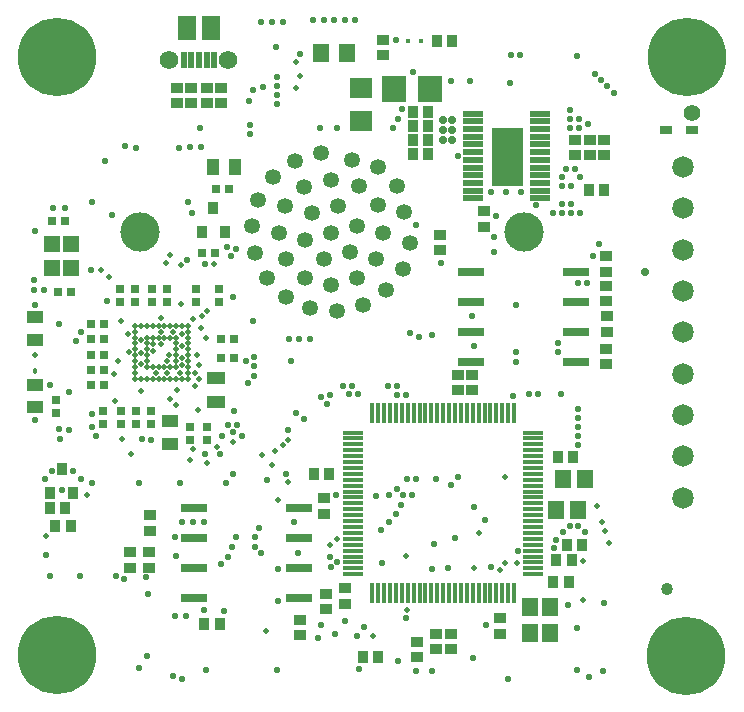
<source format=gts>
G75*
%MOIN*%
%OFA0B0*%
%FSLAX25Y25*%
%IPPOS*%
%LPD*%
%AMOC8*
5,1,8,0,0,1.08239X$1,22.5*
%
%ADD10R,0.03256X0.04043*%
%ADD11R,0.04043X0.03256*%
%ADD12R,0.05618X0.06406*%
%ADD13R,0.06012X0.04437*%
%ADD14R,0.08374X0.09161*%
%ADD15R,0.03059X0.02665*%
%ADD16R,0.02665X0.03059*%
%ADD17R,0.05224X0.04437*%
%ADD18R,0.04437X0.05224*%
%ADD19R,0.09161X0.02862*%
%ADD20R,0.01476X0.01378*%
%ADD21R,0.03600X0.04000*%
%ADD22R,0.05224X0.06012*%
%ADD23C,0.05500*%
%ADD24C,0.06209*%
%ADD25R,0.02075X0.05815*%
%ADD26R,0.06406X0.07980*%
%ADD27R,0.07100X0.01900*%
%ADD28R,0.09900X0.18900*%
%ADD29C,0.03500*%
%ADD30C,0.00000*%
%ADD31C,0.00001*%
%ADD32R,0.01600X0.07100*%
%ADD33R,0.07100X0.01600*%
%ADD34C,0.01878*%
%ADD35C,0.05300*%
%ADD36C,0.13098*%
%ADD37R,0.05224X0.05618*%
%ADD38R,0.07598X0.06799*%
%ADD39C,0.07193*%
%ADD40R,0.04437X0.02862*%
%ADD41C,0.01900*%
%ADD42C,0.02300*%
%ADD43C,0.02100*%
%ADD44C,0.04043*%
%ADD45C,0.02800*%
%ADD46C,0.01800*%
%ADD47C,0.26153*%
D10*
X0037470Y0065374D03*
X0042588Y0065374D03*
X0040788Y0071274D03*
X0035670Y0071274D03*
X0087199Y0032579D03*
X0092318Y0032579D03*
X0140032Y0021724D03*
X0145150Y0021724D03*
X0203520Y0046723D03*
X0208639Y0046723D03*
X0209566Y0053955D03*
X0204448Y0053955D03*
X0208052Y0059046D03*
X0213170Y0059046D03*
X0210101Y0088460D03*
X0204983Y0088460D03*
X0128879Y0082628D03*
X0123761Y0082628D03*
X0215372Y0177188D03*
X0220490Y0177188D03*
X0169868Y0226968D03*
X0164750Y0226968D03*
X0161715Y0203334D03*
X0161716Y0198677D03*
X0161724Y0193981D03*
X0161707Y0189300D03*
X0156589Y0189300D03*
X0156606Y0193981D03*
X0156598Y0198677D03*
X0156596Y0203334D03*
D11*
X0146639Y0222326D03*
X0146639Y0227444D03*
X0092674Y0211378D03*
X0087915Y0211354D03*
X0082831Y0211328D03*
X0078050Y0211389D03*
X0078050Y0206271D03*
X0082831Y0206210D03*
X0087915Y0206236D03*
X0092674Y0206260D03*
X0165829Y0162333D03*
X0165829Y0157214D03*
X0180357Y0165090D03*
X0180357Y0170208D03*
X0210730Y0188919D03*
X0215575Y0188914D03*
X0220406Y0188911D03*
X0220406Y0194029D03*
X0215575Y0194032D03*
X0210730Y0194037D03*
X0221147Y0155218D03*
X0221147Y0150100D03*
X0221215Y0145262D03*
X0221215Y0140144D03*
X0221235Y0135199D03*
X0221235Y0130081D03*
X0221218Y0124385D03*
X0221218Y0119266D03*
X0176496Y0115773D03*
X0171716Y0115770D03*
X0171716Y0110652D03*
X0176496Y0110655D03*
X0127183Y0074501D03*
X0127183Y0069383D03*
X0133960Y0044550D03*
X0133960Y0039432D03*
X0127805Y0037661D03*
X0127805Y0042779D03*
X0119205Y0034042D03*
X0119205Y0028924D03*
X0158095Y0026772D03*
X0158095Y0021653D03*
X0164522Y0024147D03*
X0164522Y0029266D03*
X0169363Y0029272D03*
X0169363Y0024154D03*
X0185657Y0029416D03*
X0185657Y0034534D03*
X0068871Y0051440D03*
X0068871Y0056558D03*
X0062532Y0056545D03*
X0062532Y0051427D03*
X0068956Y0063787D03*
X0068956Y0068905D03*
D12*
X0204340Y0070502D03*
X0211821Y0070502D03*
X0214129Y0081003D03*
X0206649Y0081003D03*
D13*
X0091099Y0106619D03*
X0091099Y0114493D03*
D14*
X0150435Y0211011D03*
X0162246Y0211011D03*
D15*
X0091951Y0144332D03*
X0091951Y0140002D03*
X0084476Y0139975D03*
X0084476Y0144306D03*
X0074806Y0144283D03*
X0074806Y0139953D03*
X0069633Y0139928D03*
X0069633Y0144258D03*
X0064093Y0144221D03*
X0064093Y0139890D03*
X0058916Y0139941D03*
X0058916Y0144272D03*
X0037802Y0107422D03*
X0037802Y0103091D03*
X0053487Y0103613D03*
X0053487Y0099282D03*
X0059227Y0099262D03*
X0059227Y0103593D03*
X0064356Y0103618D03*
X0064356Y0099287D03*
X0069477Y0099295D03*
X0069477Y0103625D03*
X0082325Y0098279D03*
X0082325Y0093948D03*
X0088073Y0093990D03*
X0088073Y0098320D03*
D16*
X0092820Y0121372D03*
X0097151Y0121372D03*
X0097202Y0127615D03*
X0092872Y0127615D03*
X0090721Y0156217D03*
X0086390Y0156217D03*
X0091024Y0177708D03*
X0095355Y0177708D03*
X0053678Y0132609D03*
X0049347Y0132609D03*
X0049344Y0127501D03*
X0053674Y0127501D03*
X0053705Y0122426D03*
X0049374Y0122426D03*
X0049344Y0117295D03*
X0053674Y0117295D03*
X0053687Y0112133D03*
X0049356Y0112133D03*
X0042749Y0143437D03*
X0038419Y0143437D03*
X0036483Y0166918D03*
X0040814Y0166918D03*
D17*
X0030676Y0134912D03*
X0030676Y0127432D03*
X0030784Y0112398D03*
X0030784Y0104917D03*
X0075802Y0100240D03*
X0075802Y0092759D03*
D18*
X0089976Y0184898D03*
X0097456Y0184898D03*
D19*
X0175987Y0150114D03*
X0175987Y0140114D03*
X0175987Y0130114D03*
X0175987Y0120114D03*
X0210987Y0120114D03*
X0210987Y0130114D03*
X0210987Y0140114D03*
X0210987Y0150114D03*
X0118783Y0071430D03*
X0118783Y0061430D03*
X0118783Y0051430D03*
X0118783Y0041430D03*
X0083783Y0041430D03*
X0083783Y0051430D03*
X0083783Y0061430D03*
X0083783Y0071430D03*
D20*
X0155219Y0227018D03*
X0159254Y0227018D03*
D21*
X0094018Y0163415D03*
X0086418Y0163415D03*
X0090218Y0171415D03*
X0039687Y0084342D03*
X0043487Y0076342D03*
X0035887Y0076342D03*
D22*
X0125963Y0222830D03*
X0134624Y0222830D03*
X0195741Y0038419D03*
X0202434Y0038419D03*
X0202434Y0029758D03*
X0195741Y0029758D03*
D23*
X0249865Y0202914D03*
D24*
X0095186Y0220520D03*
X0075501Y0220520D03*
D25*
X0080225Y0220520D03*
X0082784Y0220520D03*
X0085343Y0220520D03*
X0087902Y0220520D03*
X0090461Y0220520D03*
D26*
X0089280Y0231150D03*
X0081406Y0231150D03*
D27*
X0176817Y0202697D03*
X0176817Y0200138D03*
X0176817Y0197579D03*
X0176817Y0195020D03*
X0176817Y0192461D03*
X0176817Y0189902D03*
X0176817Y0187343D03*
X0176817Y0184784D03*
X0176817Y0182225D03*
X0176817Y0179665D03*
X0176817Y0177106D03*
X0176817Y0174547D03*
X0199017Y0174547D03*
X0199017Y0177106D03*
X0199017Y0179665D03*
X0199017Y0182225D03*
X0199017Y0184784D03*
X0199017Y0187343D03*
X0199017Y0189902D03*
X0199017Y0192461D03*
X0199017Y0195020D03*
X0199017Y0197579D03*
X0199017Y0200138D03*
X0199017Y0202697D03*
D28*
X0187917Y0188622D03*
D29*
X0187917Y0188622D03*
X0191017Y0188622D03*
X0191017Y0185522D03*
X0191017Y0182422D03*
X0187917Y0182422D03*
X0187917Y0185522D03*
X0184817Y0185522D03*
X0184817Y0182422D03*
X0184817Y0188622D03*
X0184817Y0191722D03*
X0184817Y0194822D03*
X0187917Y0194822D03*
X0191017Y0194822D03*
X0191017Y0191722D03*
X0187917Y0191722D03*
D30*
X0192917Y0190922D02*
X0192917Y0189422D01*
X0182917Y0189422D01*
X0182917Y0190922D01*
X0192917Y0190922D01*
X0192917Y0192522D02*
X0182917Y0192522D01*
X0182917Y0194022D01*
X0192917Y0194022D01*
X0192917Y0192522D01*
X0192917Y0195622D02*
X0182917Y0195622D01*
X0182917Y0198122D01*
X0182917Y0179122D01*
X0184017Y0179122D01*
X0184017Y0198122D01*
X0182917Y0198122D01*
X0192917Y0198122D01*
X0192917Y0179122D01*
X0191817Y0179122D01*
X0191817Y0198122D01*
X0192917Y0198122D01*
X0192917Y0195622D01*
X0190217Y0198122D02*
X0190217Y0179122D01*
X0188717Y0179122D01*
X0188717Y0198122D01*
X0190217Y0198122D01*
X0187117Y0198122D02*
X0187117Y0179122D01*
X0185617Y0179122D01*
X0185617Y0198122D01*
X0187117Y0198122D01*
X0182917Y0187822D02*
X0182917Y0186322D01*
X0192917Y0186322D01*
X0192917Y0187822D01*
X0182917Y0187822D01*
X0182917Y0184722D02*
X0182917Y0183222D01*
X0192917Y0183222D01*
X0192917Y0184722D01*
X0182917Y0184722D01*
X0182917Y0181622D02*
X0182917Y0179122D01*
X0192917Y0179122D01*
X0192917Y0181622D01*
X0182917Y0181622D01*
D31*
X0184017Y0181622D01*
X0184017Y0181623D02*
X0182917Y0181623D01*
X0182917Y0181624D02*
X0184017Y0181624D01*
X0184017Y0181625D02*
X0182917Y0181625D01*
X0182917Y0181626D02*
X0184017Y0181626D01*
X0184017Y0181627D02*
X0182917Y0181627D01*
X0182917Y0181628D02*
X0184017Y0181628D01*
X0184017Y0181629D02*
X0182917Y0181629D01*
X0182917Y0181630D02*
X0184017Y0181630D01*
X0184017Y0181631D02*
X0182917Y0181631D01*
X0182917Y0181632D02*
X0184017Y0181632D01*
X0184017Y0181633D02*
X0182917Y0181633D01*
X0182917Y0181634D02*
X0184017Y0181634D01*
X0184017Y0181635D02*
X0182917Y0181635D01*
X0182917Y0181636D02*
X0184017Y0181636D01*
X0184017Y0181637D02*
X0182917Y0181637D01*
X0182917Y0181638D02*
X0184017Y0181638D01*
X0184017Y0181639D02*
X0182917Y0181639D01*
X0182917Y0181640D02*
X0184017Y0181640D01*
X0184017Y0181641D02*
X0182917Y0181641D01*
X0182917Y0181642D02*
X0184017Y0181642D01*
X0184017Y0181643D02*
X0182917Y0181643D01*
X0182917Y0181644D02*
X0184017Y0181644D01*
X0184017Y0181645D02*
X0182917Y0181645D01*
X0182917Y0181646D02*
X0184017Y0181646D01*
X0184017Y0181647D02*
X0182917Y0181647D01*
X0182917Y0181648D02*
X0184017Y0181648D01*
X0184017Y0181649D02*
X0182917Y0181649D01*
X0182917Y0181650D02*
X0184017Y0181650D01*
X0184017Y0181651D02*
X0182917Y0181651D01*
X0182917Y0181652D02*
X0184017Y0181652D01*
X0182917Y0181652D01*
X0182917Y0181653D02*
X0184017Y0181653D01*
X0184017Y0181654D02*
X0182917Y0181654D01*
X0182917Y0181655D02*
X0184017Y0181655D01*
X0184017Y0181656D02*
X0182917Y0181656D01*
X0182917Y0181657D02*
X0184017Y0181657D01*
X0184017Y0181658D02*
X0182917Y0181658D01*
X0182917Y0181659D02*
X0184017Y0181659D01*
X0184017Y0181660D02*
X0182917Y0181660D01*
X0182917Y0181661D02*
X0184017Y0181661D01*
X0184017Y0181662D02*
X0182917Y0181662D01*
X0182917Y0181663D02*
X0184017Y0181663D01*
X0184017Y0181664D02*
X0182917Y0181664D01*
X0182917Y0181665D02*
X0184017Y0181665D01*
X0184017Y0181666D02*
X0182917Y0181666D01*
X0182917Y0181667D02*
X0184017Y0181667D01*
X0184017Y0181668D02*
X0182917Y0181668D01*
X0182917Y0181669D02*
X0184017Y0181669D01*
X0184017Y0181670D02*
X0182917Y0181670D01*
X0182917Y0181671D02*
X0184017Y0181671D01*
X0184017Y0181672D02*
X0182917Y0181672D01*
X0182917Y0181673D02*
X0184017Y0181673D01*
X0184017Y0181674D02*
X0182917Y0181674D01*
X0182917Y0181675D02*
X0184017Y0181675D01*
X0184017Y0181676D02*
X0182917Y0181676D01*
X0182917Y0181677D02*
X0184017Y0181677D01*
X0184017Y0181678D02*
X0182917Y0181678D01*
X0182917Y0181679D02*
X0184017Y0181679D01*
X0184017Y0181680D02*
X0182917Y0181680D01*
X0182917Y0181681D02*
X0184017Y0181681D01*
X0184017Y0181682D02*
X0182917Y0181682D01*
X0182917Y0181683D02*
X0184017Y0181683D01*
X0184017Y0181684D02*
X0182917Y0181684D01*
X0182917Y0181685D02*
X0184017Y0181685D01*
X0184017Y0181686D02*
X0182917Y0181686D01*
X0182917Y0181687D02*
X0184017Y0181687D01*
X0184017Y0181688D02*
X0182917Y0181688D01*
X0182917Y0181689D02*
X0184017Y0181689D01*
X0184017Y0181690D02*
X0182917Y0181690D01*
X0182917Y0181691D02*
X0184017Y0181691D01*
X0184017Y0181692D02*
X0182917Y0181692D01*
X0182917Y0181693D02*
X0184017Y0181693D01*
X0184017Y0181694D02*
X0182917Y0181694D01*
X0182917Y0181695D02*
X0184017Y0181695D01*
X0184017Y0181696D02*
X0182917Y0181696D01*
X0182917Y0181697D02*
X0184017Y0181697D01*
X0184017Y0181698D02*
X0182917Y0181698D01*
X0182917Y0181699D02*
X0184017Y0181699D01*
X0184017Y0181700D02*
X0182917Y0181700D01*
X0182917Y0181701D02*
X0184017Y0181701D01*
X0184017Y0181702D02*
X0182917Y0181702D01*
X0182917Y0181703D02*
X0184017Y0181703D01*
X0184017Y0181704D02*
X0182917Y0181704D01*
X0182917Y0181705D02*
X0184017Y0181705D01*
X0184017Y0181706D02*
X0182917Y0181706D01*
X0182917Y0181707D02*
X0184017Y0181707D01*
X0184017Y0181708D02*
X0182917Y0181708D01*
X0182917Y0181709D02*
X0184017Y0181709D01*
X0184017Y0181710D02*
X0182917Y0181710D01*
X0182917Y0181711D02*
X0184017Y0181711D01*
X0184017Y0181712D02*
X0182917Y0181712D01*
X0182917Y0181713D02*
X0184017Y0181713D01*
X0184017Y0181714D02*
X0182917Y0181714D01*
X0184017Y0181714D01*
X0184017Y0181715D02*
X0182917Y0181715D01*
X0182917Y0181716D02*
X0184017Y0181716D01*
X0184017Y0181717D02*
X0182917Y0181717D01*
X0182917Y0181718D02*
X0184017Y0181718D01*
X0184017Y0181719D02*
X0182917Y0181719D01*
X0182917Y0181720D02*
X0184017Y0181720D01*
X0184017Y0181721D02*
X0182917Y0181721D01*
X0182917Y0181722D02*
X0184017Y0181722D01*
X0184017Y0181723D02*
X0182917Y0181723D01*
X0182917Y0181724D02*
X0184017Y0181724D01*
X0184017Y0181725D02*
X0182917Y0181725D01*
X0182917Y0181726D02*
X0184017Y0181726D01*
X0184017Y0181727D02*
X0182917Y0181727D01*
X0182917Y0181728D02*
X0184017Y0181728D01*
X0184017Y0181729D02*
X0182917Y0181729D01*
X0182917Y0181730D02*
X0184017Y0181730D01*
X0184017Y0181731D02*
X0182917Y0181731D01*
X0182917Y0181732D02*
X0184017Y0181732D01*
X0184017Y0181733D02*
X0182917Y0181733D01*
X0182917Y0181734D02*
X0184017Y0181734D01*
X0184017Y0181735D02*
X0182917Y0181735D01*
X0182917Y0181736D02*
X0184017Y0181736D01*
X0184017Y0181737D02*
X0182917Y0181737D01*
X0182917Y0181738D02*
X0184017Y0181738D01*
X0184017Y0181739D02*
X0182917Y0181739D01*
X0182917Y0181740D02*
X0184017Y0181740D01*
X0184017Y0181741D02*
X0182917Y0181741D01*
X0182917Y0181742D02*
X0184017Y0181742D01*
X0184017Y0181743D02*
X0182917Y0181743D01*
X0182917Y0181744D02*
X0184017Y0181744D01*
X0184017Y0181745D02*
X0182917Y0181745D01*
X0182917Y0181746D02*
X0184017Y0181746D01*
X0184017Y0181747D02*
X0182917Y0181747D01*
X0182917Y0181748D02*
X0184017Y0181748D01*
X0184017Y0181749D02*
X0182917Y0181749D01*
X0182917Y0181750D02*
X0184017Y0181750D01*
X0184017Y0181751D02*
X0182917Y0181751D01*
X0182917Y0181752D02*
X0184017Y0181752D01*
X0184017Y0181753D02*
X0182917Y0181753D01*
X0182917Y0181754D02*
X0184017Y0181754D01*
X0184017Y0181755D02*
X0182917Y0181755D01*
X0182917Y0181756D02*
X0184017Y0181756D01*
X0184017Y0181757D02*
X0182917Y0181757D01*
X0182917Y0181758D02*
X0184017Y0181758D01*
X0184017Y0181759D02*
X0182917Y0181759D01*
X0182917Y0181760D02*
X0184017Y0181760D01*
X0184017Y0181761D02*
X0182917Y0181761D01*
X0182917Y0181762D02*
X0184017Y0181762D01*
X0184017Y0181763D02*
X0182917Y0181763D01*
X0182917Y0181764D02*
X0184017Y0181764D01*
X0184017Y0181765D02*
X0182917Y0181765D01*
X0182917Y0181766D02*
X0184017Y0181766D01*
X0184017Y0181767D02*
X0182917Y0181767D01*
X0182917Y0181768D02*
X0184017Y0181768D01*
X0184017Y0181769D02*
X0182917Y0181769D01*
X0182917Y0181770D02*
X0184017Y0181770D01*
X0184017Y0181771D02*
X0182917Y0181771D01*
X0182917Y0181772D02*
X0184017Y0181772D01*
X0184017Y0181773D02*
X0182917Y0181773D01*
X0182917Y0181774D02*
X0184017Y0181774D01*
X0184017Y0181775D02*
X0182917Y0181775D01*
X0182917Y0181776D02*
X0184017Y0181776D01*
X0184017Y0181777D02*
X0182917Y0181777D01*
X0184017Y0181777D01*
X0184017Y0181778D02*
X0182917Y0181778D01*
X0182917Y0181779D02*
X0184017Y0181779D01*
X0184017Y0181780D02*
X0182917Y0181780D01*
X0182917Y0181781D02*
X0184017Y0181781D01*
X0184017Y0181782D02*
X0182917Y0181782D01*
X0182917Y0181783D02*
X0184017Y0181783D01*
X0184017Y0181784D02*
X0182917Y0181784D01*
X0182917Y0181785D02*
X0184017Y0181785D01*
X0184017Y0181786D02*
X0182917Y0181786D01*
X0182917Y0181787D02*
X0184017Y0181787D01*
X0184017Y0181788D02*
X0182917Y0181788D01*
X0182917Y0181789D02*
X0184017Y0181789D01*
X0184017Y0181790D02*
X0182917Y0181790D01*
X0182917Y0181791D02*
X0184017Y0181791D01*
X0184017Y0181792D02*
X0182917Y0181792D01*
X0182917Y0181793D02*
X0184017Y0181793D01*
X0184017Y0181794D02*
X0182917Y0181794D01*
X0182917Y0181795D02*
X0184017Y0181795D01*
X0184017Y0181796D02*
X0182917Y0181796D01*
X0182917Y0181797D02*
X0184017Y0181797D01*
X0184017Y0181798D02*
X0182917Y0181798D01*
X0182917Y0181799D02*
X0184017Y0181799D01*
X0184017Y0181800D02*
X0182917Y0181800D01*
X0182917Y0181801D02*
X0184017Y0181801D01*
X0184017Y0181802D02*
X0182917Y0181802D01*
X0182917Y0181803D02*
X0184017Y0181803D01*
X0184017Y0181804D02*
X0182917Y0181804D01*
X0182917Y0181805D02*
X0184017Y0181805D01*
X0184017Y0181806D02*
X0182917Y0181806D01*
X0182917Y0181807D02*
X0184017Y0181807D01*
X0184017Y0181808D02*
X0182917Y0181808D01*
X0182917Y0181809D02*
X0184017Y0181809D01*
X0184017Y0181810D02*
X0182917Y0181810D01*
X0182917Y0181811D02*
X0184017Y0181811D01*
X0184017Y0181812D02*
X0182917Y0181812D01*
X0182917Y0181813D02*
X0184017Y0181813D01*
X0184017Y0181814D02*
X0182917Y0181814D01*
X0182917Y0181815D02*
X0184017Y0181815D01*
X0184017Y0181816D02*
X0182917Y0181816D01*
X0182917Y0181817D02*
X0184017Y0181817D01*
X0184017Y0181818D02*
X0182917Y0181818D01*
X0182917Y0181819D02*
X0184017Y0181819D01*
X0184017Y0181820D02*
X0182917Y0181820D01*
X0182917Y0181821D02*
X0184017Y0181821D01*
X0184017Y0181822D02*
X0182917Y0181822D01*
X0182917Y0181823D02*
X0184017Y0181823D01*
X0184017Y0181824D02*
X0182917Y0181824D01*
X0182917Y0181825D02*
X0184017Y0181825D01*
X0184017Y0181826D02*
X0182917Y0181826D01*
X0182917Y0181827D02*
X0184017Y0181827D01*
X0184017Y0181828D02*
X0182917Y0181828D01*
X0182917Y0181829D02*
X0184017Y0181829D01*
X0184017Y0181830D02*
X0182917Y0181830D01*
X0182917Y0181831D02*
X0184017Y0181831D01*
X0184017Y0181832D02*
X0182917Y0181832D01*
X0182917Y0181833D02*
X0184017Y0181833D01*
X0184017Y0181834D02*
X0182917Y0181834D01*
X0182917Y0181835D02*
X0184017Y0181835D01*
X0184017Y0181836D02*
X0182917Y0181836D01*
X0182917Y0181837D02*
X0184017Y0181837D01*
X0184017Y0181838D02*
X0182917Y0181838D01*
X0182917Y0181839D02*
X0184017Y0181839D01*
X0182917Y0181839D01*
X0182917Y0181840D02*
X0184017Y0181840D01*
X0184017Y0181841D02*
X0182917Y0181841D01*
X0182917Y0181842D02*
X0184017Y0181842D01*
X0184017Y0181843D02*
X0182917Y0181843D01*
X0182917Y0181844D02*
X0184017Y0181844D01*
X0184017Y0181845D02*
X0182917Y0181845D01*
X0182917Y0181846D02*
X0184017Y0181846D01*
X0184017Y0181847D02*
X0182917Y0181847D01*
X0182917Y0181848D02*
X0184017Y0181848D01*
X0184017Y0181849D02*
X0182917Y0181849D01*
X0182917Y0181850D02*
X0184017Y0181850D01*
X0184017Y0181851D02*
X0182917Y0181851D01*
X0182917Y0181852D02*
X0184017Y0181852D01*
X0184017Y0181853D02*
X0182917Y0181853D01*
X0182917Y0181854D02*
X0184017Y0181854D01*
X0184017Y0181855D02*
X0182917Y0181855D01*
X0182917Y0181856D02*
X0184017Y0181856D01*
X0184017Y0181857D02*
X0182917Y0181857D01*
X0182917Y0181858D02*
X0184017Y0181858D01*
X0184017Y0181859D02*
X0182917Y0181859D01*
X0182917Y0181860D02*
X0184017Y0181860D01*
X0184017Y0181861D02*
X0182917Y0181861D01*
X0182917Y0181862D02*
X0184017Y0181862D01*
X0184017Y0181863D02*
X0182917Y0181863D01*
X0182917Y0181864D02*
X0184017Y0181864D01*
X0184017Y0181865D02*
X0182917Y0181865D01*
X0182917Y0181866D02*
X0184017Y0181866D01*
X0184017Y0181867D02*
X0182917Y0181867D01*
X0182917Y0181868D02*
X0184017Y0181868D01*
X0184017Y0181869D02*
X0182917Y0181869D01*
X0182917Y0181870D02*
X0184017Y0181870D01*
X0184017Y0181871D02*
X0182917Y0181871D01*
X0182917Y0181872D02*
X0184017Y0181872D01*
X0184017Y0181873D02*
X0182917Y0181873D01*
X0182917Y0181874D02*
X0184017Y0181874D01*
X0184017Y0181875D02*
X0182917Y0181875D01*
X0182917Y0181876D02*
X0184017Y0181876D01*
X0184017Y0181877D02*
X0182917Y0181877D01*
X0182917Y0181878D02*
X0184017Y0181878D01*
X0184017Y0181879D02*
X0182917Y0181879D01*
X0182917Y0181880D02*
X0184017Y0181880D01*
X0184017Y0181881D02*
X0182917Y0181881D01*
X0182917Y0181882D02*
X0184017Y0181882D01*
X0184017Y0181883D02*
X0182917Y0181883D01*
X0182917Y0181884D02*
X0184017Y0181884D01*
X0184017Y0181885D02*
X0182917Y0181885D01*
X0182917Y0181886D02*
X0184017Y0181886D01*
X0184017Y0181887D02*
X0182917Y0181887D01*
X0182917Y0181888D02*
X0184017Y0181888D01*
X0184017Y0181889D02*
X0182917Y0181889D01*
X0182917Y0181890D02*
X0184017Y0181890D01*
X0184017Y0181891D02*
X0182917Y0181891D01*
X0182917Y0181892D02*
X0184017Y0181892D01*
X0184017Y0181893D02*
X0182917Y0181893D01*
X0182917Y0181894D02*
X0184017Y0181894D01*
X0184017Y0181895D02*
X0182917Y0181895D01*
X0182917Y0181896D02*
X0184017Y0181896D01*
X0184017Y0181897D02*
X0182917Y0181897D01*
X0182917Y0181898D02*
X0184017Y0181898D01*
X0184017Y0181899D02*
X0182917Y0181899D01*
X0182917Y0181900D02*
X0184017Y0181900D01*
X0184017Y0181901D02*
X0182917Y0181901D01*
X0182917Y0181902D02*
X0184017Y0181902D01*
X0182917Y0181902D01*
X0182917Y0181903D02*
X0184017Y0181903D01*
X0184017Y0181904D02*
X0182917Y0181904D01*
X0182917Y0181905D02*
X0184017Y0181905D01*
X0184017Y0181906D02*
X0182917Y0181906D01*
X0182917Y0181907D02*
X0184017Y0181907D01*
X0184017Y0181908D02*
X0182917Y0181908D01*
X0182917Y0181909D02*
X0184017Y0181909D01*
X0184017Y0181910D02*
X0182917Y0181910D01*
X0182917Y0181911D02*
X0184017Y0181911D01*
X0184017Y0181912D02*
X0182917Y0181912D01*
X0182917Y0181913D02*
X0184017Y0181913D01*
X0184017Y0181914D02*
X0182917Y0181914D01*
X0182917Y0181915D02*
X0184017Y0181915D01*
X0184017Y0181916D02*
X0182917Y0181916D01*
X0182917Y0181917D02*
X0184017Y0181917D01*
X0184017Y0181918D02*
X0182917Y0181918D01*
X0182917Y0181919D02*
X0184017Y0181919D01*
X0184017Y0181920D02*
X0182917Y0181920D01*
X0182917Y0181921D02*
X0184017Y0181921D01*
X0184017Y0181922D02*
X0182917Y0181922D01*
X0182917Y0181923D02*
X0184017Y0181923D01*
X0184017Y0181924D02*
X0182917Y0181924D01*
X0182917Y0181925D02*
X0184017Y0181925D01*
X0184017Y0181926D02*
X0182917Y0181926D01*
X0182917Y0181927D02*
X0184017Y0181927D01*
X0184017Y0181928D02*
X0182917Y0181928D01*
X0182917Y0181929D02*
X0184017Y0181929D01*
X0184017Y0181930D02*
X0182917Y0181930D01*
X0182917Y0181931D02*
X0184017Y0181931D01*
X0184017Y0181932D02*
X0182917Y0181932D01*
X0182917Y0181933D02*
X0184017Y0181933D01*
X0184017Y0181934D02*
X0182917Y0181934D01*
X0182917Y0181935D02*
X0184017Y0181935D01*
X0184017Y0181936D02*
X0182917Y0181936D01*
X0182917Y0181937D02*
X0184017Y0181937D01*
X0184017Y0181938D02*
X0182917Y0181938D01*
X0182917Y0181939D02*
X0184017Y0181939D01*
X0184017Y0181940D02*
X0182917Y0181940D01*
X0182917Y0181941D02*
X0184017Y0181941D01*
X0184017Y0181942D02*
X0182917Y0181942D01*
X0182917Y0181943D02*
X0184017Y0181943D01*
X0184017Y0181944D02*
X0182917Y0181944D01*
X0182917Y0181945D02*
X0184017Y0181945D01*
X0184017Y0181946D02*
X0182917Y0181946D01*
X0182917Y0181947D02*
X0184017Y0181947D01*
X0184017Y0181948D02*
X0182917Y0181948D01*
X0182917Y0181949D02*
X0184017Y0181949D01*
X0184017Y0181950D02*
X0182917Y0181950D01*
X0182917Y0181951D02*
X0184017Y0181951D01*
X0184017Y0181952D02*
X0182917Y0181952D01*
X0182917Y0181953D02*
X0184017Y0181953D01*
X0184017Y0181954D02*
X0182917Y0181954D01*
X0182917Y0181955D02*
X0184017Y0181955D01*
X0184017Y0181956D02*
X0182917Y0181956D01*
X0182917Y0181957D02*
X0184017Y0181957D01*
X0184017Y0181958D02*
X0182917Y0181958D01*
X0182917Y0181959D02*
X0184017Y0181959D01*
X0184017Y0181960D02*
X0182917Y0181960D01*
X0182917Y0181961D02*
X0184017Y0181961D01*
X0184017Y0181962D02*
X0182917Y0181962D01*
X0182917Y0181963D02*
X0184017Y0181963D01*
X0184017Y0181964D02*
X0182917Y0181964D01*
X0184017Y0181964D01*
X0184017Y0181965D02*
X0182917Y0181965D01*
X0182917Y0181966D02*
X0184017Y0181966D01*
X0184017Y0181967D02*
X0182917Y0181967D01*
X0182917Y0181968D02*
X0184017Y0181968D01*
X0184017Y0181969D02*
X0182917Y0181969D01*
X0182917Y0181970D02*
X0184017Y0181970D01*
X0184017Y0181971D02*
X0182917Y0181971D01*
X0182917Y0181972D02*
X0184017Y0181972D01*
X0184017Y0181973D02*
X0182917Y0181973D01*
X0182917Y0181974D02*
X0184017Y0181974D01*
X0184017Y0181975D02*
X0182917Y0181975D01*
X0182917Y0181976D02*
X0184017Y0181976D01*
X0184017Y0181977D02*
X0182917Y0181977D01*
X0182917Y0181978D02*
X0184017Y0181978D01*
X0184017Y0181979D02*
X0182917Y0181979D01*
X0182917Y0181980D02*
X0184017Y0181980D01*
X0184017Y0181981D02*
X0182917Y0181981D01*
X0182917Y0181982D02*
X0184017Y0181982D01*
X0184017Y0181983D02*
X0182917Y0181983D01*
X0182917Y0181984D02*
X0184017Y0181984D01*
X0184017Y0181985D02*
X0182917Y0181985D01*
X0182917Y0181986D02*
X0184017Y0181986D01*
X0184017Y0181987D02*
X0182917Y0181987D01*
X0182917Y0181988D02*
X0184017Y0181988D01*
X0184017Y0181989D02*
X0182917Y0181989D01*
X0182917Y0181990D02*
X0184017Y0181990D01*
X0184017Y0181991D02*
X0182917Y0181991D01*
X0182917Y0181992D02*
X0184017Y0181992D01*
X0184017Y0181993D02*
X0182917Y0181993D01*
X0182917Y0181994D02*
X0184017Y0181994D01*
X0184017Y0181995D02*
X0182917Y0181995D01*
X0182917Y0181996D02*
X0184017Y0181996D01*
X0184017Y0181997D02*
X0182917Y0181997D01*
X0182917Y0181998D02*
X0184017Y0181998D01*
X0184017Y0181999D02*
X0182917Y0181999D01*
X0182917Y0182000D02*
X0184017Y0182000D01*
X0184017Y0182001D02*
X0182917Y0182001D01*
X0182917Y0182002D02*
X0184017Y0182002D01*
X0184017Y0182003D02*
X0182917Y0182003D01*
X0182917Y0182004D02*
X0184017Y0182004D01*
X0184017Y0182005D02*
X0182917Y0182005D01*
X0182917Y0182006D02*
X0184017Y0182006D01*
X0184017Y0182007D02*
X0182917Y0182007D01*
X0182917Y0182008D02*
X0184017Y0182008D01*
X0184017Y0182009D02*
X0182917Y0182009D01*
X0182917Y0182010D02*
X0184017Y0182010D01*
X0184017Y0182011D02*
X0182917Y0182011D01*
X0182917Y0182012D02*
X0184017Y0182012D01*
X0184017Y0182013D02*
X0182917Y0182013D01*
X0182917Y0182014D02*
X0184017Y0182014D01*
X0184017Y0182015D02*
X0182917Y0182015D01*
X0182917Y0182016D02*
X0184017Y0182016D01*
X0184017Y0182017D02*
X0182917Y0182017D01*
X0182917Y0182018D02*
X0184017Y0182018D01*
X0184017Y0182019D02*
X0182917Y0182019D01*
X0182917Y0182020D02*
X0184017Y0182020D01*
X0184017Y0182021D02*
X0182917Y0182021D01*
X0182917Y0182022D02*
X0184017Y0182022D01*
X0184017Y0182023D02*
X0182917Y0182023D01*
X0182917Y0182024D02*
X0184017Y0182024D01*
X0184017Y0182025D02*
X0182917Y0182025D01*
X0182917Y0182026D02*
X0184017Y0182026D01*
X0184017Y0182027D02*
X0182917Y0182027D01*
X0184017Y0182027D01*
X0184017Y0182028D02*
X0182917Y0182028D01*
X0182917Y0182029D02*
X0184017Y0182029D01*
X0184017Y0182030D02*
X0182917Y0182030D01*
X0182917Y0182031D02*
X0184017Y0182031D01*
X0184017Y0182032D02*
X0182917Y0182032D01*
X0182917Y0182033D02*
X0184017Y0182033D01*
X0184017Y0182034D02*
X0182917Y0182034D01*
X0182917Y0182035D02*
X0184017Y0182035D01*
X0184017Y0182036D02*
X0182917Y0182036D01*
X0182917Y0182037D02*
X0184017Y0182037D01*
X0184017Y0182038D02*
X0182917Y0182038D01*
X0182917Y0182039D02*
X0184017Y0182039D01*
X0184017Y0182040D02*
X0182917Y0182040D01*
X0182917Y0182041D02*
X0184017Y0182041D01*
X0184017Y0182042D02*
X0182917Y0182042D01*
X0182917Y0182043D02*
X0184017Y0182043D01*
X0184017Y0182044D02*
X0182917Y0182044D01*
X0182917Y0182045D02*
X0184017Y0182045D01*
X0184017Y0182046D02*
X0182917Y0182046D01*
X0182917Y0182047D02*
X0184017Y0182047D01*
X0184017Y0182048D02*
X0182917Y0182048D01*
X0182917Y0182049D02*
X0184017Y0182049D01*
X0184017Y0182050D02*
X0182917Y0182050D01*
X0182917Y0182051D02*
X0184017Y0182051D01*
X0184017Y0182052D02*
X0182917Y0182052D01*
X0182917Y0182053D02*
X0184017Y0182053D01*
X0184017Y0182054D02*
X0182917Y0182054D01*
X0182917Y0182055D02*
X0184017Y0182055D01*
X0184017Y0182056D02*
X0182917Y0182056D01*
X0182917Y0182057D02*
X0184017Y0182057D01*
X0184017Y0182058D02*
X0182917Y0182058D01*
X0182917Y0182059D02*
X0184017Y0182059D01*
X0184017Y0182060D02*
X0182917Y0182060D01*
X0182917Y0182061D02*
X0184017Y0182061D01*
X0184017Y0182062D02*
X0182917Y0182062D01*
X0182917Y0182063D02*
X0184017Y0182063D01*
X0184017Y0182064D02*
X0182917Y0182064D01*
X0182917Y0182065D02*
X0184017Y0182065D01*
X0184017Y0182066D02*
X0182917Y0182066D01*
X0182917Y0182067D02*
X0184017Y0182067D01*
X0184017Y0182068D02*
X0182917Y0182068D01*
X0182917Y0182069D02*
X0184017Y0182069D01*
X0184017Y0182070D02*
X0182917Y0182070D01*
X0182917Y0182071D02*
X0184017Y0182071D01*
X0184017Y0182072D02*
X0182917Y0182072D01*
X0182917Y0182073D02*
X0184017Y0182073D01*
X0184017Y0182074D02*
X0182917Y0182074D01*
X0182917Y0182075D02*
X0184017Y0182075D01*
X0184017Y0182076D02*
X0182917Y0182076D01*
X0182917Y0182077D02*
X0184017Y0182077D01*
X0184017Y0182078D02*
X0182917Y0182078D01*
X0182917Y0182079D02*
X0184017Y0182079D01*
X0184017Y0182080D02*
X0182917Y0182080D01*
X0182917Y0182081D02*
X0184017Y0182081D01*
X0184017Y0182082D02*
X0182917Y0182082D01*
X0182917Y0182083D02*
X0184017Y0182083D01*
X0184017Y0182084D02*
X0182917Y0182084D01*
X0182917Y0182085D02*
X0184017Y0182085D01*
X0184017Y0182086D02*
X0182917Y0182086D01*
X0182917Y0182087D02*
X0184017Y0182087D01*
X0184017Y0182088D02*
X0182917Y0182088D01*
X0182917Y0182089D02*
X0184017Y0182089D01*
X0182917Y0182089D01*
X0182917Y0182090D02*
X0184017Y0182090D01*
X0184017Y0182091D02*
X0182917Y0182091D01*
X0182917Y0182092D02*
X0184017Y0182092D01*
X0184017Y0182093D02*
X0182917Y0182093D01*
X0182917Y0182094D02*
X0184017Y0182094D01*
X0184017Y0182095D02*
X0182917Y0182095D01*
X0182917Y0182096D02*
X0184017Y0182096D01*
X0184017Y0182097D02*
X0182917Y0182097D01*
X0182917Y0182098D02*
X0184017Y0182098D01*
X0184017Y0182099D02*
X0182917Y0182099D01*
X0182917Y0182100D02*
X0184017Y0182100D01*
X0184017Y0182101D02*
X0182917Y0182101D01*
X0182917Y0182102D02*
X0184017Y0182102D01*
X0184017Y0182103D02*
X0182917Y0182103D01*
X0182917Y0182104D02*
X0184017Y0182104D01*
X0184017Y0182105D02*
X0182917Y0182105D01*
X0182917Y0182106D02*
X0184017Y0182106D01*
X0184017Y0182107D02*
X0182917Y0182107D01*
X0182917Y0182108D02*
X0184017Y0182108D01*
X0184017Y0182109D02*
X0182917Y0182109D01*
X0182917Y0182110D02*
X0184017Y0182110D01*
X0184017Y0182111D02*
X0182917Y0182111D01*
X0182917Y0182112D02*
X0184017Y0182112D01*
X0184017Y0182113D02*
X0182917Y0182113D01*
X0182917Y0182114D02*
X0184017Y0182114D01*
X0184017Y0182115D02*
X0182917Y0182115D01*
X0182917Y0182116D02*
X0184017Y0182116D01*
X0184017Y0182117D02*
X0182917Y0182117D01*
X0182917Y0182118D02*
X0184017Y0182118D01*
X0184017Y0182119D02*
X0182917Y0182119D01*
X0182917Y0182120D02*
X0184017Y0182120D01*
X0184017Y0182121D02*
X0182917Y0182121D01*
X0182917Y0182122D02*
X0184017Y0182122D01*
X0184017Y0182123D02*
X0182917Y0182123D01*
X0182917Y0182124D02*
X0184017Y0182124D01*
X0184017Y0182125D02*
X0182917Y0182125D01*
X0182917Y0182126D02*
X0184017Y0182126D01*
X0184017Y0182127D02*
X0182917Y0182127D01*
X0182917Y0182128D02*
X0184017Y0182128D01*
X0184017Y0182129D02*
X0182917Y0182129D01*
X0182917Y0182130D02*
X0184017Y0182130D01*
X0184017Y0182131D02*
X0182917Y0182131D01*
X0182917Y0182132D02*
X0184017Y0182132D01*
X0184017Y0182133D02*
X0182917Y0182133D01*
X0182917Y0182134D02*
X0184017Y0182134D01*
X0184017Y0182135D02*
X0182917Y0182135D01*
X0182917Y0182136D02*
X0184017Y0182136D01*
X0184017Y0182137D02*
X0182917Y0182137D01*
X0182917Y0182138D02*
X0184017Y0182138D01*
X0184017Y0182139D02*
X0182917Y0182139D01*
X0182917Y0182140D02*
X0184017Y0182140D01*
X0184017Y0182141D02*
X0182917Y0182141D01*
X0182917Y0182142D02*
X0184017Y0182142D01*
X0184017Y0182143D02*
X0182917Y0182143D01*
X0182917Y0182144D02*
X0184017Y0182144D01*
X0184017Y0182145D02*
X0182917Y0182145D01*
X0182917Y0182146D02*
X0184017Y0182146D01*
X0184017Y0182147D02*
X0182917Y0182147D01*
X0182917Y0182148D02*
X0184017Y0182148D01*
X0184017Y0182149D02*
X0182917Y0182149D01*
X0182917Y0182150D02*
X0184017Y0182150D01*
X0184017Y0182151D02*
X0182917Y0182151D01*
X0182917Y0182152D02*
X0184017Y0182152D01*
X0182917Y0182152D01*
X0182917Y0182153D02*
X0184017Y0182153D01*
X0184017Y0182154D02*
X0182917Y0182154D01*
X0182917Y0182155D02*
X0184017Y0182155D01*
X0184017Y0182156D02*
X0182917Y0182156D01*
X0182917Y0182157D02*
X0184017Y0182157D01*
X0184017Y0182158D02*
X0182917Y0182158D01*
X0182917Y0182159D02*
X0184017Y0182159D01*
X0184017Y0182160D02*
X0182917Y0182160D01*
X0182917Y0182161D02*
X0184017Y0182161D01*
X0184017Y0182162D02*
X0182917Y0182162D01*
X0182917Y0182163D02*
X0184017Y0182163D01*
X0184017Y0182164D02*
X0182917Y0182164D01*
X0182917Y0182165D02*
X0184017Y0182165D01*
X0184017Y0182166D02*
X0182917Y0182166D01*
X0182917Y0182167D02*
X0184017Y0182167D01*
X0184017Y0182168D02*
X0182917Y0182168D01*
X0182917Y0182169D02*
X0184017Y0182169D01*
X0184017Y0182170D02*
X0182917Y0182170D01*
X0182917Y0182171D02*
X0184017Y0182171D01*
X0184017Y0182172D02*
X0182917Y0182172D01*
X0182917Y0182173D02*
X0184017Y0182173D01*
X0184017Y0182174D02*
X0182917Y0182174D01*
X0182917Y0182175D02*
X0184017Y0182175D01*
X0184017Y0182176D02*
X0182917Y0182176D01*
X0182917Y0182177D02*
X0184017Y0182177D01*
X0184017Y0182178D02*
X0182917Y0182178D01*
X0182917Y0182179D02*
X0184017Y0182179D01*
X0184017Y0182180D02*
X0182917Y0182180D01*
X0182917Y0182181D02*
X0184017Y0182181D01*
X0184017Y0182182D02*
X0182917Y0182182D01*
X0182917Y0182183D02*
X0184017Y0182183D01*
X0184017Y0182184D02*
X0182917Y0182184D01*
X0182917Y0182185D02*
X0184017Y0182185D01*
X0184017Y0182186D02*
X0182917Y0182186D01*
X0182917Y0182187D02*
X0184017Y0182187D01*
X0184017Y0182188D02*
X0182917Y0182188D01*
X0182917Y0182189D02*
X0184017Y0182189D01*
X0184017Y0182190D02*
X0182917Y0182190D01*
X0182917Y0182191D02*
X0184017Y0182191D01*
X0184017Y0182192D02*
X0182917Y0182192D01*
X0182917Y0182193D02*
X0184017Y0182193D01*
X0184017Y0182194D02*
X0182917Y0182194D01*
X0182917Y0182195D02*
X0184017Y0182195D01*
X0184017Y0182196D02*
X0182917Y0182196D01*
X0182917Y0182197D02*
X0184017Y0182197D01*
X0184017Y0182198D02*
X0182917Y0182198D01*
X0182917Y0182199D02*
X0184017Y0182199D01*
X0184017Y0182200D02*
X0182917Y0182200D01*
X0182917Y0182201D02*
X0184017Y0182201D01*
X0184017Y0182202D02*
X0182917Y0182202D01*
X0182917Y0182203D02*
X0184017Y0182203D01*
X0184017Y0182204D02*
X0182917Y0182204D01*
X0182917Y0182205D02*
X0184017Y0182205D01*
X0184017Y0182206D02*
X0182917Y0182206D01*
X0182917Y0182207D02*
X0184017Y0182207D01*
X0184017Y0182208D02*
X0182917Y0182208D01*
X0182917Y0182209D02*
X0184017Y0182209D01*
X0184017Y0182210D02*
X0182917Y0182210D01*
X0182917Y0182211D02*
X0184017Y0182211D01*
X0184017Y0182212D02*
X0182917Y0182212D01*
X0182917Y0182213D02*
X0184017Y0182213D01*
X0184017Y0182214D02*
X0182917Y0182214D01*
X0184017Y0182214D01*
X0184017Y0182215D02*
X0182917Y0182215D01*
X0182917Y0182216D02*
X0184017Y0182216D01*
X0184017Y0182217D02*
X0182917Y0182217D01*
X0182917Y0182218D02*
X0184017Y0182218D01*
X0184017Y0182219D02*
X0182917Y0182219D01*
X0182917Y0182220D02*
X0184017Y0182220D01*
X0184017Y0182221D02*
X0182917Y0182221D01*
X0182917Y0182222D02*
X0184017Y0182222D01*
X0184017Y0182223D02*
X0182917Y0182223D01*
X0182917Y0182224D02*
X0184017Y0182224D01*
X0184017Y0182225D02*
X0182917Y0182225D01*
X0182917Y0182226D02*
X0184017Y0182226D01*
X0184017Y0182227D02*
X0182917Y0182227D01*
X0182917Y0182228D02*
X0184017Y0182228D01*
X0184017Y0182229D02*
X0182917Y0182229D01*
X0182917Y0182230D02*
X0184017Y0182230D01*
X0184017Y0182231D02*
X0182917Y0182231D01*
X0182917Y0182232D02*
X0184017Y0182232D01*
X0184017Y0182233D02*
X0182917Y0182233D01*
X0182917Y0182234D02*
X0184017Y0182234D01*
X0184017Y0182235D02*
X0182917Y0182235D01*
X0182917Y0182236D02*
X0184017Y0182236D01*
X0184017Y0182237D02*
X0182917Y0182237D01*
X0182917Y0182238D02*
X0184017Y0182238D01*
X0184017Y0182239D02*
X0182917Y0182239D01*
X0182917Y0182240D02*
X0184017Y0182240D01*
X0184017Y0182241D02*
X0182917Y0182241D01*
X0182917Y0182242D02*
X0184017Y0182242D01*
X0184017Y0182243D02*
X0182917Y0182243D01*
X0182917Y0182244D02*
X0184017Y0182244D01*
X0184017Y0182245D02*
X0182917Y0182245D01*
X0182917Y0182246D02*
X0184017Y0182246D01*
X0184017Y0182247D02*
X0182917Y0182247D01*
X0182917Y0182248D02*
X0184017Y0182248D01*
X0184017Y0182249D02*
X0182917Y0182249D01*
X0182917Y0182250D02*
X0184017Y0182250D01*
X0184017Y0182251D02*
X0182917Y0182251D01*
X0182917Y0182252D02*
X0184017Y0182252D01*
X0184017Y0182253D02*
X0182917Y0182253D01*
X0182917Y0182254D02*
X0184017Y0182254D01*
X0184017Y0182255D02*
X0182917Y0182255D01*
X0182917Y0182256D02*
X0184017Y0182256D01*
X0184017Y0182257D02*
X0182917Y0182257D01*
X0182917Y0182258D02*
X0184017Y0182258D01*
X0184017Y0182259D02*
X0182917Y0182259D01*
X0182917Y0182260D02*
X0184017Y0182260D01*
X0184017Y0182261D02*
X0182917Y0182261D01*
X0182917Y0182262D02*
X0184017Y0182262D01*
X0184017Y0182263D02*
X0182917Y0182263D01*
X0182917Y0182264D02*
X0184017Y0182264D01*
X0184017Y0182265D02*
X0182917Y0182265D01*
X0182917Y0182266D02*
X0184017Y0182266D01*
X0184017Y0182267D02*
X0182917Y0182267D01*
X0182917Y0182268D02*
X0184017Y0182268D01*
X0184017Y0182269D02*
X0182917Y0182269D01*
X0182917Y0182270D02*
X0184017Y0182270D01*
X0184017Y0182271D02*
X0182917Y0182271D01*
X0182917Y0182272D02*
X0184017Y0182272D01*
X0184017Y0182273D02*
X0182917Y0182273D01*
X0182917Y0182274D02*
X0184017Y0182274D01*
X0184017Y0182275D02*
X0182917Y0182275D01*
X0182917Y0182276D02*
X0184017Y0182276D01*
X0184017Y0182277D02*
X0182917Y0182277D01*
X0184017Y0182277D01*
X0184017Y0182278D02*
X0182917Y0182278D01*
X0182917Y0182279D02*
X0184017Y0182279D01*
X0184017Y0182280D02*
X0182917Y0182280D01*
X0182917Y0182281D02*
X0184017Y0182281D01*
X0184017Y0182282D02*
X0182917Y0182282D01*
X0182917Y0182283D02*
X0184017Y0182283D01*
X0184017Y0182284D02*
X0182917Y0182284D01*
X0182917Y0182285D02*
X0184017Y0182285D01*
X0184017Y0182286D02*
X0182917Y0182286D01*
X0182917Y0182287D02*
X0184017Y0182287D01*
X0184017Y0182288D02*
X0182917Y0182288D01*
X0182917Y0182289D02*
X0184017Y0182289D01*
X0184017Y0182290D02*
X0182917Y0182290D01*
X0182917Y0182291D02*
X0184017Y0182291D01*
X0184017Y0182292D02*
X0182917Y0182292D01*
X0182917Y0182293D02*
X0184017Y0182293D01*
X0184017Y0182294D02*
X0182917Y0182294D01*
X0182917Y0182295D02*
X0184017Y0182295D01*
X0184017Y0182296D02*
X0182917Y0182296D01*
X0182917Y0182297D02*
X0184017Y0182297D01*
X0184017Y0182298D02*
X0182917Y0182298D01*
X0182917Y0182299D02*
X0184017Y0182299D01*
X0184017Y0182300D02*
X0182917Y0182300D01*
X0182917Y0182301D02*
X0184017Y0182301D01*
X0184017Y0182302D02*
X0182917Y0182302D01*
X0182917Y0182303D02*
X0184017Y0182303D01*
X0184017Y0182304D02*
X0182917Y0182304D01*
X0182917Y0182305D02*
X0184017Y0182305D01*
X0184017Y0182306D02*
X0182917Y0182306D01*
X0182917Y0182307D02*
X0184017Y0182307D01*
X0184017Y0182308D02*
X0182917Y0182308D01*
X0182917Y0182309D02*
X0184017Y0182309D01*
X0184017Y0182310D02*
X0182917Y0182310D01*
X0182917Y0182311D02*
X0184017Y0182311D01*
X0184017Y0182312D02*
X0182917Y0182312D01*
X0182917Y0182313D02*
X0184017Y0182313D01*
X0184017Y0182314D02*
X0182917Y0182314D01*
X0182917Y0182315D02*
X0184017Y0182315D01*
X0184017Y0182316D02*
X0182917Y0182316D01*
X0182917Y0182317D02*
X0184017Y0182317D01*
X0184017Y0182318D02*
X0182917Y0182318D01*
X0182917Y0182319D02*
X0184017Y0182319D01*
X0184017Y0182320D02*
X0182917Y0182320D01*
X0182917Y0182321D02*
X0184017Y0182321D01*
X0184017Y0182322D02*
X0182917Y0182322D01*
X0182917Y0182323D02*
X0184017Y0182323D01*
X0184017Y0182324D02*
X0182917Y0182324D01*
X0182917Y0182325D02*
X0184017Y0182325D01*
X0184017Y0182326D02*
X0182917Y0182326D01*
X0182917Y0182327D02*
X0184017Y0182327D01*
X0184017Y0182328D02*
X0182917Y0182328D01*
X0182917Y0182329D02*
X0184017Y0182329D01*
X0184017Y0182330D02*
X0182917Y0182330D01*
X0182917Y0182331D02*
X0184017Y0182331D01*
X0184017Y0182332D02*
X0182917Y0182332D01*
X0182917Y0182333D02*
X0184017Y0182333D01*
X0184017Y0182334D02*
X0182917Y0182334D01*
X0182917Y0182335D02*
X0184017Y0182335D01*
X0184017Y0182336D02*
X0182917Y0182336D01*
X0182917Y0182337D02*
X0184017Y0182337D01*
X0184017Y0182338D02*
X0182917Y0182338D01*
X0182917Y0182339D02*
X0184017Y0182339D01*
X0182917Y0182339D01*
X0182917Y0182340D02*
X0184017Y0182340D01*
X0184017Y0182341D02*
X0182917Y0182341D01*
X0182917Y0182342D02*
X0184017Y0182342D01*
X0184017Y0182343D02*
X0182917Y0182343D01*
X0182917Y0182344D02*
X0184017Y0182344D01*
X0184017Y0182345D02*
X0182917Y0182345D01*
X0182917Y0182346D02*
X0184017Y0182346D01*
X0184017Y0182347D02*
X0182917Y0182347D01*
X0182917Y0182348D02*
X0184017Y0182348D01*
X0184017Y0182349D02*
X0182917Y0182349D01*
X0182917Y0182350D02*
X0184017Y0182350D01*
X0184017Y0182351D02*
X0182917Y0182351D01*
X0182917Y0182352D02*
X0184017Y0182352D01*
X0184017Y0182353D02*
X0182917Y0182353D01*
X0182917Y0182354D02*
X0184017Y0182354D01*
X0184017Y0182355D02*
X0182917Y0182355D01*
X0182917Y0182356D02*
X0184017Y0182356D01*
X0184017Y0182357D02*
X0182917Y0182357D01*
X0182917Y0182358D02*
X0184017Y0182358D01*
X0184017Y0182359D02*
X0182917Y0182359D01*
X0182917Y0182360D02*
X0184017Y0182360D01*
X0184017Y0182361D02*
X0182917Y0182361D01*
X0182917Y0182362D02*
X0184017Y0182362D01*
X0184017Y0182363D02*
X0182917Y0182363D01*
X0182917Y0182364D02*
X0184017Y0182364D01*
X0184017Y0182365D02*
X0182917Y0182365D01*
X0182917Y0182366D02*
X0184017Y0182366D01*
X0184017Y0182367D02*
X0182917Y0182367D01*
X0182917Y0182368D02*
X0184017Y0182368D01*
X0184017Y0182369D02*
X0182917Y0182369D01*
X0182917Y0182370D02*
X0184017Y0182370D01*
X0184017Y0182371D02*
X0182917Y0182371D01*
X0182917Y0182372D02*
X0184017Y0182372D01*
X0184017Y0182373D02*
X0182917Y0182373D01*
X0182917Y0182374D02*
X0184017Y0182374D01*
X0184017Y0182375D02*
X0182917Y0182375D01*
X0182917Y0182376D02*
X0184017Y0182376D01*
X0184017Y0182377D02*
X0182917Y0182377D01*
X0182917Y0182378D02*
X0184017Y0182378D01*
X0184017Y0182379D02*
X0182917Y0182379D01*
X0182917Y0182380D02*
X0184017Y0182380D01*
X0184017Y0182381D02*
X0182917Y0182381D01*
X0182917Y0182382D02*
X0184017Y0182382D01*
X0184017Y0182383D02*
X0182917Y0182383D01*
X0182917Y0182384D02*
X0184017Y0182384D01*
X0184017Y0182385D02*
X0182917Y0182385D01*
X0182917Y0182386D02*
X0184017Y0182386D01*
X0184017Y0182387D02*
X0182917Y0182387D01*
X0182917Y0182388D02*
X0184017Y0182388D01*
X0184017Y0182389D02*
X0182917Y0182389D01*
X0182917Y0182390D02*
X0184017Y0182390D01*
X0184017Y0182391D02*
X0182917Y0182391D01*
X0182917Y0182392D02*
X0184017Y0182392D01*
X0184017Y0182393D02*
X0182917Y0182393D01*
X0182917Y0182394D02*
X0184017Y0182394D01*
X0184017Y0182395D02*
X0182917Y0182395D01*
X0182917Y0182396D02*
X0184017Y0182396D01*
X0184017Y0182397D02*
X0182917Y0182397D01*
X0182917Y0182398D02*
X0184017Y0182398D01*
X0184017Y0182399D02*
X0182917Y0182399D01*
X0182917Y0182400D02*
X0184017Y0182400D01*
X0184017Y0182401D02*
X0182917Y0182401D01*
X0182917Y0182402D02*
X0184017Y0182402D01*
X0182917Y0182402D01*
X0182917Y0182403D02*
X0184017Y0182403D01*
X0184017Y0182404D02*
X0182917Y0182404D01*
X0182917Y0182405D02*
X0184017Y0182405D01*
X0184017Y0182406D02*
X0182917Y0182406D01*
X0182917Y0182407D02*
X0184017Y0182407D01*
X0184017Y0182408D02*
X0182917Y0182408D01*
X0182917Y0182409D02*
X0184017Y0182409D01*
X0184017Y0182410D02*
X0182917Y0182410D01*
X0182917Y0182411D02*
X0184017Y0182411D01*
X0184017Y0182412D02*
X0182917Y0182412D01*
X0182917Y0182413D02*
X0184017Y0182413D01*
X0184017Y0182414D02*
X0182917Y0182414D01*
X0182917Y0182415D02*
X0184017Y0182415D01*
X0184017Y0182416D02*
X0182917Y0182416D01*
X0182917Y0182417D02*
X0184017Y0182417D01*
X0184017Y0182418D02*
X0182917Y0182418D01*
X0182917Y0182419D02*
X0184017Y0182419D01*
X0184017Y0182420D02*
X0182917Y0182420D01*
X0182917Y0182421D02*
X0184017Y0182421D01*
X0184017Y0182422D02*
X0182917Y0182422D01*
X0182917Y0182423D02*
X0184017Y0182423D01*
X0184017Y0182424D02*
X0182917Y0182424D01*
X0182917Y0182425D02*
X0184017Y0182425D01*
X0184017Y0182426D02*
X0182917Y0182426D01*
X0182917Y0182427D02*
X0184017Y0182427D01*
X0184017Y0182428D02*
X0182917Y0182428D01*
X0182917Y0182429D02*
X0184017Y0182429D01*
X0184017Y0182430D02*
X0182917Y0182430D01*
X0182917Y0182431D02*
X0184017Y0182431D01*
X0184017Y0182432D02*
X0182917Y0182432D01*
X0182917Y0182433D02*
X0184017Y0182433D01*
X0184017Y0182434D02*
X0182917Y0182434D01*
X0182917Y0182435D02*
X0184017Y0182435D01*
X0184017Y0182436D02*
X0182917Y0182436D01*
X0182917Y0182437D02*
X0184017Y0182437D01*
X0184017Y0182438D02*
X0182917Y0182438D01*
X0182917Y0182439D02*
X0184017Y0182439D01*
X0184017Y0182440D02*
X0182917Y0182440D01*
X0182917Y0182441D02*
X0184017Y0182441D01*
X0184017Y0182442D02*
X0182917Y0182442D01*
X0182917Y0182443D02*
X0184017Y0182443D01*
X0184017Y0182444D02*
X0182917Y0182444D01*
X0182917Y0182445D02*
X0184017Y0182445D01*
X0184017Y0182446D02*
X0182917Y0182446D01*
X0182917Y0182447D02*
X0184017Y0182447D01*
X0184017Y0182448D02*
X0182917Y0182448D01*
X0182917Y0182449D02*
X0184017Y0182449D01*
X0184017Y0182450D02*
X0182917Y0182450D01*
X0182917Y0182451D02*
X0184017Y0182451D01*
X0184017Y0182452D02*
X0182917Y0182452D01*
X0182917Y0182453D02*
X0184017Y0182453D01*
X0184017Y0182454D02*
X0182917Y0182454D01*
X0182917Y0182455D02*
X0184017Y0182455D01*
X0184017Y0182456D02*
X0182917Y0182456D01*
X0182917Y0182457D02*
X0184017Y0182457D01*
X0184017Y0182458D02*
X0182917Y0182458D01*
X0182917Y0182459D02*
X0184017Y0182459D01*
X0184017Y0182460D02*
X0182917Y0182460D01*
X0182917Y0182461D02*
X0184017Y0182461D01*
X0184017Y0182462D02*
X0182917Y0182462D01*
X0182917Y0182463D02*
X0184017Y0182463D01*
X0184017Y0182464D02*
X0182917Y0182464D01*
X0184017Y0182464D01*
X0184017Y0182465D02*
X0182917Y0182465D01*
X0182917Y0182466D02*
X0184017Y0182466D01*
X0184017Y0182467D02*
X0182917Y0182467D01*
X0182917Y0182468D02*
X0184017Y0182468D01*
X0184017Y0182469D02*
X0182917Y0182469D01*
X0182917Y0182470D02*
X0184017Y0182470D01*
X0184017Y0182471D02*
X0182917Y0182471D01*
X0182917Y0182472D02*
X0184017Y0182472D01*
X0184017Y0182473D02*
X0182917Y0182473D01*
X0182917Y0182474D02*
X0184017Y0182474D01*
X0184017Y0182475D02*
X0182917Y0182475D01*
X0182917Y0182476D02*
X0184017Y0182476D01*
X0184017Y0182477D02*
X0182917Y0182477D01*
X0182917Y0182478D02*
X0184017Y0182478D01*
X0184017Y0182479D02*
X0182917Y0182479D01*
X0182917Y0182480D02*
X0184017Y0182480D01*
X0184017Y0182481D02*
X0182917Y0182481D01*
X0182917Y0182482D02*
X0184017Y0182482D01*
X0184017Y0182483D02*
X0182917Y0182483D01*
X0182917Y0182484D02*
X0184017Y0182484D01*
X0184017Y0182485D02*
X0182917Y0182485D01*
X0182917Y0182486D02*
X0184017Y0182486D01*
X0184017Y0182487D02*
X0182917Y0182487D01*
X0182917Y0182488D02*
X0184017Y0182488D01*
X0184017Y0182489D02*
X0182917Y0182489D01*
X0182917Y0182490D02*
X0184017Y0182490D01*
X0184017Y0182491D02*
X0182917Y0182491D01*
X0182917Y0182492D02*
X0184017Y0182492D01*
X0184017Y0182493D02*
X0182917Y0182493D01*
X0182917Y0182494D02*
X0184017Y0182494D01*
X0184017Y0182495D02*
X0182917Y0182495D01*
X0182917Y0182496D02*
X0184017Y0182496D01*
X0184017Y0182497D02*
X0182917Y0182497D01*
X0182917Y0182498D02*
X0184017Y0182498D01*
X0184017Y0182499D02*
X0182917Y0182499D01*
X0182917Y0182500D02*
X0184017Y0182500D01*
X0184017Y0182501D02*
X0182917Y0182501D01*
X0182917Y0182502D02*
X0184017Y0182502D01*
X0184017Y0182503D02*
X0182917Y0182503D01*
X0182917Y0182504D02*
X0184017Y0182504D01*
X0184017Y0182505D02*
X0182917Y0182505D01*
X0182917Y0182506D02*
X0184017Y0182506D01*
X0184017Y0182507D02*
X0182917Y0182507D01*
X0182917Y0182508D02*
X0184017Y0182508D01*
X0184017Y0182509D02*
X0182917Y0182509D01*
X0182917Y0182510D02*
X0184017Y0182510D01*
X0184017Y0182511D02*
X0182917Y0182511D01*
X0182917Y0182512D02*
X0184017Y0182512D01*
X0184017Y0182513D02*
X0182917Y0182513D01*
X0182917Y0182514D02*
X0184017Y0182514D01*
X0184017Y0182515D02*
X0182917Y0182515D01*
X0182917Y0182516D02*
X0184017Y0182516D01*
X0184017Y0182517D02*
X0182917Y0182517D01*
X0182917Y0182518D02*
X0184017Y0182518D01*
X0184017Y0182519D02*
X0182917Y0182519D01*
X0182917Y0182520D02*
X0184017Y0182520D01*
X0184017Y0182521D02*
X0182917Y0182521D01*
X0182917Y0182522D02*
X0184017Y0182522D01*
X0184017Y0182523D02*
X0182917Y0182523D01*
X0182917Y0182524D02*
X0184017Y0182524D01*
X0184017Y0182525D02*
X0182917Y0182525D01*
X0182917Y0182526D02*
X0184017Y0182526D01*
X0184017Y0182527D02*
X0182917Y0182527D01*
X0184017Y0182527D01*
X0184017Y0182528D02*
X0182917Y0182528D01*
X0182917Y0182529D02*
X0184017Y0182529D01*
X0184017Y0182530D02*
X0182917Y0182530D01*
X0182917Y0182531D02*
X0184017Y0182531D01*
X0184017Y0182532D02*
X0182917Y0182532D01*
X0182917Y0182533D02*
X0184017Y0182533D01*
X0184017Y0182534D02*
X0182917Y0182534D01*
X0182917Y0182535D02*
X0184017Y0182535D01*
X0184017Y0182536D02*
X0182917Y0182536D01*
X0182917Y0182537D02*
X0184017Y0182537D01*
X0184017Y0182538D02*
X0182917Y0182538D01*
X0182917Y0182539D02*
X0184017Y0182539D01*
X0184017Y0182540D02*
X0182917Y0182540D01*
X0182917Y0182541D02*
X0184017Y0182541D01*
X0184017Y0182542D02*
X0182917Y0182542D01*
X0182917Y0182543D02*
X0184017Y0182543D01*
X0184017Y0182544D02*
X0182917Y0182544D01*
X0182917Y0182545D02*
X0184017Y0182545D01*
X0184017Y0182546D02*
X0182917Y0182546D01*
X0182917Y0182547D02*
X0184017Y0182547D01*
X0184017Y0182548D02*
X0182917Y0182548D01*
X0182917Y0182549D02*
X0184017Y0182549D01*
X0184017Y0182550D02*
X0182917Y0182550D01*
X0182917Y0182551D02*
X0184017Y0182551D01*
X0184017Y0182552D02*
X0182917Y0182552D01*
X0182917Y0182553D02*
X0184017Y0182553D01*
X0184017Y0182554D02*
X0182917Y0182554D01*
X0182917Y0182555D02*
X0184017Y0182555D01*
X0184017Y0182556D02*
X0182917Y0182556D01*
X0182917Y0182557D02*
X0184017Y0182557D01*
X0184017Y0182558D02*
X0182917Y0182558D01*
X0182917Y0182559D02*
X0184017Y0182559D01*
X0184017Y0182560D02*
X0182917Y0182560D01*
X0182917Y0182561D02*
X0184017Y0182561D01*
X0184017Y0182562D02*
X0182917Y0182562D01*
X0182917Y0182563D02*
X0184017Y0182563D01*
X0184017Y0182564D02*
X0182917Y0182564D01*
X0182917Y0182565D02*
X0184017Y0182565D01*
X0184017Y0182566D02*
X0182917Y0182566D01*
X0182917Y0182567D02*
X0184017Y0182567D01*
X0184017Y0182568D02*
X0182917Y0182568D01*
X0182917Y0182569D02*
X0184017Y0182569D01*
X0184017Y0182570D02*
X0182917Y0182570D01*
X0182917Y0182571D02*
X0184017Y0182571D01*
X0184017Y0182572D02*
X0182917Y0182572D01*
X0182917Y0182573D02*
X0184017Y0182573D01*
X0184017Y0182574D02*
X0182917Y0182574D01*
X0182917Y0182575D02*
X0184017Y0182575D01*
X0184017Y0182576D02*
X0182917Y0182576D01*
X0182917Y0182577D02*
X0184017Y0182577D01*
X0184017Y0182578D02*
X0182917Y0182578D01*
X0182917Y0182579D02*
X0184017Y0182579D01*
X0184017Y0182580D02*
X0182917Y0182580D01*
X0182917Y0182581D02*
X0184017Y0182581D01*
X0184017Y0182582D02*
X0182917Y0182582D01*
X0182917Y0182583D02*
X0184017Y0182583D01*
X0184017Y0182584D02*
X0182917Y0182584D01*
X0182917Y0182585D02*
X0184017Y0182585D01*
X0184017Y0182586D02*
X0182917Y0182586D01*
X0182917Y0182587D02*
X0184017Y0182587D01*
X0184017Y0182588D02*
X0182917Y0182588D01*
X0182917Y0182589D02*
X0184017Y0182589D01*
X0182917Y0182589D01*
X0182917Y0182590D02*
X0184017Y0182590D01*
X0184017Y0182591D02*
X0182917Y0182591D01*
X0182917Y0182592D02*
X0184017Y0182592D01*
X0184017Y0182593D02*
X0182917Y0182593D01*
X0182917Y0182594D02*
X0184017Y0182594D01*
X0184017Y0182595D02*
X0182917Y0182595D01*
X0182917Y0182596D02*
X0184017Y0182596D01*
X0184017Y0182597D02*
X0182917Y0182597D01*
X0182917Y0182598D02*
X0184017Y0182598D01*
X0184017Y0182599D02*
X0182917Y0182599D01*
X0182917Y0182600D02*
X0184017Y0182600D01*
X0184017Y0182601D02*
X0182917Y0182601D01*
X0182917Y0182602D02*
X0184017Y0182602D01*
X0184017Y0182603D02*
X0182917Y0182603D01*
X0182917Y0182604D02*
X0184017Y0182604D01*
X0184017Y0182605D02*
X0182917Y0182605D01*
X0182917Y0182606D02*
X0184017Y0182606D01*
X0184017Y0182607D02*
X0182917Y0182607D01*
X0182917Y0182608D02*
X0184017Y0182608D01*
X0184017Y0182609D02*
X0182917Y0182609D01*
X0182917Y0182610D02*
X0184017Y0182610D01*
X0184017Y0182611D02*
X0182917Y0182611D01*
X0182917Y0182612D02*
X0184017Y0182612D01*
X0184017Y0182613D02*
X0182917Y0182613D01*
X0182917Y0182614D02*
X0184017Y0182614D01*
X0184017Y0182615D02*
X0182917Y0182615D01*
X0182917Y0182616D02*
X0184017Y0182616D01*
X0184017Y0182617D02*
X0182917Y0182617D01*
X0182917Y0182618D02*
X0184017Y0182618D01*
X0184017Y0182619D02*
X0182917Y0182619D01*
X0182917Y0182620D02*
X0184017Y0182620D01*
X0184017Y0182621D02*
X0182917Y0182621D01*
X0182917Y0182622D02*
X0184017Y0182622D01*
X0184017Y0182623D02*
X0182917Y0182623D01*
X0182917Y0182624D02*
X0184017Y0182624D01*
X0184017Y0182625D02*
X0182917Y0182625D01*
X0182917Y0182626D02*
X0184017Y0182626D01*
X0184017Y0182627D02*
X0182917Y0182627D01*
X0182917Y0182628D02*
X0184017Y0182628D01*
X0184017Y0182629D02*
X0182917Y0182629D01*
X0182917Y0182630D02*
X0184017Y0182630D01*
X0184017Y0182631D02*
X0182917Y0182631D01*
X0182917Y0182632D02*
X0184017Y0182632D01*
X0184017Y0182633D02*
X0182917Y0182633D01*
X0182917Y0182634D02*
X0184017Y0182634D01*
X0184017Y0182635D02*
X0182917Y0182635D01*
X0182917Y0182636D02*
X0184017Y0182636D01*
X0184017Y0182637D02*
X0182917Y0182637D01*
X0182917Y0182638D02*
X0184017Y0182638D01*
X0184017Y0182639D02*
X0182917Y0182639D01*
X0182917Y0182640D02*
X0184017Y0182640D01*
X0184017Y0182641D02*
X0182917Y0182641D01*
X0182917Y0182642D02*
X0184017Y0182642D01*
X0184017Y0182643D02*
X0182917Y0182643D01*
X0182917Y0182644D02*
X0184017Y0182644D01*
X0184017Y0182645D02*
X0182917Y0182645D01*
X0182917Y0182646D02*
X0184017Y0182646D01*
X0184017Y0182647D02*
X0182917Y0182647D01*
X0182917Y0182648D02*
X0184017Y0182648D01*
X0184017Y0182649D02*
X0182917Y0182649D01*
X0182917Y0182650D02*
X0184017Y0182650D01*
X0184017Y0182651D02*
X0182917Y0182651D01*
X0182917Y0182652D02*
X0184017Y0182652D01*
X0182917Y0182652D01*
X0182917Y0182653D02*
X0184017Y0182653D01*
X0184017Y0182654D02*
X0182917Y0182654D01*
X0182917Y0182655D02*
X0184017Y0182655D01*
X0184017Y0182656D02*
X0182917Y0182656D01*
X0182917Y0182657D02*
X0184017Y0182657D01*
X0184017Y0182658D02*
X0182917Y0182658D01*
X0182917Y0182659D02*
X0184017Y0182659D01*
X0184017Y0182660D02*
X0182917Y0182660D01*
X0182917Y0182661D02*
X0184017Y0182661D01*
X0184017Y0182662D02*
X0182917Y0182662D01*
X0182917Y0182663D02*
X0184017Y0182663D01*
X0184017Y0182664D02*
X0182917Y0182664D01*
X0182917Y0182665D02*
X0184017Y0182665D01*
X0184017Y0182666D02*
X0182917Y0182666D01*
X0182917Y0182667D02*
X0184017Y0182667D01*
X0184017Y0182668D02*
X0182917Y0182668D01*
X0182917Y0182669D02*
X0184017Y0182669D01*
X0184017Y0182670D02*
X0182917Y0182670D01*
X0182917Y0182671D02*
X0184017Y0182671D01*
X0184017Y0182672D02*
X0182917Y0182672D01*
X0182917Y0182673D02*
X0184017Y0182673D01*
X0184017Y0182674D02*
X0182917Y0182674D01*
X0182917Y0182675D02*
X0184017Y0182675D01*
X0184017Y0182676D02*
X0182917Y0182676D01*
X0182917Y0182677D02*
X0184017Y0182677D01*
X0184017Y0182678D02*
X0182917Y0182678D01*
X0182917Y0182679D02*
X0184017Y0182679D01*
X0184017Y0182680D02*
X0182917Y0182680D01*
X0182917Y0182681D02*
X0184017Y0182681D01*
X0184017Y0182682D02*
X0182917Y0182682D01*
X0182917Y0182683D02*
X0184017Y0182683D01*
X0184017Y0182684D02*
X0182917Y0182684D01*
X0182917Y0182685D02*
X0184017Y0182685D01*
X0184017Y0182686D02*
X0182917Y0182686D01*
X0182917Y0182687D02*
X0184017Y0182687D01*
X0184017Y0182688D02*
X0182917Y0182688D01*
X0182917Y0182689D02*
X0184017Y0182689D01*
X0184017Y0182690D02*
X0182917Y0182690D01*
X0182917Y0182691D02*
X0184017Y0182691D01*
X0184017Y0182692D02*
X0182917Y0182692D01*
X0182917Y0182693D02*
X0184017Y0182693D01*
X0184017Y0182694D02*
X0182917Y0182694D01*
X0182917Y0182695D02*
X0184017Y0182695D01*
X0184017Y0182696D02*
X0182917Y0182696D01*
X0182917Y0182697D02*
X0184017Y0182697D01*
X0184017Y0182698D02*
X0182917Y0182698D01*
X0182917Y0182699D02*
X0184017Y0182699D01*
X0184017Y0182700D02*
X0182917Y0182700D01*
X0182917Y0182701D02*
X0184017Y0182701D01*
X0184017Y0182702D02*
X0182917Y0182702D01*
X0182917Y0182703D02*
X0184017Y0182703D01*
X0184017Y0182704D02*
X0182917Y0182704D01*
X0182917Y0182705D02*
X0184017Y0182705D01*
X0184017Y0182706D02*
X0182917Y0182706D01*
X0182917Y0182707D02*
X0184017Y0182707D01*
X0184017Y0182708D02*
X0182917Y0182708D01*
X0182917Y0182709D02*
X0184017Y0182709D01*
X0184017Y0182710D02*
X0182917Y0182710D01*
X0182917Y0182711D02*
X0184017Y0182711D01*
X0184017Y0182712D02*
X0182917Y0182712D01*
X0182917Y0182713D02*
X0184017Y0182713D01*
X0184017Y0182714D02*
X0182917Y0182714D01*
X0184017Y0182714D01*
X0184017Y0182715D02*
X0182917Y0182715D01*
X0182917Y0182716D02*
X0184017Y0182716D01*
X0184017Y0182717D02*
X0182917Y0182717D01*
X0182917Y0182718D02*
X0184017Y0182718D01*
X0184017Y0182719D02*
X0182917Y0182719D01*
X0182917Y0182720D02*
X0184017Y0182720D01*
X0184017Y0182721D02*
X0182917Y0182721D01*
X0182917Y0182722D02*
X0184017Y0182722D01*
X0184017Y0182723D02*
X0182917Y0182723D01*
X0182917Y0182724D02*
X0184017Y0182724D01*
X0184017Y0182725D02*
X0182917Y0182725D01*
X0182917Y0182726D02*
X0184017Y0182726D01*
X0184017Y0182727D02*
X0182917Y0182727D01*
X0182917Y0182728D02*
X0184017Y0182728D01*
X0184017Y0182729D02*
X0182917Y0182729D01*
X0182917Y0182730D02*
X0184017Y0182730D01*
X0184017Y0182731D02*
X0182917Y0182731D01*
X0182917Y0182732D02*
X0184017Y0182732D01*
X0184017Y0182733D02*
X0182917Y0182733D01*
X0182917Y0182734D02*
X0184017Y0182734D01*
X0184017Y0182735D02*
X0182917Y0182735D01*
X0182917Y0182736D02*
X0184017Y0182736D01*
X0184017Y0182737D02*
X0182917Y0182737D01*
X0182917Y0182738D02*
X0184017Y0182738D01*
X0184017Y0182739D02*
X0182917Y0182739D01*
X0182917Y0182740D02*
X0184017Y0182740D01*
X0184017Y0182741D02*
X0182917Y0182741D01*
X0182917Y0182742D02*
X0184017Y0182742D01*
X0184017Y0182743D02*
X0182917Y0182743D01*
X0182917Y0182744D02*
X0184017Y0182744D01*
X0184017Y0182745D02*
X0182917Y0182745D01*
X0182917Y0182746D02*
X0184017Y0182746D01*
X0184017Y0182747D02*
X0182917Y0182747D01*
X0182917Y0182748D02*
X0184017Y0182748D01*
X0184017Y0182749D02*
X0182917Y0182749D01*
X0182917Y0182750D02*
X0184017Y0182750D01*
X0184017Y0182751D02*
X0182917Y0182751D01*
X0182917Y0182752D02*
X0184017Y0182752D01*
X0184017Y0182753D02*
X0182917Y0182753D01*
X0182917Y0182754D02*
X0184017Y0182754D01*
X0184017Y0182755D02*
X0182917Y0182755D01*
X0182917Y0182756D02*
X0184017Y0182756D01*
X0184017Y0182757D02*
X0182917Y0182757D01*
X0182917Y0182758D02*
X0184017Y0182758D01*
X0184017Y0182759D02*
X0182917Y0182759D01*
X0182917Y0182760D02*
X0184017Y0182760D01*
X0184017Y0182761D02*
X0182917Y0182761D01*
X0182917Y0182762D02*
X0184017Y0182762D01*
X0184017Y0182763D02*
X0182917Y0182763D01*
X0182917Y0182764D02*
X0184017Y0182764D01*
X0184017Y0182765D02*
X0182917Y0182765D01*
X0182917Y0182766D02*
X0184017Y0182766D01*
X0184017Y0182767D02*
X0182917Y0182767D01*
X0182917Y0182768D02*
X0184017Y0182768D01*
X0184017Y0182769D02*
X0182917Y0182769D01*
X0182917Y0182770D02*
X0184017Y0182770D01*
X0184017Y0182771D02*
X0182917Y0182771D01*
X0182917Y0182772D02*
X0184017Y0182772D01*
X0184017Y0182773D02*
X0182917Y0182773D01*
X0182917Y0182774D02*
X0184017Y0182774D01*
X0184017Y0182775D02*
X0182917Y0182775D01*
X0182917Y0182776D02*
X0184017Y0182776D01*
X0184017Y0182777D02*
X0182917Y0182777D01*
X0184017Y0182777D01*
X0184017Y0182778D02*
X0182917Y0182778D01*
X0182917Y0182779D02*
X0184017Y0182779D01*
X0184017Y0182780D02*
X0182917Y0182780D01*
X0182917Y0182781D02*
X0184017Y0182781D01*
X0184017Y0182782D02*
X0182917Y0182782D01*
X0182917Y0182783D02*
X0184017Y0182783D01*
X0184017Y0182784D02*
X0182917Y0182784D01*
X0182917Y0182785D02*
X0184017Y0182785D01*
X0184017Y0182786D02*
X0182917Y0182786D01*
X0182917Y0182787D02*
X0184017Y0182787D01*
X0184017Y0182788D02*
X0182917Y0182788D01*
X0182917Y0182789D02*
X0184017Y0182789D01*
X0184017Y0182790D02*
X0182917Y0182790D01*
X0182917Y0182791D02*
X0184017Y0182791D01*
X0184017Y0182792D02*
X0182917Y0182792D01*
X0182917Y0182793D02*
X0184017Y0182793D01*
X0184017Y0182794D02*
X0182917Y0182794D01*
X0182917Y0182795D02*
X0184017Y0182795D01*
X0184017Y0182796D02*
X0182917Y0182796D01*
X0182917Y0182797D02*
X0184017Y0182797D01*
X0184017Y0182798D02*
X0182917Y0182798D01*
X0182917Y0182799D02*
X0184017Y0182799D01*
X0184017Y0182800D02*
X0182917Y0182800D01*
X0182917Y0182801D02*
X0184017Y0182801D01*
X0184017Y0182802D02*
X0182917Y0182802D01*
X0182917Y0182803D02*
X0184017Y0182803D01*
X0184017Y0182804D02*
X0182917Y0182804D01*
X0182917Y0182805D02*
X0184017Y0182805D01*
X0184017Y0182806D02*
X0182917Y0182806D01*
X0182917Y0182807D02*
X0184017Y0182807D01*
X0184017Y0182808D02*
X0182917Y0182808D01*
X0182917Y0182809D02*
X0184017Y0182809D01*
X0184017Y0182810D02*
X0182917Y0182810D01*
X0182917Y0182811D02*
X0184017Y0182811D01*
X0184017Y0182812D02*
X0182917Y0182812D01*
X0182917Y0182813D02*
X0184017Y0182813D01*
X0184017Y0182814D02*
X0182917Y0182814D01*
X0182917Y0182815D02*
X0184017Y0182815D01*
X0184017Y0182816D02*
X0182917Y0182816D01*
X0182917Y0182817D02*
X0184017Y0182817D01*
X0184017Y0182818D02*
X0182917Y0182818D01*
X0182917Y0182819D02*
X0184017Y0182819D01*
X0184017Y0182820D02*
X0182917Y0182820D01*
X0182917Y0182821D02*
X0184017Y0182821D01*
X0184017Y0182822D02*
X0182917Y0182822D01*
X0182917Y0182823D02*
X0184017Y0182823D01*
X0184017Y0182824D02*
X0182917Y0182824D01*
X0182917Y0182825D02*
X0184017Y0182825D01*
X0184017Y0182826D02*
X0182917Y0182826D01*
X0182917Y0182827D02*
X0184017Y0182827D01*
X0184017Y0182828D02*
X0182917Y0182828D01*
X0182917Y0182829D02*
X0184017Y0182829D01*
X0184017Y0182830D02*
X0182917Y0182830D01*
X0182917Y0182831D02*
X0184017Y0182831D01*
X0184017Y0182832D02*
X0182917Y0182832D01*
X0182917Y0182833D02*
X0184017Y0182833D01*
X0184017Y0182834D02*
X0182917Y0182834D01*
X0182917Y0182835D02*
X0184017Y0182835D01*
X0184017Y0182836D02*
X0182917Y0182836D01*
X0182917Y0182837D02*
X0184017Y0182837D01*
X0184017Y0182838D02*
X0182917Y0182838D01*
X0182917Y0182839D02*
X0184017Y0182839D01*
X0182917Y0182839D01*
X0182917Y0182840D02*
X0184017Y0182840D01*
X0184017Y0182841D02*
X0182917Y0182841D01*
X0182917Y0182842D02*
X0184017Y0182842D01*
X0184017Y0182843D02*
X0182917Y0182843D01*
X0182917Y0182844D02*
X0184017Y0182844D01*
X0184017Y0182845D02*
X0182917Y0182845D01*
X0182917Y0182846D02*
X0184017Y0182846D01*
X0184017Y0182847D02*
X0182917Y0182847D01*
X0182917Y0182848D02*
X0184017Y0182848D01*
X0184017Y0182849D02*
X0182917Y0182849D01*
X0182917Y0182850D02*
X0184017Y0182850D01*
X0184017Y0182851D02*
X0182917Y0182851D01*
X0182917Y0182852D02*
X0184017Y0182852D01*
X0184017Y0182853D02*
X0182917Y0182853D01*
X0182917Y0182854D02*
X0184017Y0182854D01*
X0184017Y0182855D02*
X0182917Y0182855D01*
X0182917Y0182856D02*
X0184017Y0182856D01*
X0184017Y0182857D02*
X0182917Y0182857D01*
X0182917Y0182858D02*
X0184017Y0182858D01*
X0184017Y0182859D02*
X0182917Y0182859D01*
X0182917Y0182860D02*
X0184017Y0182860D01*
X0184017Y0182861D02*
X0182917Y0182861D01*
X0182917Y0182862D02*
X0184017Y0182862D01*
X0184017Y0182863D02*
X0182917Y0182863D01*
X0182917Y0182864D02*
X0184017Y0182864D01*
X0184017Y0182865D02*
X0182917Y0182865D01*
X0182917Y0182866D02*
X0184017Y0182866D01*
X0184017Y0182867D02*
X0182917Y0182867D01*
X0182917Y0182868D02*
X0184017Y0182868D01*
X0184017Y0182869D02*
X0182917Y0182869D01*
X0182917Y0182870D02*
X0184017Y0182870D01*
X0184017Y0182871D02*
X0182917Y0182871D01*
X0182917Y0182872D02*
X0184017Y0182872D01*
X0184017Y0182873D02*
X0182917Y0182873D01*
X0182917Y0182874D02*
X0184017Y0182874D01*
X0184017Y0182875D02*
X0182917Y0182875D01*
X0182917Y0182876D02*
X0184017Y0182876D01*
X0184017Y0182877D02*
X0182917Y0182877D01*
X0182917Y0182878D02*
X0184017Y0182878D01*
X0184017Y0182879D02*
X0182917Y0182879D01*
X0182917Y0182880D02*
X0184017Y0182880D01*
X0184017Y0182881D02*
X0182917Y0182881D01*
X0182917Y0182882D02*
X0184017Y0182882D01*
X0184017Y0182883D02*
X0182917Y0182883D01*
X0182917Y0182884D02*
X0184017Y0182884D01*
X0184017Y0182885D02*
X0182917Y0182885D01*
X0182917Y0182886D02*
X0184017Y0182886D01*
X0184017Y0182887D02*
X0182917Y0182887D01*
X0182917Y0182888D02*
X0184017Y0182888D01*
X0184017Y0182889D02*
X0182917Y0182889D01*
X0182917Y0182890D02*
X0184017Y0182890D01*
X0184017Y0182891D02*
X0182917Y0182891D01*
X0182917Y0182892D02*
X0184017Y0182892D01*
X0184017Y0182893D02*
X0182917Y0182893D01*
X0182917Y0182894D02*
X0184017Y0182894D01*
X0184017Y0182895D02*
X0182917Y0182895D01*
X0182917Y0182896D02*
X0184017Y0182896D01*
X0184017Y0182897D02*
X0182917Y0182897D01*
X0182917Y0182898D02*
X0184017Y0182898D01*
X0184017Y0182899D02*
X0182917Y0182899D01*
X0182917Y0182900D02*
X0184017Y0182900D01*
X0184017Y0182901D02*
X0182917Y0182901D01*
X0182917Y0182902D02*
X0184017Y0182902D01*
X0182917Y0182902D01*
X0182917Y0182903D02*
X0184017Y0182903D01*
X0184017Y0182904D02*
X0182917Y0182904D01*
X0182917Y0182905D02*
X0184017Y0182905D01*
X0184017Y0182906D02*
X0182917Y0182906D01*
X0182917Y0182907D02*
X0184017Y0182907D01*
X0184017Y0182908D02*
X0182917Y0182908D01*
X0182917Y0182909D02*
X0184017Y0182909D01*
X0184017Y0182910D02*
X0182917Y0182910D01*
X0182917Y0182911D02*
X0184017Y0182911D01*
X0184017Y0182912D02*
X0182917Y0182912D01*
X0182917Y0182913D02*
X0184017Y0182913D01*
X0184017Y0182914D02*
X0182917Y0182914D01*
X0182917Y0182915D02*
X0184017Y0182915D01*
X0184017Y0182916D02*
X0182917Y0182916D01*
X0182917Y0182917D02*
X0184017Y0182917D01*
X0184017Y0182918D02*
X0182917Y0182918D01*
X0182917Y0182919D02*
X0184017Y0182919D01*
X0184017Y0182920D02*
X0182917Y0182920D01*
X0182917Y0182921D02*
X0184017Y0182921D01*
X0184017Y0182922D02*
X0182917Y0182922D01*
X0182917Y0182923D02*
X0184017Y0182923D01*
X0184017Y0182924D02*
X0182917Y0182924D01*
X0182917Y0182925D02*
X0184017Y0182925D01*
X0184017Y0182926D02*
X0182917Y0182926D01*
X0182917Y0182927D02*
X0184017Y0182927D01*
X0184017Y0182928D02*
X0182917Y0182928D01*
X0182917Y0182929D02*
X0184017Y0182929D01*
X0184017Y0182930D02*
X0182917Y0182930D01*
X0182917Y0182931D02*
X0184017Y0182931D01*
X0184017Y0182932D02*
X0182917Y0182932D01*
X0182917Y0182933D02*
X0184017Y0182933D01*
X0184017Y0182934D02*
X0182917Y0182934D01*
X0182917Y0182935D02*
X0184017Y0182935D01*
X0184017Y0182936D02*
X0182917Y0182936D01*
X0182917Y0182937D02*
X0184017Y0182937D01*
X0184017Y0182938D02*
X0182917Y0182938D01*
X0182917Y0182939D02*
X0184017Y0182939D01*
X0184017Y0182940D02*
X0182917Y0182940D01*
X0182917Y0182941D02*
X0184017Y0182941D01*
X0184017Y0182942D02*
X0182917Y0182942D01*
X0182917Y0182943D02*
X0184017Y0182943D01*
X0184017Y0182944D02*
X0182917Y0182944D01*
X0182917Y0182945D02*
X0184017Y0182945D01*
X0184017Y0182946D02*
X0182917Y0182946D01*
X0182917Y0182947D02*
X0184017Y0182947D01*
X0184017Y0182948D02*
X0182917Y0182948D01*
X0182917Y0182949D02*
X0184017Y0182949D01*
X0184017Y0182950D02*
X0182917Y0182950D01*
X0182917Y0182951D02*
X0184017Y0182951D01*
X0184017Y0182952D02*
X0182917Y0182952D01*
X0182917Y0182953D02*
X0184017Y0182953D01*
X0184017Y0182954D02*
X0182917Y0182954D01*
X0182917Y0182955D02*
X0184017Y0182955D01*
X0184017Y0182956D02*
X0182917Y0182956D01*
X0182917Y0182957D02*
X0184017Y0182957D01*
X0184017Y0182958D02*
X0182917Y0182958D01*
X0182917Y0182959D02*
X0184017Y0182959D01*
X0184017Y0182960D02*
X0182917Y0182960D01*
X0182917Y0182961D02*
X0184017Y0182961D01*
X0184017Y0182962D02*
X0182917Y0182962D01*
X0182917Y0182963D02*
X0184017Y0182963D01*
X0184017Y0182964D02*
X0182917Y0182964D01*
X0184017Y0182964D01*
X0184017Y0182965D02*
X0182917Y0182965D01*
X0182917Y0182966D02*
X0184017Y0182966D01*
X0184017Y0182967D02*
X0182917Y0182967D01*
X0182917Y0182968D02*
X0184017Y0182968D01*
X0184017Y0182969D02*
X0182917Y0182969D01*
X0182917Y0182970D02*
X0184017Y0182970D01*
X0184017Y0182971D02*
X0182917Y0182971D01*
X0182917Y0182972D02*
X0184017Y0182972D01*
X0184017Y0182973D02*
X0182917Y0182973D01*
X0182917Y0182974D02*
X0184017Y0182974D01*
X0184017Y0182975D02*
X0182917Y0182975D01*
X0182917Y0182976D02*
X0184017Y0182976D01*
X0184017Y0182977D02*
X0182917Y0182977D01*
X0182917Y0182978D02*
X0184017Y0182978D01*
X0184017Y0182979D02*
X0182917Y0182979D01*
X0182917Y0182980D02*
X0184017Y0182980D01*
X0184017Y0182981D02*
X0182917Y0182981D01*
X0182917Y0182982D02*
X0184017Y0182982D01*
X0184017Y0182983D02*
X0182917Y0182983D01*
X0182917Y0182984D02*
X0184017Y0182984D01*
X0184017Y0182985D02*
X0182917Y0182985D01*
X0182917Y0182986D02*
X0184017Y0182986D01*
X0184017Y0182987D02*
X0182917Y0182987D01*
X0182917Y0182988D02*
X0184017Y0182988D01*
X0184017Y0182989D02*
X0182917Y0182989D01*
X0182917Y0182990D02*
X0184017Y0182990D01*
X0184017Y0182991D02*
X0182917Y0182991D01*
X0182917Y0182992D02*
X0184017Y0182992D01*
X0184017Y0182993D02*
X0182917Y0182993D01*
X0182917Y0182994D02*
X0184017Y0182994D01*
X0184017Y0182995D02*
X0182917Y0182995D01*
X0182917Y0182996D02*
X0184017Y0182996D01*
X0184017Y0182997D02*
X0182917Y0182997D01*
X0182917Y0182998D02*
X0184017Y0182998D01*
X0184017Y0182999D02*
X0182917Y0182999D01*
X0182917Y0183000D02*
X0184017Y0183000D01*
X0184017Y0183001D02*
X0182917Y0183001D01*
X0182917Y0183002D02*
X0184017Y0183002D01*
X0184017Y0183003D02*
X0182917Y0183003D01*
X0182917Y0183004D02*
X0184017Y0183004D01*
X0184017Y0183005D02*
X0182917Y0183005D01*
X0182917Y0183006D02*
X0184017Y0183006D01*
X0184017Y0183007D02*
X0182917Y0183007D01*
X0182917Y0183008D02*
X0184017Y0183008D01*
X0184017Y0183009D02*
X0182917Y0183009D01*
X0182917Y0183010D02*
X0184017Y0183010D01*
X0184017Y0183011D02*
X0182917Y0183011D01*
X0182917Y0183012D02*
X0184017Y0183012D01*
X0184017Y0183013D02*
X0182917Y0183013D01*
X0182917Y0183014D02*
X0184017Y0183014D01*
X0184017Y0183015D02*
X0182917Y0183015D01*
X0182917Y0183016D02*
X0184017Y0183016D01*
X0184017Y0183017D02*
X0182917Y0183017D01*
X0182917Y0183018D02*
X0184017Y0183018D01*
X0184017Y0183019D02*
X0182917Y0183019D01*
X0182917Y0183020D02*
X0184017Y0183020D01*
X0184017Y0183021D02*
X0182917Y0183021D01*
X0182917Y0183022D02*
X0184017Y0183022D01*
X0184017Y0183023D02*
X0182917Y0183023D01*
X0182917Y0183024D02*
X0184017Y0183024D01*
X0184017Y0183025D02*
X0182917Y0183025D01*
X0182917Y0183026D02*
X0184017Y0183026D01*
X0184017Y0183027D02*
X0182917Y0183027D01*
X0184017Y0183027D01*
X0184017Y0183028D02*
X0182917Y0183028D01*
X0182917Y0183029D02*
X0184017Y0183029D01*
X0184017Y0183030D02*
X0182917Y0183030D01*
X0182917Y0183031D02*
X0184017Y0183031D01*
X0184017Y0183032D02*
X0182917Y0183032D01*
X0182917Y0183033D02*
X0184017Y0183033D01*
X0184017Y0183034D02*
X0182917Y0183034D01*
X0182917Y0183035D02*
X0184017Y0183035D01*
X0184017Y0183036D02*
X0182917Y0183036D01*
X0182917Y0183037D02*
X0184017Y0183037D01*
X0184017Y0183038D02*
X0182917Y0183038D01*
X0182917Y0183039D02*
X0184017Y0183039D01*
X0184017Y0183040D02*
X0182917Y0183040D01*
X0182917Y0183041D02*
X0184017Y0183041D01*
X0184017Y0183042D02*
X0182917Y0183042D01*
X0182917Y0183043D02*
X0184017Y0183043D01*
X0184017Y0183044D02*
X0182917Y0183044D01*
X0182917Y0183045D02*
X0184017Y0183045D01*
X0184017Y0183046D02*
X0182917Y0183046D01*
X0182917Y0183047D02*
X0184017Y0183047D01*
X0184017Y0183048D02*
X0182917Y0183048D01*
X0182917Y0183049D02*
X0184017Y0183049D01*
X0184017Y0183050D02*
X0182917Y0183050D01*
X0182917Y0183051D02*
X0184017Y0183051D01*
X0184017Y0183052D02*
X0182917Y0183052D01*
X0182917Y0183053D02*
X0184017Y0183053D01*
X0184017Y0183054D02*
X0182917Y0183054D01*
X0182917Y0183055D02*
X0184017Y0183055D01*
X0184017Y0183056D02*
X0182917Y0183056D01*
X0182917Y0183057D02*
X0184017Y0183057D01*
X0184017Y0183058D02*
X0182917Y0183058D01*
X0182917Y0183059D02*
X0184017Y0183059D01*
X0184017Y0183060D02*
X0182917Y0183060D01*
X0182917Y0183061D02*
X0184017Y0183061D01*
X0184017Y0183062D02*
X0182917Y0183062D01*
X0182917Y0183063D02*
X0184017Y0183063D01*
X0184017Y0183064D02*
X0182917Y0183064D01*
X0182917Y0183065D02*
X0184017Y0183065D01*
X0184017Y0183066D02*
X0182917Y0183066D01*
X0182917Y0183067D02*
X0184017Y0183067D01*
X0184017Y0183068D02*
X0182917Y0183068D01*
X0182917Y0183069D02*
X0184017Y0183069D01*
X0184017Y0183070D02*
X0182917Y0183070D01*
X0182917Y0183071D02*
X0184017Y0183071D01*
X0184017Y0183072D02*
X0182917Y0183072D01*
X0182917Y0183073D02*
X0184017Y0183073D01*
X0184017Y0183074D02*
X0182917Y0183074D01*
X0182917Y0183075D02*
X0184017Y0183075D01*
X0184017Y0183076D02*
X0182917Y0183076D01*
X0182917Y0183077D02*
X0184017Y0183077D01*
X0184017Y0183078D02*
X0182917Y0183078D01*
X0182917Y0183079D02*
X0184017Y0183079D01*
X0184017Y0183080D02*
X0182917Y0183080D01*
X0182917Y0183081D02*
X0184017Y0183081D01*
X0184017Y0183082D02*
X0182917Y0183082D01*
X0182917Y0183083D02*
X0184017Y0183083D01*
X0184017Y0183084D02*
X0182917Y0183084D01*
X0182917Y0183085D02*
X0184017Y0183085D01*
X0184017Y0183086D02*
X0182917Y0183086D01*
X0182917Y0183087D02*
X0184017Y0183087D01*
X0184017Y0183088D02*
X0182917Y0183088D01*
X0182917Y0183089D02*
X0184017Y0183089D01*
X0182917Y0183089D01*
X0182917Y0183090D02*
X0184017Y0183090D01*
X0184017Y0183091D02*
X0182917Y0183091D01*
X0182917Y0183092D02*
X0184017Y0183092D01*
X0184017Y0183093D02*
X0182917Y0183093D01*
X0182917Y0183094D02*
X0184017Y0183094D01*
X0184017Y0183095D02*
X0182917Y0183095D01*
X0182917Y0183096D02*
X0184017Y0183096D01*
X0184017Y0183097D02*
X0182917Y0183097D01*
X0182917Y0183098D02*
X0184017Y0183098D01*
X0184017Y0183099D02*
X0182917Y0183099D01*
X0182917Y0183100D02*
X0184017Y0183100D01*
X0184017Y0183101D02*
X0182917Y0183101D01*
X0182917Y0183102D02*
X0184017Y0183102D01*
X0184017Y0183103D02*
X0182917Y0183103D01*
X0182917Y0183104D02*
X0184017Y0183104D01*
X0184017Y0183105D02*
X0182917Y0183105D01*
X0182917Y0183106D02*
X0184017Y0183106D01*
X0184017Y0183107D02*
X0182917Y0183107D01*
X0182917Y0183108D02*
X0184017Y0183108D01*
X0184017Y0183109D02*
X0182917Y0183109D01*
X0182917Y0183110D02*
X0184017Y0183110D01*
X0184017Y0183111D02*
X0182917Y0183111D01*
X0182917Y0183112D02*
X0184017Y0183112D01*
X0184017Y0183113D02*
X0182917Y0183113D01*
X0182917Y0183114D02*
X0184017Y0183114D01*
X0184017Y0183115D02*
X0182917Y0183115D01*
X0182917Y0183116D02*
X0184017Y0183116D01*
X0184017Y0183117D02*
X0182917Y0183117D01*
X0182917Y0183118D02*
X0184017Y0183118D01*
X0184017Y0183119D02*
X0182917Y0183119D01*
X0182917Y0183120D02*
X0184017Y0183120D01*
X0184017Y0183121D02*
X0182917Y0183121D01*
X0182917Y0183122D02*
X0184017Y0183122D01*
X0184017Y0183123D02*
X0182917Y0183123D01*
X0182917Y0183124D02*
X0184017Y0183124D01*
X0184017Y0183125D02*
X0182917Y0183125D01*
X0182917Y0183126D02*
X0184017Y0183126D01*
X0184017Y0183127D02*
X0182917Y0183127D01*
X0182917Y0183128D02*
X0184017Y0183128D01*
X0184017Y0183129D02*
X0182917Y0183129D01*
X0182917Y0183130D02*
X0184017Y0183130D01*
X0184017Y0183131D02*
X0182917Y0183131D01*
X0182917Y0183132D02*
X0184017Y0183132D01*
X0184017Y0183133D02*
X0182917Y0183133D01*
X0182917Y0183134D02*
X0184017Y0183134D01*
X0184017Y0183135D02*
X0182917Y0183135D01*
X0182917Y0183136D02*
X0184017Y0183136D01*
X0184017Y0183137D02*
X0182917Y0183137D01*
X0182917Y0183138D02*
X0184017Y0183138D01*
X0184017Y0183139D02*
X0182917Y0183139D01*
X0182917Y0183140D02*
X0184017Y0183140D01*
X0184017Y0183141D02*
X0182917Y0183141D01*
X0182917Y0183142D02*
X0184017Y0183142D01*
X0184017Y0183143D02*
X0182917Y0183143D01*
X0182917Y0183144D02*
X0184017Y0183144D01*
X0184017Y0183145D02*
X0182917Y0183145D01*
X0182917Y0183146D02*
X0184017Y0183146D01*
X0184017Y0183147D02*
X0182917Y0183147D01*
X0182917Y0183148D02*
X0184017Y0183148D01*
X0184017Y0183149D02*
X0182917Y0183149D01*
X0182917Y0183150D02*
X0184017Y0183150D01*
X0184017Y0183151D02*
X0182917Y0183151D01*
X0182917Y0183152D02*
X0184017Y0183152D01*
X0182917Y0183152D01*
X0182917Y0183153D02*
X0184017Y0183153D01*
X0184017Y0183154D02*
X0182917Y0183154D01*
X0182917Y0183155D02*
X0184017Y0183155D01*
X0184017Y0183156D02*
X0182917Y0183156D01*
X0182917Y0183157D02*
X0184017Y0183157D01*
X0184017Y0183158D02*
X0182917Y0183158D01*
X0182917Y0183159D02*
X0184017Y0183159D01*
X0184017Y0183160D02*
X0182917Y0183160D01*
X0182917Y0183161D02*
X0184017Y0183161D01*
X0184017Y0183162D02*
X0182917Y0183162D01*
X0182917Y0183163D02*
X0184017Y0183163D01*
X0184017Y0183164D02*
X0182917Y0183164D01*
X0182917Y0183165D02*
X0184017Y0183165D01*
X0184017Y0183166D02*
X0182917Y0183166D01*
X0182917Y0183167D02*
X0184017Y0183167D01*
X0184017Y0183168D02*
X0182917Y0183168D01*
X0182917Y0183169D02*
X0184017Y0183169D01*
X0184017Y0183170D02*
X0182917Y0183170D01*
X0182917Y0183171D02*
X0184017Y0183171D01*
X0184017Y0183172D02*
X0182917Y0183172D01*
X0182917Y0183173D02*
X0184017Y0183173D01*
X0184017Y0183174D02*
X0182917Y0183174D01*
X0182917Y0183175D02*
X0184017Y0183175D01*
X0184017Y0183176D02*
X0182917Y0183176D01*
X0182917Y0183177D02*
X0184017Y0183177D01*
X0184017Y0183178D02*
X0182917Y0183178D01*
X0182917Y0183179D02*
X0184017Y0183179D01*
X0184017Y0183180D02*
X0182917Y0183180D01*
X0182917Y0183181D02*
X0184017Y0183181D01*
X0184017Y0183182D02*
X0182917Y0183182D01*
X0182917Y0183183D02*
X0184017Y0183183D01*
X0184017Y0183184D02*
X0182917Y0183184D01*
X0182917Y0183185D02*
X0184017Y0183185D01*
X0184017Y0183186D02*
X0182917Y0183186D01*
X0182917Y0183187D02*
X0184017Y0183187D01*
X0184017Y0183188D02*
X0182917Y0183188D01*
X0182917Y0183189D02*
X0184017Y0183189D01*
X0184017Y0183190D02*
X0182917Y0183190D01*
X0182917Y0183191D02*
X0184017Y0183191D01*
X0184017Y0183192D02*
X0182917Y0183192D01*
X0182917Y0183193D02*
X0184017Y0183193D01*
X0184017Y0183194D02*
X0182917Y0183194D01*
X0182917Y0183195D02*
X0184017Y0183195D01*
X0184017Y0183196D02*
X0182917Y0183196D01*
X0182917Y0183197D02*
X0184017Y0183197D01*
X0184017Y0183198D02*
X0182917Y0183198D01*
X0182917Y0183199D02*
X0184017Y0183199D01*
X0184017Y0183200D02*
X0182917Y0183200D01*
X0182917Y0183201D02*
X0184017Y0183201D01*
X0184017Y0183202D02*
X0182917Y0183202D01*
X0182917Y0183203D02*
X0184017Y0183203D01*
X0184017Y0183204D02*
X0182917Y0183204D01*
X0182917Y0183205D02*
X0184017Y0183205D01*
X0184017Y0183206D02*
X0182917Y0183206D01*
X0182917Y0183207D02*
X0184017Y0183207D01*
X0184017Y0183208D02*
X0182917Y0183208D01*
X0182917Y0183209D02*
X0184017Y0183209D01*
X0184017Y0183210D02*
X0182917Y0183210D01*
X0182917Y0183211D02*
X0184017Y0183211D01*
X0184017Y0183212D02*
X0182917Y0183212D01*
X0182917Y0183213D02*
X0184017Y0183213D01*
X0184017Y0183214D02*
X0182917Y0183214D01*
X0184017Y0183214D01*
X0184017Y0183215D02*
X0182917Y0183215D01*
X0182917Y0183216D02*
X0184017Y0183216D01*
X0184017Y0183217D02*
X0182917Y0183217D01*
X0182917Y0183218D02*
X0184017Y0183218D01*
X0184017Y0183219D02*
X0182917Y0183219D01*
X0182917Y0183220D02*
X0184017Y0183220D01*
X0184017Y0183221D02*
X0182917Y0183221D01*
X0182917Y0183222D02*
X0184017Y0183222D01*
X0184017Y0183223D02*
X0182917Y0183223D01*
X0192917Y0183223D01*
X0191817Y0183223D01*
X0191817Y0183222D02*
X0192917Y0183222D01*
X0182917Y0183222D01*
X0182917Y0183224D02*
X0184017Y0183224D01*
X0184017Y0183225D02*
X0182917Y0183225D01*
X0192917Y0183225D01*
X0191817Y0183225D01*
X0191817Y0183224D02*
X0192917Y0183224D01*
X0182917Y0183224D01*
X0182917Y0183226D02*
X0184017Y0183226D01*
X0184017Y0183227D02*
X0182917Y0183227D01*
X0192917Y0183227D01*
X0191817Y0183227D01*
X0191817Y0183226D02*
X0192917Y0183226D01*
X0182917Y0183226D01*
X0182917Y0183228D02*
X0184017Y0183228D01*
X0184017Y0183229D02*
X0182917Y0183229D01*
X0192917Y0183229D01*
X0191817Y0183229D01*
X0191817Y0183228D02*
X0192917Y0183228D01*
X0182917Y0183228D01*
X0182917Y0183230D02*
X0184017Y0183230D01*
X0184017Y0183231D02*
X0182917Y0183231D01*
X0192917Y0183231D01*
X0191817Y0183231D01*
X0191817Y0183230D02*
X0192917Y0183230D01*
X0182917Y0183230D01*
X0182917Y0183232D02*
X0184017Y0183232D01*
X0184017Y0183233D02*
X0182917Y0183233D01*
X0192917Y0183233D01*
X0191817Y0183233D01*
X0191817Y0183232D02*
X0192917Y0183232D01*
X0182917Y0183232D01*
X0182917Y0183234D02*
X0184017Y0183234D01*
X0184017Y0183235D02*
X0182917Y0183235D01*
X0192917Y0183235D01*
X0191817Y0183235D01*
X0191817Y0183234D02*
X0192917Y0183234D01*
X0182917Y0183234D01*
X0182917Y0183236D02*
X0184017Y0183236D01*
X0184017Y0183237D02*
X0182917Y0183237D01*
X0192917Y0183237D01*
X0191817Y0183237D01*
X0191817Y0183236D02*
X0192917Y0183236D01*
X0182917Y0183236D01*
X0182917Y0183238D02*
X0184017Y0183238D01*
X0184017Y0183239D02*
X0182917Y0183239D01*
X0192917Y0183239D01*
X0191817Y0183239D01*
X0191817Y0183238D02*
X0192917Y0183238D01*
X0182917Y0183238D01*
X0182917Y0183240D02*
X0184017Y0183240D01*
X0184017Y0183241D02*
X0182917Y0183241D01*
X0192917Y0183241D01*
X0191817Y0183241D01*
X0191817Y0183240D02*
X0192917Y0183240D01*
X0182917Y0183240D01*
X0182917Y0183242D02*
X0184017Y0183242D01*
X0184017Y0183243D02*
X0182917Y0183243D01*
X0192917Y0183243D01*
X0191817Y0183243D01*
X0191817Y0183242D02*
X0192917Y0183242D01*
X0182917Y0183242D01*
X0182917Y0183244D02*
X0184017Y0183244D01*
X0184017Y0183245D02*
X0182917Y0183245D01*
X0192917Y0183245D01*
X0191817Y0183245D01*
X0191817Y0183246D02*
X0192917Y0183246D01*
X0182917Y0183246D01*
X0184017Y0183246D01*
X0184017Y0183247D02*
X0182917Y0183247D01*
X0192917Y0183247D01*
X0191817Y0183247D01*
X0191817Y0183248D02*
X0192917Y0183248D01*
X0182917Y0183248D01*
X0184017Y0183248D01*
X0184017Y0183249D02*
X0182917Y0183249D01*
X0192917Y0183249D01*
X0191817Y0183249D01*
X0191817Y0183250D02*
X0192917Y0183250D01*
X0182917Y0183250D01*
X0184017Y0183250D01*
X0184017Y0183251D02*
X0182917Y0183251D01*
X0192917Y0183251D01*
X0191817Y0183251D01*
X0191817Y0183252D02*
X0192917Y0183252D01*
X0182917Y0183252D01*
X0184017Y0183252D01*
X0184017Y0183253D02*
X0182917Y0183253D01*
X0192917Y0183253D01*
X0191817Y0183253D01*
X0191817Y0183254D02*
X0192917Y0183254D01*
X0182917Y0183254D01*
X0184017Y0183254D01*
X0184017Y0183255D02*
X0182917Y0183255D01*
X0192917Y0183255D01*
X0191817Y0183255D01*
X0191817Y0183256D02*
X0192917Y0183256D01*
X0182917Y0183256D01*
X0184017Y0183256D01*
X0184017Y0183257D02*
X0182917Y0183257D01*
X0192917Y0183257D01*
X0191817Y0183257D01*
X0191817Y0183258D02*
X0192917Y0183258D01*
X0182917Y0183258D01*
X0184017Y0183258D01*
X0184017Y0183259D02*
X0182917Y0183259D01*
X0192917Y0183259D01*
X0191817Y0183259D01*
X0191817Y0183260D02*
X0192917Y0183260D01*
X0182917Y0183260D01*
X0184017Y0183260D01*
X0184017Y0183261D02*
X0182917Y0183261D01*
X0192917Y0183261D01*
X0191817Y0183261D01*
X0191817Y0183262D02*
X0192917Y0183262D01*
X0182917Y0183262D01*
X0184017Y0183262D01*
X0184017Y0183263D02*
X0182917Y0183263D01*
X0192917Y0183263D01*
X0191817Y0183263D01*
X0191817Y0183264D02*
X0192917Y0183264D01*
X0182917Y0183264D01*
X0184017Y0183264D01*
X0184017Y0183265D02*
X0182917Y0183265D01*
X0192917Y0183265D01*
X0191817Y0183265D01*
X0191817Y0183266D02*
X0192917Y0183266D01*
X0182917Y0183266D01*
X0184017Y0183266D01*
X0184017Y0183267D02*
X0182917Y0183267D01*
X0192917Y0183267D01*
X0191817Y0183267D01*
X0191817Y0183268D02*
X0192917Y0183268D01*
X0182917Y0183268D01*
X0184017Y0183268D01*
X0184017Y0183269D02*
X0182917Y0183269D01*
X0192917Y0183269D01*
X0191817Y0183269D01*
X0191817Y0183270D02*
X0192917Y0183270D01*
X0182917Y0183270D01*
X0184017Y0183270D01*
X0184017Y0183271D02*
X0182917Y0183271D01*
X0192917Y0183271D01*
X0191817Y0183271D01*
X0191817Y0183272D02*
X0192917Y0183272D01*
X0182917Y0183272D01*
X0184017Y0183272D01*
X0184017Y0183273D02*
X0182917Y0183273D01*
X0192917Y0183273D01*
X0191817Y0183273D01*
X0191817Y0183274D02*
X0192917Y0183274D01*
X0182917Y0183274D01*
X0184017Y0183274D01*
X0184017Y0183275D02*
X0182917Y0183275D01*
X0192917Y0183275D01*
X0191817Y0183275D01*
X0191817Y0183276D02*
X0192917Y0183276D01*
X0182917Y0183276D01*
X0184017Y0183276D01*
X0184017Y0183277D02*
X0182917Y0183277D01*
X0184017Y0183277D01*
X0184017Y0183278D02*
X0182917Y0183278D01*
X0192917Y0183278D01*
X0191817Y0183278D01*
X0191817Y0183277D02*
X0192917Y0183277D01*
X0182917Y0183277D01*
X0192917Y0183277D01*
X0191817Y0183277D01*
X0191817Y0183279D02*
X0192917Y0183279D01*
X0182917Y0183279D01*
X0184017Y0183279D01*
X0184017Y0183280D02*
X0182917Y0183280D01*
X0192917Y0183280D01*
X0191817Y0183280D01*
X0191817Y0183281D02*
X0192917Y0183281D01*
X0182917Y0183281D01*
X0184017Y0183281D01*
X0184017Y0183282D02*
X0182917Y0183282D01*
X0192917Y0183282D01*
X0191817Y0183282D01*
X0191817Y0183283D02*
X0192917Y0183283D01*
X0182917Y0183283D01*
X0184017Y0183283D01*
X0184017Y0183284D02*
X0182917Y0183284D01*
X0192917Y0183284D01*
X0191817Y0183284D01*
X0191817Y0183285D02*
X0192917Y0183285D01*
X0182917Y0183285D01*
X0184017Y0183285D01*
X0184017Y0183286D02*
X0182917Y0183286D01*
X0192917Y0183286D01*
X0191817Y0183286D01*
X0191817Y0183287D02*
X0192917Y0183287D01*
X0182917Y0183287D01*
X0184017Y0183287D01*
X0184017Y0183288D02*
X0182917Y0183288D01*
X0192917Y0183288D01*
X0191817Y0183288D01*
X0191817Y0183289D02*
X0192917Y0183289D01*
X0182917Y0183289D01*
X0184017Y0183289D01*
X0184017Y0183290D02*
X0182917Y0183290D01*
X0192917Y0183290D01*
X0191817Y0183290D01*
X0191817Y0183291D02*
X0192917Y0183291D01*
X0182917Y0183291D01*
X0184017Y0183291D01*
X0184017Y0183292D02*
X0182917Y0183292D01*
X0192917Y0183292D01*
X0191817Y0183292D01*
X0191817Y0183293D02*
X0192917Y0183293D01*
X0182917Y0183293D01*
X0184017Y0183293D01*
X0184017Y0183294D02*
X0182917Y0183294D01*
X0192917Y0183294D01*
X0191817Y0183294D01*
X0191817Y0183295D02*
X0192917Y0183295D01*
X0182917Y0183295D01*
X0184017Y0183295D01*
X0184017Y0183296D02*
X0182917Y0183296D01*
X0192917Y0183296D01*
X0191817Y0183296D01*
X0191817Y0183297D02*
X0192917Y0183297D01*
X0182917Y0183297D01*
X0184017Y0183297D01*
X0184017Y0183298D02*
X0182917Y0183298D01*
X0192917Y0183298D01*
X0191817Y0183298D01*
X0191817Y0183299D02*
X0192917Y0183299D01*
X0182917Y0183299D01*
X0184017Y0183299D01*
X0184017Y0183300D02*
X0182917Y0183300D01*
X0192917Y0183300D01*
X0191817Y0183300D01*
X0191817Y0183301D02*
X0192917Y0183301D01*
X0182917Y0183301D01*
X0184017Y0183301D01*
X0184017Y0183302D02*
X0182917Y0183302D01*
X0192917Y0183302D01*
X0191817Y0183302D01*
X0191817Y0183303D02*
X0192917Y0183303D01*
X0182917Y0183303D01*
X0184017Y0183303D01*
X0184017Y0183304D02*
X0182917Y0183304D01*
X0192917Y0183304D01*
X0191817Y0183304D01*
X0191817Y0183305D02*
X0192917Y0183305D01*
X0182917Y0183305D01*
X0184017Y0183305D01*
X0184017Y0183306D02*
X0182917Y0183306D01*
X0192917Y0183306D01*
X0191817Y0183306D01*
X0191817Y0183307D02*
X0192917Y0183307D01*
X0182917Y0183307D01*
X0184017Y0183307D01*
X0184017Y0183308D02*
X0182917Y0183308D01*
X0192917Y0183308D01*
X0191817Y0183308D01*
X0191817Y0183309D02*
X0192917Y0183309D01*
X0182917Y0183309D01*
X0184017Y0183309D01*
X0184017Y0183310D02*
X0182917Y0183310D01*
X0192917Y0183310D01*
X0191817Y0183310D01*
X0191817Y0183311D02*
X0192917Y0183311D01*
X0182917Y0183311D01*
X0184017Y0183311D01*
X0184017Y0183312D02*
X0182917Y0183312D01*
X0192917Y0183312D01*
X0191817Y0183312D01*
X0191817Y0183313D02*
X0192917Y0183313D01*
X0182917Y0183313D01*
X0184017Y0183313D01*
X0184017Y0183314D02*
X0182917Y0183314D01*
X0192917Y0183314D01*
X0191817Y0183314D01*
X0191817Y0183315D02*
X0192917Y0183315D01*
X0182917Y0183315D01*
X0184017Y0183315D01*
X0184017Y0183316D02*
X0182917Y0183316D01*
X0192917Y0183316D01*
X0191817Y0183316D01*
X0191817Y0183317D02*
X0192917Y0183317D01*
X0182917Y0183317D01*
X0184017Y0183317D01*
X0184017Y0183318D02*
X0182917Y0183318D01*
X0192917Y0183318D01*
X0191817Y0183318D01*
X0191817Y0183319D02*
X0192917Y0183319D01*
X0182917Y0183319D01*
X0184017Y0183319D01*
X0184017Y0183320D02*
X0182917Y0183320D01*
X0192917Y0183320D01*
X0191817Y0183320D01*
X0191817Y0183321D02*
X0192917Y0183321D01*
X0182917Y0183321D01*
X0184017Y0183321D01*
X0184017Y0183322D02*
X0182917Y0183322D01*
X0192917Y0183322D01*
X0191817Y0183322D01*
X0191817Y0183323D02*
X0192917Y0183323D01*
X0182917Y0183323D01*
X0184017Y0183323D01*
X0184017Y0183324D02*
X0182917Y0183324D01*
X0192917Y0183324D01*
X0191817Y0183324D01*
X0191817Y0183325D02*
X0192917Y0183325D01*
X0182917Y0183325D01*
X0184017Y0183325D01*
X0184017Y0183326D02*
X0182917Y0183326D01*
X0192917Y0183326D01*
X0191817Y0183326D01*
X0191817Y0183327D02*
X0192917Y0183327D01*
X0182917Y0183327D01*
X0184017Y0183327D01*
X0184017Y0183328D02*
X0182917Y0183328D01*
X0192917Y0183328D01*
X0191817Y0183328D01*
X0191817Y0183329D02*
X0192917Y0183329D01*
X0182917Y0183329D01*
X0184017Y0183329D01*
X0184017Y0183330D02*
X0182917Y0183330D01*
X0192917Y0183330D01*
X0191817Y0183330D01*
X0191817Y0183331D02*
X0192917Y0183331D01*
X0182917Y0183331D01*
X0184017Y0183331D01*
X0184017Y0183332D02*
X0182917Y0183332D01*
X0192917Y0183332D01*
X0191817Y0183332D01*
X0191817Y0183333D02*
X0192917Y0183333D01*
X0182917Y0183333D01*
X0184017Y0183333D01*
X0184017Y0183334D02*
X0182917Y0183334D01*
X0192917Y0183334D01*
X0191817Y0183334D01*
X0191817Y0183335D02*
X0192917Y0183335D01*
X0182917Y0183335D01*
X0184017Y0183335D01*
X0184017Y0183336D02*
X0182917Y0183336D01*
X0192917Y0183336D01*
X0191817Y0183336D01*
X0191817Y0183337D02*
X0192917Y0183337D01*
X0182917Y0183337D01*
X0184017Y0183337D01*
X0184017Y0183338D02*
X0182917Y0183338D01*
X0192917Y0183338D01*
X0191817Y0183338D01*
X0191817Y0183339D02*
X0192917Y0183339D01*
X0191817Y0183339D01*
X0191817Y0183340D02*
X0192917Y0183340D01*
X0182917Y0183340D01*
X0184017Y0183340D01*
X0184017Y0183339D02*
X0182917Y0183339D01*
X0184017Y0183339D01*
X0184017Y0183341D02*
X0182917Y0183341D01*
X0192917Y0183341D01*
X0191817Y0183341D01*
X0191817Y0183342D02*
X0192917Y0183342D01*
X0182917Y0183342D01*
X0184017Y0183342D01*
X0184017Y0183343D02*
X0182917Y0183343D01*
X0192917Y0183343D01*
X0191817Y0183343D01*
X0191817Y0183344D02*
X0192917Y0183344D01*
X0182917Y0183344D01*
X0184017Y0183344D01*
X0184017Y0183345D02*
X0182917Y0183345D01*
X0192917Y0183345D01*
X0191817Y0183345D01*
X0191817Y0183346D02*
X0192917Y0183346D01*
X0182917Y0183346D01*
X0184017Y0183346D01*
X0184017Y0183347D02*
X0182917Y0183347D01*
X0192917Y0183347D01*
X0191817Y0183347D01*
X0191817Y0183348D02*
X0192917Y0183348D01*
X0182917Y0183348D01*
X0184017Y0183348D01*
X0184017Y0183349D02*
X0182917Y0183349D01*
X0192917Y0183349D01*
X0191817Y0183349D01*
X0191817Y0183350D02*
X0192917Y0183350D01*
X0182917Y0183350D01*
X0184017Y0183350D01*
X0184017Y0183351D02*
X0182917Y0183351D01*
X0192917Y0183351D01*
X0191817Y0183351D01*
X0191817Y0183352D02*
X0192917Y0183352D01*
X0182917Y0183352D01*
X0184017Y0183352D01*
X0184017Y0183353D02*
X0182917Y0183353D01*
X0192917Y0183353D01*
X0191817Y0183353D01*
X0191817Y0183354D02*
X0192917Y0183354D01*
X0182917Y0183354D01*
X0184017Y0183354D01*
X0184017Y0183355D02*
X0182917Y0183355D01*
X0192917Y0183355D01*
X0191817Y0183355D01*
X0191817Y0183356D02*
X0192917Y0183356D01*
X0182917Y0183356D01*
X0184017Y0183356D01*
X0184017Y0183357D02*
X0182917Y0183357D01*
X0192917Y0183357D01*
X0191817Y0183357D01*
X0191817Y0183358D02*
X0192917Y0183358D01*
X0182917Y0183358D01*
X0184017Y0183358D01*
X0184017Y0183359D02*
X0182917Y0183359D01*
X0192917Y0183359D01*
X0191817Y0183359D01*
X0191817Y0183360D02*
X0192917Y0183360D01*
X0182917Y0183360D01*
X0184017Y0183360D01*
X0184017Y0183361D02*
X0182917Y0183361D01*
X0192917Y0183361D01*
X0191817Y0183361D01*
X0191817Y0183362D02*
X0192917Y0183362D01*
X0182917Y0183362D01*
X0184017Y0183362D01*
X0184017Y0183363D02*
X0182917Y0183363D01*
X0192917Y0183363D01*
X0191817Y0183363D01*
X0191817Y0183364D02*
X0192917Y0183364D01*
X0182917Y0183364D01*
X0184017Y0183364D01*
X0184017Y0183365D02*
X0182917Y0183365D01*
X0192917Y0183365D01*
X0191817Y0183365D01*
X0191817Y0183366D02*
X0192917Y0183366D01*
X0182917Y0183366D01*
X0184017Y0183366D01*
X0184017Y0183367D02*
X0182917Y0183367D01*
X0192917Y0183367D01*
X0191817Y0183367D01*
X0191817Y0183368D02*
X0192917Y0183368D01*
X0182917Y0183368D01*
X0184017Y0183368D01*
X0184017Y0183369D02*
X0182917Y0183369D01*
X0192917Y0183369D01*
X0191817Y0183369D01*
X0191817Y0183370D02*
X0192917Y0183370D01*
X0182917Y0183370D01*
X0184017Y0183370D01*
X0184017Y0183371D02*
X0182917Y0183371D01*
X0192917Y0183371D01*
X0191817Y0183371D01*
X0191817Y0183372D02*
X0192917Y0183372D01*
X0182917Y0183372D01*
X0184017Y0183372D01*
X0184017Y0183373D02*
X0182917Y0183373D01*
X0192917Y0183373D01*
X0191817Y0183373D01*
X0191817Y0183374D02*
X0192917Y0183374D01*
X0182917Y0183374D01*
X0184017Y0183374D01*
X0184017Y0183375D02*
X0182917Y0183375D01*
X0192917Y0183375D01*
X0191817Y0183375D01*
X0191817Y0183376D02*
X0192917Y0183376D01*
X0182917Y0183376D01*
X0184017Y0183376D01*
X0184017Y0183377D02*
X0182917Y0183377D01*
X0192917Y0183377D01*
X0191817Y0183377D01*
X0191817Y0183378D02*
X0192917Y0183378D01*
X0182917Y0183378D01*
X0184017Y0183378D01*
X0184017Y0183379D02*
X0182917Y0183379D01*
X0192917Y0183379D01*
X0191817Y0183379D01*
X0191817Y0183380D02*
X0192917Y0183380D01*
X0182917Y0183380D01*
X0184017Y0183380D01*
X0184017Y0183381D02*
X0182917Y0183381D01*
X0192917Y0183381D01*
X0191817Y0183381D01*
X0191817Y0183382D02*
X0192917Y0183382D01*
X0182917Y0183382D01*
X0184017Y0183382D01*
X0184017Y0183383D02*
X0182917Y0183383D01*
X0192917Y0183383D01*
X0191817Y0183383D01*
X0191817Y0183384D02*
X0192917Y0183384D01*
X0182917Y0183384D01*
X0184017Y0183384D01*
X0184017Y0183385D02*
X0182917Y0183385D01*
X0192917Y0183385D01*
X0191817Y0183385D01*
X0191817Y0183386D02*
X0192917Y0183386D01*
X0182917Y0183386D01*
X0184017Y0183386D01*
X0184017Y0183387D02*
X0182917Y0183387D01*
X0192917Y0183387D01*
X0191817Y0183387D01*
X0191817Y0183388D02*
X0192917Y0183388D01*
X0182917Y0183388D01*
X0184017Y0183388D01*
X0184017Y0183389D02*
X0182917Y0183389D01*
X0192917Y0183389D01*
X0191817Y0183389D01*
X0191817Y0183390D02*
X0192917Y0183390D01*
X0182917Y0183390D01*
X0184017Y0183390D01*
X0184017Y0183391D02*
X0182917Y0183391D01*
X0192917Y0183391D01*
X0191817Y0183391D01*
X0191817Y0183392D02*
X0192917Y0183392D01*
X0182917Y0183392D01*
X0184017Y0183392D01*
X0184017Y0183393D02*
X0182917Y0183393D01*
X0192917Y0183393D01*
X0191817Y0183393D01*
X0191817Y0183394D02*
X0192917Y0183394D01*
X0182917Y0183394D01*
X0184017Y0183394D01*
X0184017Y0183395D02*
X0182917Y0183395D01*
X0192917Y0183395D01*
X0191817Y0183395D01*
X0191817Y0183396D02*
X0192917Y0183396D01*
X0182917Y0183396D01*
X0184017Y0183396D01*
X0184017Y0183397D02*
X0182917Y0183397D01*
X0192917Y0183397D01*
X0191817Y0183397D01*
X0191817Y0183398D02*
X0192917Y0183398D01*
X0182917Y0183398D01*
X0184017Y0183398D01*
X0184017Y0183399D02*
X0182917Y0183399D01*
X0192917Y0183399D01*
X0191817Y0183399D01*
X0191817Y0183400D02*
X0192917Y0183400D01*
X0182917Y0183400D01*
X0184017Y0183400D01*
X0184017Y0183401D02*
X0182917Y0183401D01*
X0192917Y0183401D01*
X0191817Y0183401D01*
X0191817Y0183402D02*
X0192917Y0183402D01*
X0191817Y0183402D01*
X0191817Y0183403D02*
X0192917Y0183403D01*
X0182917Y0183403D01*
X0184017Y0183403D01*
X0184017Y0183402D02*
X0182917Y0183402D01*
X0192917Y0183402D01*
X0182917Y0183402D01*
X0184017Y0183402D01*
X0184017Y0183404D02*
X0182917Y0183404D01*
X0192917Y0183404D01*
X0191817Y0183404D01*
X0191817Y0183405D02*
X0192917Y0183405D01*
X0182917Y0183405D01*
X0184017Y0183405D01*
X0184017Y0183406D02*
X0182917Y0183406D01*
X0192917Y0183406D01*
X0191817Y0183406D01*
X0191817Y0183407D02*
X0192917Y0183407D01*
X0182917Y0183407D01*
X0184017Y0183407D01*
X0184017Y0183408D02*
X0182917Y0183408D01*
X0192917Y0183408D01*
X0191817Y0183408D01*
X0191817Y0183409D02*
X0192917Y0183409D01*
X0182917Y0183409D01*
X0184017Y0183409D01*
X0184017Y0183410D02*
X0182917Y0183410D01*
X0192917Y0183410D01*
X0191817Y0183410D01*
X0191817Y0183411D02*
X0192917Y0183411D01*
X0182917Y0183411D01*
X0184017Y0183411D01*
X0184017Y0183412D02*
X0182917Y0183412D01*
X0192917Y0183412D01*
X0191817Y0183412D01*
X0191817Y0183413D02*
X0192917Y0183413D01*
X0182917Y0183413D01*
X0184017Y0183413D01*
X0184017Y0183414D02*
X0182917Y0183414D01*
X0192917Y0183414D01*
X0191817Y0183414D01*
X0191817Y0183415D02*
X0192917Y0183415D01*
X0182917Y0183415D01*
X0184017Y0183415D01*
X0184017Y0183416D02*
X0182917Y0183416D01*
X0192917Y0183416D01*
X0191817Y0183416D01*
X0191817Y0183417D02*
X0192917Y0183417D01*
X0182917Y0183417D01*
X0184017Y0183417D01*
X0184017Y0183418D02*
X0182917Y0183418D01*
X0192917Y0183418D01*
X0191817Y0183418D01*
X0191817Y0183419D02*
X0192917Y0183419D01*
X0182917Y0183419D01*
X0184017Y0183419D01*
X0184017Y0183420D02*
X0182917Y0183420D01*
X0192917Y0183420D01*
X0191817Y0183420D01*
X0191817Y0183421D02*
X0192917Y0183421D01*
X0182917Y0183421D01*
X0184017Y0183421D01*
X0184017Y0183422D02*
X0182917Y0183422D01*
X0192917Y0183422D01*
X0191817Y0183422D01*
X0191817Y0183423D02*
X0192917Y0183423D01*
X0182917Y0183423D01*
X0184017Y0183423D01*
X0184017Y0183424D02*
X0182917Y0183424D01*
X0192917Y0183424D01*
X0191817Y0183424D01*
X0191817Y0183425D02*
X0192917Y0183425D01*
X0182917Y0183425D01*
X0184017Y0183425D01*
X0184017Y0183426D02*
X0182917Y0183426D01*
X0192917Y0183426D01*
X0191817Y0183426D01*
X0191817Y0183427D02*
X0192917Y0183427D01*
X0182917Y0183427D01*
X0184017Y0183427D01*
X0184017Y0183428D02*
X0182917Y0183428D01*
X0192917Y0183428D01*
X0191817Y0183428D01*
X0191817Y0183429D02*
X0192917Y0183429D01*
X0182917Y0183429D01*
X0184017Y0183429D01*
X0184017Y0183430D02*
X0182917Y0183430D01*
X0192917Y0183430D01*
X0191817Y0183430D01*
X0191817Y0183431D02*
X0192917Y0183431D01*
X0182917Y0183431D01*
X0184017Y0183431D01*
X0184017Y0183432D02*
X0182917Y0183432D01*
X0192917Y0183432D01*
X0191817Y0183432D01*
X0191817Y0183433D02*
X0192917Y0183433D01*
X0182917Y0183433D01*
X0184017Y0183433D01*
X0184017Y0183434D02*
X0182917Y0183434D01*
X0192917Y0183434D01*
X0191817Y0183434D01*
X0191817Y0183435D02*
X0192917Y0183435D01*
X0182917Y0183435D01*
X0184017Y0183435D01*
X0184017Y0183436D02*
X0182917Y0183436D01*
X0192917Y0183436D01*
X0191817Y0183436D01*
X0191817Y0183437D02*
X0192917Y0183437D01*
X0182917Y0183437D01*
X0184017Y0183437D01*
X0184017Y0183438D02*
X0182917Y0183438D01*
X0192917Y0183438D01*
X0191817Y0183438D01*
X0191817Y0183439D02*
X0192917Y0183439D01*
X0182917Y0183439D01*
X0184017Y0183439D01*
X0184017Y0183440D02*
X0182917Y0183440D01*
X0192917Y0183440D01*
X0191817Y0183440D01*
X0191817Y0183441D02*
X0192917Y0183441D01*
X0182917Y0183441D01*
X0184017Y0183441D01*
X0184017Y0183442D02*
X0182917Y0183442D01*
X0192917Y0183442D01*
X0191817Y0183442D01*
X0191817Y0183443D02*
X0192917Y0183443D01*
X0182917Y0183443D01*
X0184017Y0183443D01*
X0184017Y0183444D02*
X0182917Y0183444D01*
X0192917Y0183444D01*
X0191817Y0183444D01*
X0191817Y0183445D02*
X0192917Y0183445D01*
X0182917Y0183445D01*
X0184017Y0183445D01*
X0184017Y0183446D02*
X0182917Y0183446D01*
X0192917Y0183446D01*
X0191817Y0183446D01*
X0191817Y0183447D02*
X0192917Y0183447D01*
X0182917Y0183447D01*
X0184017Y0183447D01*
X0184017Y0183448D02*
X0182917Y0183448D01*
X0192917Y0183448D01*
X0191817Y0183448D01*
X0191817Y0183449D02*
X0192917Y0183449D01*
X0182917Y0183449D01*
X0184017Y0183449D01*
X0184017Y0183450D02*
X0182917Y0183450D01*
X0192917Y0183450D01*
X0191817Y0183450D01*
X0191817Y0183451D02*
X0192917Y0183451D01*
X0182917Y0183451D01*
X0184017Y0183451D01*
X0184017Y0183452D02*
X0182917Y0183452D01*
X0192917Y0183452D01*
X0191817Y0183452D01*
X0191817Y0183453D02*
X0192917Y0183453D01*
X0182917Y0183453D01*
X0184017Y0183453D01*
X0184017Y0183454D02*
X0182917Y0183454D01*
X0192917Y0183454D01*
X0191817Y0183454D01*
X0191817Y0183455D02*
X0192917Y0183455D01*
X0182917Y0183455D01*
X0184017Y0183455D01*
X0184017Y0183456D02*
X0182917Y0183456D01*
X0192917Y0183456D01*
X0191817Y0183456D01*
X0191817Y0183457D02*
X0192917Y0183457D01*
X0182917Y0183457D01*
X0184017Y0183457D01*
X0184017Y0183458D02*
X0182917Y0183458D01*
X0192917Y0183458D01*
X0191817Y0183458D01*
X0191817Y0183459D02*
X0192917Y0183459D01*
X0182917Y0183459D01*
X0184017Y0183459D01*
X0184017Y0183460D02*
X0182917Y0183460D01*
X0192917Y0183460D01*
X0191817Y0183460D01*
X0191817Y0183461D02*
X0192917Y0183461D01*
X0182917Y0183461D01*
X0184017Y0183461D01*
X0184017Y0183462D02*
X0182917Y0183462D01*
X0192917Y0183462D01*
X0191817Y0183462D01*
X0191817Y0183463D02*
X0192917Y0183463D01*
X0182917Y0183463D01*
X0184017Y0183463D01*
X0184017Y0183464D02*
X0182917Y0183464D01*
X0184017Y0183464D01*
X0184017Y0183465D02*
X0182917Y0183465D01*
X0192917Y0183465D01*
X0191817Y0183465D01*
X0191817Y0183464D02*
X0192917Y0183464D01*
X0191817Y0183464D01*
X0191817Y0183466D02*
X0192917Y0183466D01*
X0182917Y0183466D01*
X0184017Y0183466D01*
X0184017Y0183467D02*
X0182917Y0183467D01*
X0192917Y0183467D01*
X0191817Y0183467D01*
X0191817Y0183468D02*
X0192917Y0183468D01*
X0182917Y0183468D01*
X0184017Y0183468D01*
X0184017Y0183469D02*
X0182917Y0183469D01*
X0192917Y0183469D01*
X0191817Y0183469D01*
X0191817Y0183470D02*
X0192917Y0183470D01*
X0182917Y0183470D01*
X0184017Y0183470D01*
X0184017Y0183471D02*
X0182917Y0183471D01*
X0192917Y0183471D01*
X0191817Y0183471D01*
X0191817Y0183472D02*
X0192917Y0183472D01*
X0182917Y0183472D01*
X0184017Y0183472D01*
X0184017Y0183473D02*
X0182917Y0183473D01*
X0192917Y0183473D01*
X0191817Y0183473D01*
X0191817Y0183474D02*
X0192917Y0183474D01*
X0182917Y0183474D01*
X0184017Y0183474D01*
X0184017Y0183475D02*
X0182917Y0183475D01*
X0192917Y0183475D01*
X0191817Y0183475D01*
X0191817Y0183476D02*
X0192917Y0183476D01*
X0182917Y0183476D01*
X0184017Y0183476D01*
X0184017Y0183477D02*
X0182917Y0183477D01*
X0192917Y0183477D01*
X0191817Y0183477D01*
X0191817Y0183478D02*
X0192917Y0183478D01*
X0182917Y0183478D01*
X0184017Y0183478D01*
X0184017Y0183479D02*
X0182917Y0183479D01*
X0192917Y0183479D01*
X0191817Y0183479D01*
X0191817Y0183480D02*
X0192917Y0183480D01*
X0182917Y0183480D01*
X0184017Y0183480D01*
X0184017Y0183481D02*
X0182917Y0183481D01*
X0192917Y0183481D01*
X0191817Y0183481D01*
X0191817Y0183482D02*
X0192917Y0183482D01*
X0182917Y0183482D01*
X0184017Y0183482D01*
X0184017Y0183483D02*
X0182917Y0183483D01*
X0192917Y0183483D01*
X0191817Y0183483D01*
X0191817Y0183484D02*
X0192917Y0183484D01*
X0182917Y0183484D01*
X0184017Y0183484D01*
X0184017Y0183485D02*
X0182917Y0183485D01*
X0192917Y0183485D01*
X0191817Y0183485D01*
X0191817Y0183486D02*
X0192917Y0183486D01*
X0182917Y0183486D01*
X0184017Y0183486D01*
X0184017Y0183487D02*
X0182917Y0183487D01*
X0192917Y0183487D01*
X0191817Y0183487D01*
X0191817Y0183488D02*
X0192917Y0183488D01*
X0182917Y0183488D01*
X0184017Y0183488D01*
X0184017Y0183489D02*
X0182917Y0183489D01*
X0192917Y0183489D01*
X0191817Y0183489D01*
X0191817Y0183490D02*
X0192917Y0183490D01*
X0182917Y0183490D01*
X0184017Y0183490D01*
X0184017Y0183491D02*
X0182917Y0183491D01*
X0192917Y0183491D01*
X0191817Y0183491D01*
X0191817Y0183492D02*
X0192917Y0183492D01*
X0182917Y0183492D01*
X0184017Y0183492D01*
X0184017Y0183493D02*
X0182917Y0183493D01*
X0192917Y0183493D01*
X0191817Y0183493D01*
X0191817Y0183494D02*
X0192917Y0183494D01*
X0182917Y0183494D01*
X0184017Y0183494D01*
X0184017Y0183495D02*
X0182917Y0183495D01*
X0192917Y0183495D01*
X0191817Y0183495D01*
X0191817Y0183496D02*
X0192917Y0183496D01*
X0182917Y0183496D01*
X0184017Y0183496D01*
X0184017Y0183497D02*
X0182917Y0183497D01*
X0192917Y0183497D01*
X0191817Y0183497D01*
X0191817Y0183498D02*
X0192917Y0183498D01*
X0182917Y0183498D01*
X0184017Y0183498D01*
X0184017Y0183499D02*
X0182917Y0183499D01*
X0192917Y0183499D01*
X0191817Y0183499D01*
X0191817Y0183500D02*
X0192917Y0183500D01*
X0182917Y0183500D01*
X0184017Y0183500D01*
X0184017Y0183501D02*
X0182917Y0183501D01*
X0192917Y0183501D01*
X0191817Y0183501D01*
X0191817Y0183502D02*
X0192917Y0183502D01*
X0182917Y0183502D01*
X0184017Y0183502D01*
X0184017Y0183503D02*
X0182917Y0183503D01*
X0192917Y0183503D01*
X0191817Y0183503D01*
X0191817Y0183504D02*
X0192917Y0183504D01*
X0182917Y0183504D01*
X0184017Y0183504D01*
X0184017Y0183505D02*
X0182917Y0183505D01*
X0192917Y0183505D01*
X0191817Y0183505D01*
X0191817Y0183506D02*
X0192917Y0183506D01*
X0182917Y0183506D01*
X0184017Y0183506D01*
X0184017Y0183507D02*
X0182917Y0183507D01*
X0192917Y0183507D01*
X0191817Y0183507D01*
X0191817Y0183508D02*
X0192917Y0183508D01*
X0182917Y0183508D01*
X0184017Y0183508D01*
X0184017Y0183509D02*
X0182917Y0183509D01*
X0192917Y0183509D01*
X0191817Y0183509D01*
X0191817Y0183510D02*
X0192917Y0183510D01*
X0182917Y0183510D01*
X0184017Y0183510D01*
X0184017Y0183511D02*
X0182917Y0183511D01*
X0192917Y0183511D01*
X0191817Y0183511D01*
X0191817Y0183512D02*
X0192917Y0183512D01*
X0182917Y0183512D01*
X0184017Y0183512D01*
X0184017Y0183513D02*
X0182917Y0183513D01*
X0192917Y0183513D01*
X0191817Y0183513D01*
X0191817Y0183514D02*
X0192917Y0183514D01*
X0182917Y0183514D01*
X0184017Y0183514D01*
X0184017Y0183515D02*
X0182917Y0183515D01*
X0192917Y0183515D01*
X0191817Y0183515D01*
X0191817Y0183516D02*
X0192917Y0183516D01*
X0182917Y0183516D01*
X0184017Y0183516D01*
X0184017Y0183517D02*
X0182917Y0183517D01*
X0192917Y0183517D01*
X0191817Y0183517D01*
X0191817Y0183518D02*
X0192917Y0183518D01*
X0182917Y0183518D01*
X0184017Y0183518D01*
X0184017Y0183519D02*
X0182917Y0183519D01*
X0192917Y0183519D01*
X0191817Y0183519D01*
X0191817Y0183520D02*
X0192917Y0183520D01*
X0182917Y0183520D01*
X0184017Y0183520D01*
X0184017Y0183521D02*
X0182917Y0183521D01*
X0192917Y0183521D01*
X0191817Y0183521D01*
X0191817Y0183522D02*
X0192917Y0183522D01*
X0182917Y0183522D01*
X0184017Y0183522D01*
X0184017Y0183523D02*
X0182917Y0183523D01*
X0192917Y0183523D01*
X0191817Y0183523D01*
X0191817Y0183524D02*
X0192917Y0183524D01*
X0182917Y0183524D01*
X0184017Y0183524D01*
X0184017Y0183525D02*
X0182917Y0183525D01*
X0192917Y0183525D01*
X0191817Y0183525D01*
X0191817Y0183526D02*
X0192917Y0183526D01*
X0182917Y0183526D01*
X0184017Y0183526D01*
X0184017Y0183527D02*
X0182917Y0183527D01*
X0184017Y0183527D01*
X0184017Y0183528D02*
X0182917Y0183528D01*
X0192917Y0183528D01*
X0191817Y0183528D01*
X0191817Y0183527D02*
X0192917Y0183527D01*
X0182917Y0183527D01*
X0192917Y0183527D01*
X0191817Y0183527D01*
X0191817Y0183529D02*
X0192917Y0183529D01*
X0182917Y0183529D01*
X0184017Y0183529D01*
X0184017Y0183530D02*
X0182917Y0183530D01*
X0192917Y0183530D01*
X0191817Y0183530D01*
X0191817Y0183531D02*
X0192917Y0183531D01*
X0182917Y0183531D01*
X0184017Y0183531D01*
X0184017Y0183532D02*
X0182917Y0183532D01*
X0192917Y0183532D01*
X0191817Y0183532D01*
X0191817Y0183533D02*
X0192917Y0183533D01*
X0182917Y0183533D01*
X0184017Y0183533D01*
X0184017Y0183534D02*
X0182917Y0183534D01*
X0192917Y0183534D01*
X0191817Y0183534D01*
X0191817Y0183535D02*
X0192917Y0183535D01*
X0182917Y0183535D01*
X0184017Y0183535D01*
X0184017Y0183536D02*
X0182917Y0183536D01*
X0192917Y0183536D01*
X0191817Y0183536D01*
X0191817Y0183537D02*
X0192917Y0183537D01*
X0182917Y0183537D01*
X0184017Y0183537D01*
X0184017Y0183538D02*
X0182917Y0183538D01*
X0192917Y0183538D01*
X0191817Y0183538D01*
X0191817Y0183539D02*
X0192917Y0183539D01*
X0182917Y0183539D01*
X0184017Y0183539D01*
X0184017Y0183540D02*
X0182917Y0183540D01*
X0192917Y0183540D01*
X0191817Y0183540D01*
X0191817Y0183541D02*
X0192917Y0183541D01*
X0182917Y0183541D01*
X0184017Y0183541D01*
X0184017Y0183542D02*
X0182917Y0183542D01*
X0192917Y0183542D01*
X0191817Y0183542D01*
X0191817Y0183543D02*
X0192917Y0183543D01*
X0182917Y0183543D01*
X0184017Y0183543D01*
X0184017Y0183544D02*
X0182917Y0183544D01*
X0192917Y0183544D01*
X0191817Y0183544D01*
X0191817Y0183545D02*
X0192917Y0183545D01*
X0182917Y0183545D01*
X0184017Y0183545D01*
X0184017Y0183546D02*
X0182917Y0183546D01*
X0192917Y0183546D01*
X0191817Y0183546D01*
X0191817Y0183547D02*
X0192917Y0183547D01*
X0182917Y0183547D01*
X0184017Y0183547D01*
X0184017Y0183548D02*
X0182917Y0183548D01*
X0192917Y0183548D01*
X0191817Y0183548D01*
X0191817Y0183549D02*
X0192917Y0183549D01*
X0182917Y0183549D01*
X0184017Y0183549D01*
X0184017Y0183550D02*
X0182917Y0183550D01*
X0192917Y0183550D01*
X0191817Y0183550D01*
X0191817Y0183551D02*
X0192917Y0183551D01*
X0182917Y0183551D01*
X0184017Y0183551D01*
X0184017Y0183552D02*
X0182917Y0183552D01*
X0192917Y0183552D01*
X0191817Y0183552D01*
X0191817Y0183553D02*
X0192917Y0183553D01*
X0182917Y0183553D01*
X0184017Y0183553D01*
X0184017Y0183554D02*
X0182917Y0183554D01*
X0192917Y0183554D01*
X0191817Y0183554D01*
X0191817Y0183555D02*
X0192917Y0183555D01*
X0182917Y0183555D01*
X0184017Y0183555D01*
X0184017Y0183556D02*
X0182917Y0183556D01*
X0192917Y0183556D01*
X0191817Y0183556D01*
X0191817Y0183557D02*
X0192917Y0183557D01*
X0182917Y0183557D01*
X0184017Y0183557D01*
X0184017Y0183558D02*
X0182917Y0183558D01*
X0192917Y0183558D01*
X0191817Y0183558D01*
X0191817Y0183559D02*
X0192917Y0183559D01*
X0182917Y0183559D01*
X0184017Y0183559D01*
X0184017Y0183560D02*
X0182917Y0183560D01*
X0192917Y0183560D01*
X0191817Y0183560D01*
X0191817Y0183561D02*
X0192917Y0183561D01*
X0182917Y0183561D01*
X0184017Y0183561D01*
X0184017Y0183562D02*
X0182917Y0183562D01*
X0192917Y0183562D01*
X0191817Y0183562D01*
X0191817Y0183563D02*
X0192917Y0183563D01*
X0182917Y0183563D01*
X0184017Y0183563D01*
X0184017Y0183564D02*
X0182917Y0183564D01*
X0192917Y0183564D01*
X0191817Y0183564D01*
X0191817Y0183565D02*
X0192917Y0183565D01*
X0182917Y0183565D01*
X0184017Y0183565D01*
X0184017Y0183566D02*
X0182917Y0183566D01*
X0192917Y0183566D01*
X0191817Y0183566D01*
X0191817Y0183567D02*
X0192917Y0183567D01*
X0182917Y0183567D01*
X0184017Y0183567D01*
X0184017Y0183568D02*
X0182917Y0183568D01*
X0192917Y0183568D01*
X0191817Y0183568D01*
X0191817Y0183569D02*
X0192917Y0183569D01*
X0182917Y0183569D01*
X0184017Y0183569D01*
X0184017Y0183570D02*
X0182917Y0183570D01*
X0192917Y0183570D01*
X0191817Y0183570D01*
X0191817Y0183571D02*
X0192917Y0183571D01*
X0182917Y0183571D01*
X0184017Y0183571D01*
X0184017Y0183572D02*
X0182917Y0183572D01*
X0192917Y0183572D01*
X0191817Y0183572D01*
X0191817Y0183573D02*
X0192917Y0183573D01*
X0182917Y0183573D01*
X0184017Y0183573D01*
X0184017Y0183574D02*
X0182917Y0183574D01*
X0192917Y0183574D01*
X0191817Y0183574D01*
X0191817Y0183575D02*
X0192917Y0183575D01*
X0182917Y0183575D01*
X0184017Y0183575D01*
X0184017Y0183576D02*
X0182917Y0183576D01*
X0192917Y0183576D01*
X0191817Y0183576D01*
X0191817Y0183577D02*
X0192917Y0183577D01*
X0182917Y0183577D01*
X0184017Y0183577D01*
X0184017Y0183578D02*
X0182917Y0183578D01*
X0192917Y0183578D01*
X0191817Y0183578D01*
X0191817Y0183579D02*
X0192917Y0183579D01*
X0182917Y0183579D01*
X0184017Y0183579D01*
X0184017Y0183580D02*
X0182917Y0183580D01*
X0192917Y0183580D01*
X0191817Y0183580D01*
X0191817Y0183581D02*
X0192917Y0183581D01*
X0182917Y0183581D01*
X0184017Y0183581D01*
X0184017Y0183582D02*
X0182917Y0183582D01*
X0192917Y0183582D01*
X0191817Y0183582D01*
X0191817Y0183583D02*
X0192917Y0183583D01*
X0182917Y0183583D01*
X0184017Y0183583D01*
X0184017Y0183584D02*
X0182917Y0183584D01*
X0192917Y0183584D01*
X0191817Y0183584D01*
X0191817Y0183585D02*
X0192917Y0183585D01*
X0182917Y0183585D01*
X0184017Y0183585D01*
X0184017Y0183586D02*
X0182917Y0183586D01*
X0192917Y0183586D01*
X0191817Y0183586D01*
X0191817Y0183587D02*
X0192917Y0183587D01*
X0182917Y0183587D01*
X0184017Y0183587D01*
X0184017Y0183588D02*
X0182917Y0183588D01*
X0192917Y0183588D01*
X0191817Y0183588D01*
X0191817Y0183589D02*
X0192917Y0183589D01*
X0191817Y0183589D01*
X0191817Y0183590D02*
X0192917Y0183590D01*
X0182917Y0183590D01*
X0184017Y0183590D01*
X0184017Y0183589D02*
X0182917Y0183589D01*
X0184017Y0183589D01*
X0184017Y0183591D02*
X0182917Y0183591D01*
X0192917Y0183591D01*
X0191817Y0183591D01*
X0191817Y0183592D02*
X0192917Y0183592D01*
X0182917Y0183592D01*
X0184017Y0183592D01*
X0184017Y0183593D02*
X0182917Y0183593D01*
X0192917Y0183593D01*
X0191817Y0183593D01*
X0191817Y0183594D02*
X0192917Y0183594D01*
X0182917Y0183594D01*
X0184017Y0183594D01*
X0184017Y0183595D02*
X0182917Y0183595D01*
X0192917Y0183595D01*
X0191817Y0183595D01*
X0191817Y0183596D02*
X0192917Y0183596D01*
X0182917Y0183596D01*
X0184017Y0183596D01*
X0184017Y0183597D02*
X0182917Y0183597D01*
X0192917Y0183597D01*
X0191817Y0183597D01*
X0191817Y0183598D02*
X0192917Y0183598D01*
X0182917Y0183598D01*
X0184017Y0183598D01*
X0184017Y0183599D02*
X0182917Y0183599D01*
X0192917Y0183599D01*
X0191817Y0183599D01*
X0191817Y0183600D02*
X0192917Y0183600D01*
X0182917Y0183600D01*
X0184017Y0183600D01*
X0184017Y0183601D02*
X0182917Y0183601D01*
X0192917Y0183601D01*
X0191817Y0183601D01*
X0191817Y0183602D02*
X0192917Y0183602D01*
X0182917Y0183602D01*
X0184017Y0183602D01*
X0184017Y0183603D02*
X0182917Y0183603D01*
X0192917Y0183603D01*
X0191817Y0183603D01*
X0191817Y0183604D02*
X0192917Y0183604D01*
X0182917Y0183604D01*
X0184017Y0183604D01*
X0184017Y0183605D02*
X0182917Y0183605D01*
X0192917Y0183605D01*
X0191817Y0183605D01*
X0191817Y0183606D02*
X0192917Y0183606D01*
X0182917Y0183606D01*
X0184017Y0183606D01*
X0184017Y0183607D02*
X0182917Y0183607D01*
X0192917Y0183607D01*
X0191817Y0183607D01*
X0191817Y0183608D02*
X0192917Y0183608D01*
X0182917Y0183608D01*
X0184017Y0183608D01*
X0184017Y0183609D02*
X0182917Y0183609D01*
X0192917Y0183609D01*
X0191817Y0183609D01*
X0191817Y0183610D02*
X0192917Y0183610D01*
X0182917Y0183610D01*
X0184017Y0183610D01*
X0184017Y0183611D02*
X0182917Y0183611D01*
X0192917Y0183611D01*
X0191817Y0183611D01*
X0191817Y0183612D02*
X0192917Y0183612D01*
X0182917Y0183612D01*
X0184017Y0183612D01*
X0184017Y0183613D02*
X0182917Y0183613D01*
X0192917Y0183613D01*
X0191817Y0183613D01*
X0191817Y0183614D02*
X0192917Y0183614D01*
X0182917Y0183614D01*
X0184017Y0183614D01*
X0184017Y0183615D02*
X0182917Y0183615D01*
X0192917Y0183615D01*
X0191817Y0183615D01*
X0191817Y0183616D02*
X0192917Y0183616D01*
X0182917Y0183616D01*
X0184017Y0183616D01*
X0184017Y0183617D02*
X0182917Y0183617D01*
X0192917Y0183617D01*
X0191817Y0183617D01*
X0191817Y0183618D02*
X0192917Y0183618D01*
X0182917Y0183618D01*
X0184017Y0183618D01*
X0184017Y0183619D02*
X0182917Y0183619D01*
X0192917Y0183619D01*
X0191817Y0183619D01*
X0191817Y0183620D02*
X0192917Y0183620D01*
X0182917Y0183620D01*
X0184017Y0183620D01*
X0184017Y0183621D02*
X0182917Y0183621D01*
X0192917Y0183621D01*
X0191817Y0183621D01*
X0191817Y0183622D02*
X0192917Y0183622D01*
X0182917Y0183622D01*
X0184017Y0183622D01*
X0184017Y0183623D02*
X0182917Y0183623D01*
X0192917Y0183623D01*
X0191817Y0183623D01*
X0191817Y0183624D02*
X0192917Y0183624D01*
X0182917Y0183624D01*
X0184017Y0183624D01*
X0184017Y0183625D02*
X0182917Y0183625D01*
X0192917Y0183625D01*
X0191817Y0183625D01*
X0191817Y0183626D02*
X0192917Y0183626D01*
X0182917Y0183626D01*
X0184017Y0183626D01*
X0184017Y0183627D02*
X0182917Y0183627D01*
X0192917Y0183627D01*
X0191817Y0183627D01*
X0191817Y0183628D02*
X0192917Y0183628D01*
X0182917Y0183628D01*
X0184017Y0183628D01*
X0184017Y0183629D02*
X0182917Y0183629D01*
X0192917Y0183629D01*
X0191817Y0183629D01*
X0191817Y0183630D02*
X0192917Y0183630D01*
X0182917Y0183630D01*
X0184017Y0183630D01*
X0184017Y0183631D02*
X0182917Y0183631D01*
X0192917Y0183631D01*
X0191817Y0183631D01*
X0191817Y0183632D02*
X0192917Y0183632D01*
X0182917Y0183632D01*
X0184017Y0183632D01*
X0184017Y0183633D02*
X0182917Y0183633D01*
X0192917Y0183633D01*
X0191817Y0183633D01*
X0191817Y0183634D02*
X0192917Y0183634D01*
X0182917Y0183634D01*
X0184017Y0183634D01*
X0184017Y0183635D02*
X0182917Y0183635D01*
X0192917Y0183635D01*
X0191817Y0183635D01*
X0191817Y0183636D02*
X0192917Y0183636D01*
X0182917Y0183636D01*
X0184017Y0183636D01*
X0184017Y0183637D02*
X0182917Y0183637D01*
X0192917Y0183637D01*
X0191817Y0183637D01*
X0191817Y0183638D02*
X0192917Y0183638D01*
X0182917Y0183638D01*
X0184017Y0183638D01*
X0184017Y0183639D02*
X0182917Y0183639D01*
X0192917Y0183639D01*
X0191817Y0183639D01*
X0191817Y0183640D02*
X0192917Y0183640D01*
X0182917Y0183640D01*
X0184017Y0183640D01*
X0184017Y0183641D02*
X0182917Y0183641D01*
X0192917Y0183641D01*
X0191817Y0183641D01*
X0191817Y0183642D02*
X0192917Y0183642D01*
X0182917Y0183642D01*
X0184017Y0183642D01*
X0184017Y0183643D02*
X0182917Y0183643D01*
X0192917Y0183643D01*
X0191817Y0183643D01*
X0191817Y0183644D02*
X0192917Y0183644D01*
X0182917Y0183644D01*
X0184017Y0183644D01*
X0184017Y0183645D02*
X0182917Y0183645D01*
X0192917Y0183645D01*
X0191817Y0183645D01*
X0191817Y0183646D02*
X0192917Y0183646D01*
X0182917Y0183646D01*
X0184017Y0183646D01*
X0184017Y0183647D02*
X0182917Y0183647D01*
X0192917Y0183647D01*
X0191817Y0183647D01*
X0191817Y0183648D02*
X0192917Y0183648D01*
X0182917Y0183648D01*
X0184017Y0183648D01*
X0184017Y0183649D02*
X0182917Y0183649D01*
X0192917Y0183649D01*
X0191817Y0183649D01*
X0191817Y0183650D02*
X0192917Y0183650D01*
X0182917Y0183650D01*
X0184017Y0183650D01*
X0184017Y0183651D02*
X0182917Y0183651D01*
X0192917Y0183651D01*
X0191817Y0183651D01*
X0191817Y0183652D02*
X0192917Y0183652D01*
X0191817Y0183652D01*
X0191817Y0183653D02*
X0192917Y0183653D01*
X0182917Y0183653D01*
X0184017Y0183653D01*
X0184017Y0183652D02*
X0182917Y0183652D01*
X0192917Y0183652D01*
X0182917Y0183652D01*
X0184017Y0183652D01*
X0184017Y0183654D02*
X0182917Y0183654D01*
X0192917Y0183654D01*
X0191817Y0183654D01*
X0191817Y0183655D02*
X0192917Y0183655D01*
X0182917Y0183655D01*
X0184017Y0183655D01*
X0184017Y0183656D02*
X0182917Y0183656D01*
X0192917Y0183656D01*
X0191817Y0183656D01*
X0191817Y0183657D02*
X0192917Y0183657D01*
X0182917Y0183657D01*
X0184017Y0183657D01*
X0184017Y0183658D02*
X0182917Y0183658D01*
X0192917Y0183658D01*
X0191817Y0183658D01*
X0191817Y0183659D02*
X0192917Y0183659D01*
X0182917Y0183659D01*
X0184017Y0183659D01*
X0184017Y0183660D02*
X0182917Y0183660D01*
X0192917Y0183660D01*
X0191817Y0183660D01*
X0191817Y0183661D02*
X0192917Y0183661D01*
X0182917Y0183661D01*
X0184017Y0183661D01*
X0184017Y0183662D02*
X0182917Y0183662D01*
X0192917Y0183662D01*
X0191817Y0183662D01*
X0191817Y0183663D02*
X0192917Y0183663D01*
X0182917Y0183663D01*
X0184017Y0183663D01*
X0184017Y0183664D02*
X0182917Y0183664D01*
X0192917Y0183664D01*
X0191817Y0183664D01*
X0191817Y0183665D02*
X0192917Y0183665D01*
X0182917Y0183665D01*
X0184017Y0183665D01*
X0184017Y0183666D02*
X0182917Y0183666D01*
X0192917Y0183666D01*
X0191817Y0183666D01*
X0191817Y0183667D02*
X0192917Y0183667D01*
X0182917Y0183667D01*
X0184017Y0183667D01*
X0184017Y0183668D02*
X0182917Y0183668D01*
X0192917Y0183668D01*
X0191817Y0183668D01*
X0191817Y0183669D02*
X0192917Y0183669D01*
X0182917Y0183669D01*
X0184017Y0183669D01*
X0184017Y0183670D02*
X0182917Y0183670D01*
X0192917Y0183670D01*
X0191817Y0183670D01*
X0191817Y0183671D02*
X0192917Y0183671D01*
X0182917Y0183671D01*
X0184017Y0183671D01*
X0184017Y0183672D02*
X0182917Y0183672D01*
X0192917Y0183672D01*
X0191817Y0183672D01*
X0191817Y0183673D02*
X0192917Y0183673D01*
X0182917Y0183673D01*
X0184017Y0183673D01*
X0184017Y0183674D02*
X0182917Y0183674D01*
X0192917Y0183674D01*
X0191817Y0183674D01*
X0191817Y0183675D02*
X0192917Y0183675D01*
X0182917Y0183675D01*
X0184017Y0183675D01*
X0184017Y0183676D02*
X0182917Y0183676D01*
X0192917Y0183676D01*
X0191817Y0183676D01*
X0191817Y0183677D02*
X0192917Y0183677D01*
X0182917Y0183677D01*
X0184017Y0183677D01*
X0184017Y0183678D02*
X0182917Y0183678D01*
X0192917Y0183678D01*
X0191817Y0183678D01*
X0191817Y0183679D02*
X0192917Y0183679D01*
X0182917Y0183679D01*
X0184017Y0183679D01*
X0184017Y0183680D02*
X0182917Y0183680D01*
X0192917Y0183680D01*
X0191817Y0183680D01*
X0191817Y0183681D02*
X0192917Y0183681D01*
X0182917Y0183681D01*
X0184017Y0183681D01*
X0184017Y0183682D02*
X0182917Y0183682D01*
X0192917Y0183682D01*
X0191817Y0183682D01*
X0191817Y0183683D02*
X0192917Y0183683D01*
X0182917Y0183683D01*
X0184017Y0183683D01*
X0184017Y0183684D02*
X0182917Y0183684D01*
X0192917Y0183684D01*
X0191817Y0183684D01*
X0191817Y0183685D02*
X0192917Y0183685D01*
X0182917Y0183685D01*
X0184017Y0183685D01*
X0184017Y0183686D02*
X0182917Y0183686D01*
X0192917Y0183686D01*
X0191817Y0183686D01*
X0191817Y0183687D02*
X0192917Y0183687D01*
X0182917Y0183687D01*
X0184017Y0183687D01*
X0184017Y0183688D02*
X0182917Y0183688D01*
X0192917Y0183688D01*
X0191817Y0183688D01*
X0191817Y0183689D02*
X0192917Y0183689D01*
X0182917Y0183689D01*
X0184017Y0183689D01*
X0184017Y0183690D02*
X0182917Y0183690D01*
X0192917Y0183690D01*
X0191817Y0183690D01*
X0191817Y0183691D02*
X0192917Y0183691D01*
X0182917Y0183691D01*
X0184017Y0183691D01*
X0184017Y0183692D02*
X0182917Y0183692D01*
X0192917Y0183692D01*
X0191817Y0183692D01*
X0191817Y0183693D02*
X0192917Y0183693D01*
X0182917Y0183693D01*
X0184017Y0183693D01*
X0184017Y0183694D02*
X0182917Y0183694D01*
X0192917Y0183694D01*
X0191817Y0183694D01*
X0191817Y0183695D02*
X0192917Y0183695D01*
X0182917Y0183695D01*
X0184017Y0183695D01*
X0184017Y0183696D02*
X0182917Y0183696D01*
X0192917Y0183696D01*
X0191817Y0183696D01*
X0191817Y0183697D02*
X0192917Y0183697D01*
X0182917Y0183697D01*
X0184017Y0183697D01*
X0184017Y0183698D02*
X0182917Y0183698D01*
X0192917Y0183698D01*
X0191817Y0183698D01*
X0191817Y0183699D02*
X0192917Y0183699D01*
X0182917Y0183699D01*
X0184017Y0183699D01*
X0184017Y0183700D02*
X0182917Y0183700D01*
X0192917Y0183700D01*
X0191817Y0183700D01*
X0191817Y0183701D02*
X0192917Y0183701D01*
X0182917Y0183701D01*
X0184017Y0183701D01*
X0184017Y0183702D02*
X0182917Y0183702D01*
X0192917Y0183702D01*
X0191817Y0183702D01*
X0191817Y0183703D02*
X0192917Y0183703D01*
X0182917Y0183703D01*
X0184017Y0183703D01*
X0184017Y0183704D02*
X0182917Y0183704D01*
X0192917Y0183704D01*
X0191817Y0183704D01*
X0191817Y0183705D02*
X0192917Y0183705D01*
X0182917Y0183705D01*
X0184017Y0183705D01*
X0184017Y0183706D02*
X0182917Y0183706D01*
X0192917Y0183706D01*
X0191817Y0183706D01*
X0191817Y0183707D02*
X0192917Y0183707D01*
X0182917Y0183707D01*
X0184017Y0183707D01*
X0184017Y0183708D02*
X0182917Y0183708D01*
X0192917Y0183708D01*
X0191817Y0183708D01*
X0191817Y0183709D02*
X0192917Y0183709D01*
X0182917Y0183709D01*
X0184017Y0183709D01*
X0184017Y0183710D02*
X0182917Y0183710D01*
X0192917Y0183710D01*
X0191817Y0183710D01*
X0191817Y0183711D02*
X0192917Y0183711D01*
X0182917Y0183711D01*
X0184017Y0183711D01*
X0184017Y0183712D02*
X0182917Y0183712D01*
X0192917Y0183712D01*
X0191817Y0183712D01*
X0191817Y0183713D02*
X0192917Y0183713D01*
X0182917Y0183713D01*
X0184017Y0183713D01*
X0184017Y0183714D02*
X0182917Y0183714D01*
X0184017Y0183714D01*
X0184017Y0183715D02*
X0182917Y0183715D01*
X0192917Y0183715D01*
X0191817Y0183715D01*
X0191817Y0183714D02*
X0192917Y0183714D01*
X0191817Y0183714D01*
X0191817Y0183716D02*
X0192917Y0183716D01*
X0182917Y0183716D01*
X0184017Y0183716D01*
X0184017Y0183717D02*
X0182917Y0183717D01*
X0192917Y0183717D01*
X0191817Y0183717D01*
X0191817Y0183718D02*
X0192917Y0183718D01*
X0182917Y0183718D01*
X0184017Y0183718D01*
X0184017Y0183719D02*
X0182917Y0183719D01*
X0192917Y0183719D01*
X0191817Y0183719D01*
X0191817Y0183720D02*
X0192917Y0183720D01*
X0182917Y0183720D01*
X0184017Y0183720D01*
X0184017Y0183721D02*
X0182917Y0183721D01*
X0192917Y0183721D01*
X0191817Y0183721D01*
X0191817Y0183722D02*
X0192917Y0183722D01*
X0182917Y0183722D01*
X0184017Y0183722D01*
X0184017Y0183723D02*
X0182917Y0183723D01*
X0192917Y0183723D01*
X0191817Y0183723D01*
X0191817Y0183724D02*
X0192917Y0183724D01*
X0182917Y0183724D01*
X0184017Y0183724D01*
X0184017Y0183725D02*
X0182917Y0183725D01*
X0192917Y0183725D01*
X0191817Y0183725D01*
X0191817Y0183726D02*
X0192917Y0183726D01*
X0182917Y0183726D01*
X0184017Y0183726D01*
X0184017Y0183727D02*
X0182917Y0183727D01*
X0192917Y0183727D01*
X0191817Y0183727D01*
X0191817Y0183728D02*
X0192917Y0183728D01*
X0182917Y0183728D01*
X0184017Y0183728D01*
X0184017Y0183729D02*
X0182917Y0183729D01*
X0192917Y0183729D01*
X0191817Y0183729D01*
X0191817Y0183730D02*
X0192917Y0183730D01*
X0182917Y0183730D01*
X0184017Y0183730D01*
X0184017Y0183731D02*
X0182917Y0183731D01*
X0192917Y0183731D01*
X0191817Y0183731D01*
X0191817Y0183732D02*
X0192917Y0183732D01*
X0182917Y0183732D01*
X0184017Y0183732D01*
X0184017Y0183733D02*
X0182917Y0183733D01*
X0192917Y0183733D01*
X0191817Y0183733D01*
X0191817Y0183734D02*
X0192917Y0183734D01*
X0182917Y0183734D01*
X0184017Y0183734D01*
X0184017Y0183735D02*
X0182917Y0183735D01*
X0192917Y0183735D01*
X0191817Y0183735D01*
X0191817Y0183736D02*
X0192917Y0183736D01*
X0182917Y0183736D01*
X0184017Y0183736D01*
X0184017Y0183737D02*
X0182917Y0183737D01*
X0192917Y0183737D01*
X0191817Y0183737D01*
X0191817Y0183738D02*
X0192917Y0183738D01*
X0182917Y0183738D01*
X0184017Y0183738D01*
X0184017Y0183739D02*
X0182917Y0183739D01*
X0192917Y0183739D01*
X0191817Y0183739D01*
X0191817Y0183740D02*
X0192917Y0183740D01*
X0182917Y0183740D01*
X0184017Y0183740D01*
X0184017Y0183741D02*
X0182917Y0183741D01*
X0192917Y0183741D01*
X0191817Y0183741D01*
X0191817Y0183742D02*
X0192917Y0183742D01*
X0182917Y0183742D01*
X0184017Y0183742D01*
X0184017Y0183743D02*
X0182917Y0183743D01*
X0192917Y0183743D01*
X0191817Y0183743D01*
X0191817Y0183744D02*
X0192917Y0183744D01*
X0182917Y0183744D01*
X0184017Y0183744D01*
X0184017Y0183745D02*
X0182917Y0183745D01*
X0192917Y0183745D01*
X0191817Y0183745D01*
X0191817Y0183746D02*
X0192917Y0183746D01*
X0182917Y0183746D01*
X0184017Y0183746D01*
X0184017Y0183747D02*
X0182917Y0183747D01*
X0192917Y0183747D01*
X0191817Y0183747D01*
X0191817Y0183748D02*
X0192917Y0183748D01*
X0182917Y0183748D01*
X0184017Y0183748D01*
X0184017Y0183749D02*
X0182917Y0183749D01*
X0192917Y0183749D01*
X0191817Y0183749D01*
X0191817Y0183750D02*
X0192917Y0183750D01*
X0182917Y0183750D01*
X0184017Y0183750D01*
X0184017Y0183751D02*
X0182917Y0183751D01*
X0192917Y0183751D01*
X0191817Y0183751D01*
X0191817Y0183752D02*
X0192917Y0183752D01*
X0182917Y0183752D01*
X0184017Y0183752D01*
X0184017Y0183753D02*
X0182917Y0183753D01*
X0192917Y0183753D01*
X0191817Y0183753D01*
X0191817Y0183754D02*
X0192917Y0183754D01*
X0182917Y0183754D01*
X0184017Y0183754D01*
X0184017Y0183755D02*
X0182917Y0183755D01*
X0192917Y0183755D01*
X0191817Y0183755D01*
X0191817Y0183756D02*
X0192917Y0183756D01*
X0182917Y0183756D01*
X0184017Y0183756D01*
X0184017Y0183757D02*
X0182917Y0183757D01*
X0192917Y0183757D01*
X0191817Y0183757D01*
X0191817Y0183758D02*
X0192917Y0183758D01*
X0182917Y0183758D01*
X0184017Y0183758D01*
X0184017Y0183759D02*
X0182917Y0183759D01*
X0192917Y0183759D01*
X0191817Y0183759D01*
X0191817Y0183760D02*
X0192917Y0183760D01*
X0182917Y0183760D01*
X0184017Y0183760D01*
X0184017Y0183761D02*
X0182917Y0183761D01*
X0192917Y0183761D01*
X0191817Y0183761D01*
X0191817Y0183762D02*
X0192917Y0183762D01*
X0182917Y0183762D01*
X0184017Y0183762D01*
X0184017Y0183763D02*
X0182917Y0183763D01*
X0192917Y0183763D01*
X0191817Y0183763D01*
X0191817Y0183764D02*
X0192917Y0183764D01*
X0182917Y0183764D01*
X0184017Y0183764D01*
X0184017Y0183765D02*
X0182917Y0183765D01*
X0192917Y0183765D01*
X0191817Y0183765D01*
X0191817Y0183766D02*
X0192917Y0183766D01*
X0182917Y0183766D01*
X0184017Y0183766D01*
X0184017Y0183767D02*
X0182917Y0183767D01*
X0192917Y0183767D01*
X0191817Y0183767D01*
X0191817Y0183768D02*
X0192917Y0183768D01*
X0182917Y0183768D01*
X0184017Y0183768D01*
X0184017Y0183769D02*
X0182917Y0183769D01*
X0192917Y0183769D01*
X0191817Y0183769D01*
X0191817Y0183770D02*
X0192917Y0183770D01*
X0182917Y0183770D01*
X0184017Y0183770D01*
X0184017Y0183771D02*
X0182917Y0183771D01*
X0192917Y0183771D01*
X0191817Y0183771D01*
X0191817Y0183772D02*
X0192917Y0183772D01*
X0182917Y0183772D01*
X0184017Y0183772D01*
X0184017Y0183773D02*
X0182917Y0183773D01*
X0192917Y0183773D01*
X0191817Y0183773D01*
X0191817Y0183774D02*
X0192917Y0183774D01*
X0182917Y0183774D01*
X0184017Y0183774D01*
X0184017Y0183775D02*
X0182917Y0183775D01*
X0192917Y0183775D01*
X0191817Y0183775D01*
X0191817Y0183776D02*
X0192917Y0183776D01*
X0182917Y0183776D01*
X0184017Y0183776D01*
X0184017Y0183777D02*
X0182917Y0183777D01*
X0184017Y0183777D01*
X0184017Y0183778D02*
X0182917Y0183778D01*
X0192917Y0183778D01*
X0191817Y0183778D01*
X0191817Y0183777D02*
X0192917Y0183777D01*
X0182917Y0183777D01*
X0192917Y0183777D01*
X0191817Y0183777D01*
X0191817Y0183779D02*
X0192917Y0183779D01*
X0182917Y0183779D01*
X0184017Y0183779D01*
X0184017Y0183780D02*
X0182917Y0183780D01*
X0192917Y0183780D01*
X0191817Y0183780D01*
X0191817Y0183781D02*
X0192917Y0183781D01*
X0182917Y0183781D01*
X0184017Y0183781D01*
X0184017Y0183782D02*
X0182917Y0183782D01*
X0192917Y0183782D01*
X0191817Y0183782D01*
X0191817Y0183783D02*
X0192917Y0183783D01*
X0182917Y0183783D01*
X0184017Y0183783D01*
X0184017Y0183784D02*
X0182917Y0183784D01*
X0192917Y0183784D01*
X0191817Y0183784D01*
X0191817Y0183785D02*
X0192917Y0183785D01*
X0182917Y0183785D01*
X0184017Y0183785D01*
X0184017Y0183786D02*
X0182917Y0183786D01*
X0192917Y0183786D01*
X0191817Y0183786D01*
X0191817Y0183787D02*
X0192917Y0183787D01*
X0182917Y0183787D01*
X0184017Y0183787D01*
X0184017Y0183788D02*
X0182917Y0183788D01*
X0192917Y0183788D01*
X0191817Y0183788D01*
X0191817Y0183789D02*
X0192917Y0183789D01*
X0182917Y0183789D01*
X0184017Y0183789D01*
X0184017Y0183790D02*
X0182917Y0183790D01*
X0192917Y0183790D01*
X0191817Y0183790D01*
X0191817Y0183791D02*
X0192917Y0183791D01*
X0182917Y0183791D01*
X0184017Y0183791D01*
X0184017Y0183792D02*
X0182917Y0183792D01*
X0192917Y0183792D01*
X0191817Y0183792D01*
X0191817Y0183793D02*
X0192917Y0183793D01*
X0182917Y0183793D01*
X0184017Y0183793D01*
X0184017Y0183794D02*
X0182917Y0183794D01*
X0192917Y0183794D01*
X0191817Y0183794D01*
X0191817Y0183795D02*
X0192917Y0183795D01*
X0182917Y0183795D01*
X0184017Y0183795D01*
X0184017Y0183796D02*
X0182917Y0183796D01*
X0192917Y0183796D01*
X0191817Y0183796D01*
X0191817Y0183797D02*
X0192917Y0183797D01*
X0182917Y0183797D01*
X0184017Y0183797D01*
X0184017Y0183798D02*
X0182917Y0183798D01*
X0192917Y0183798D01*
X0191817Y0183798D01*
X0191817Y0183799D02*
X0192917Y0183799D01*
X0182917Y0183799D01*
X0184017Y0183799D01*
X0184017Y0183800D02*
X0182917Y0183800D01*
X0192917Y0183800D01*
X0191817Y0183800D01*
X0191817Y0183801D02*
X0192917Y0183801D01*
X0182917Y0183801D01*
X0184017Y0183801D01*
X0184017Y0183802D02*
X0182917Y0183802D01*
X0192917Y0183802D01*
X0191817Y0183802D01*
X0191817Y0183803D02*
X0192917Y0183803D01*
X0182917Y0183803D01*
X0184017Y0183803D01*
X0184017Y0183804D02*
X0182917Y0183804D01*
X0192917Y0183804D01*
X0191817Y0183804D01*
X0191817Y0183805D02*
X0192917Y0183805D01*
X0182917Y0183805D01*
X0184017Y0183805D01*
X0184017Y0183806D02*
X0182917Y0183806D01*
X0192917Y0183806D01*
X0191817Y0183806D01*
X0191817Y0183807D02*
X0192917Y0183807D01*
X0182917Y0183807D01*
X0184017Y0183807D01*
X0184017Y0183808D02*
X0182917Y0183808D01*
X0192917Y0183808D01*
X0191817Y0183808D01*
X0191817Y0183809D02*
X0192917Y0183809D01*
X0182917Y0183809D01*
X0184017Y0183809D01*
X0184017Y0183810D02*
X0182917Y0183810D01*
X0192917Y0183810D01*
X0191817Y0183810D01*
X0191817Y0183811D02*
X0192917Y0183811D01*
X0182917Y0183811D01*
X0184017Y0183811D01*
X0184017Y0183812D02*
X0182917Y0183812D01*
X0192917Y0183812D01*
X0191817Y0183812D01*
X0191817Y0183813D02*
X0192917Y0183813D01*
X0182917Y0183813D01*
X0184017Y0183813D01*
X0184017Y0183814D02*
X0182917Y0183814D01*
X0192917Y0183814D01*
X0191817Y0183814D01*
X0191817Y0183815D02*
X0192917Y0183815D01*
X0182917Y0183815D01*
X0184017Y0183815D01*
X0184017Y0183816D02*
X0182917Y0183816D01*
X0192917Y0183816D01*
X0191817Y0183816D01*
X0191817Y0183817D02*
X0192917Y0183817D01*
X0182917Y0183817D01*
X0184017Y0183817D01*
X0184017Y0183818D02*
X0182917Y0183818D01*
X0192917Y0183818D01*
X0191817Y0183818D01*
X0191817Y0183819D02*
X0192917Y0183819D01*
X0182917Y0183819D01*
X0184017Y0183819D01*
X0184017Y0183820D02*
X0182917Y0183820D01*
X0192917Y0183820D01*
X0191817Y0183820D01*
X0191817Y0183821D02*
X0192917Y0183821D01*
X0182917Y0183821D01*
X0184017Y0183821D01*
X0184017Y0183822D02*
X0182917Y0183822D01*
X0192917Y0183822D01*
X0191817Y0183822D01*
X0191817Y0183823D02*
X0192917Y0183823D01*
X0182917Y0183823D01*
X0184017Y0183823D01*
X0184017Y0183824D02*
X0182917Y0183824D01*
X0192917Y0183824D01*
X0191817Y0183824D01*
X0191817Y0183825D02*
X0192917Y0183825D01*
X0182917Y0183825D01*
X0184017Y0183825D01*
X0184017Y0183826D02*
X0182917Y0183826D01*
X0192917Y0183826D01*
X0191817Y0183826D01*
X0191817Y0183827D02*
X0192917Y0183827D01*
X0182917Y0183827D01*
X0184017Y0183827D01*
X0184017Y0183828D02*
X0182917Y0183828D01*
X0192917Y0183828D01*
X0191817Y0183828D01*
X0191817Y0183829D02*
X0192917Y0183829D01*
X0182917Y0183829D01*
X0184017Y0183829D01*
X0184017Y0183830D02*
X0182917Y0183830D01*
X0192917Y0183830D01*
X0191817Y0183830D01*
X0191817Y0183831D02*
X0192917Y0183831D01*
X0182917Y0183831D01*
X0184017Y0183831D01*
X0184017Y0183832D02*
X0182917Y0183832D01*
X0192917Y0183832D01*
X0191817Y0183832D01*
X0191817Y0183833D02*
X0192917Y0183833D01*
X0182917Y0183833D01*
X0184017Y0183833D01*
X0184017Y0183834D02*
X0182917Y0183834D01*
X0192917Y0183834D01*
X0191817Y0183834D01*
X0191817Y0183835D02*
X0192917Y0183835D01*
X0182917Y0183835D01*
X0184017Y0183835D01*
X0184017Y0183836D02*
X0182917Y0183836D01*
X0192917Y0183836D01*
X0191817Y0183836D01*
X0191817Y0183837D02*
X0192917Y0183837D01*
X0182917Y0183837D01*
X0184017Y0183837D01*
X0184017Y0183838D02*
X0182917Y0183838D01*
X0192917Y0183838D01*
X0191817Y0183838D01*
X0191817Y0183839D02*
X0192917Y0183839D01*
X0191817Y0183839D01*
X0191817Y0183840D02*
X0192917Y0183840D01*
X0182917Y0183840D01*
X0184017Y0183840D01*
X0184017Y0183839D02*
X0182917Y0183839D01*
X0184017Y0183839D01*
X0184017Y0183841D02*
X0182917Y0183841D01*
X0192917Y0183841D01*
X0191817Y0183841D01*
X0191817Y0183842D02*
X0192917Y0183842D01*
X0182917Y0183842D01*
X0184017Y0183842D01*
X0184017Y0183843D02*
X0182917Y0183843D01*
X0192917Y0183843D01*
X0191817Y0183843D01*
X0191817Y0183844D02*
X0192917Y0183844D01*
X0182917Y0183844D01*
X0184017Y0183844D01*
X0184017Y0183845D02*
X0182917Y0183845D01*
X0192917Y0183845D01*
X0191817Y0183845D01*
X0191817Y0183846D02*
X0192917Y0183846D01*
X0182917Y0183846D01*
X0184017Y0183846D01*
X0184017Y0183847D02*
X0182917Y0183847D01*
X0192917Y0183847D01*
X0191817Y0183847D01*
X0191817Y0183848D02*
X0192917Y0183848D01*
X0182917Y0183848D01*
X0184017Y0183848D01*
X0184017Y0183849D02*
X0182917Y0183849D01*
X0192917Y0183849D01*
X0191817Y0183849D01*
X0191817Y0183850D02*
X0192917Y0183850D01*
X0182917Y0183850D01*
X0184017Y0183850D01*
X0184017Y0183851D02*
X0182917Y0183851D01*
X0192917Y0183851D01*
X0191817Y0183851D01*
X0191817Y0183852D02*
X0192917Y0183852D01*
X0182917Y0183852D01*
X0184017Y0183852D01*
X0184017Y0183853D02*
X0182917Y0183853D01*
X0192917Y0183853D01*
X0191817Y0183853D01*
X0191817Y0183854D02*
X0192917Y0183854D01*
X0182917Y0183854D01*
X0184017Y0183854D01*
X0184017Y0183855D02*
X0182917Y0183855D01*
X0192917Y0183855D01*
X0191817Y0183855D01*
X0191817Y0183856D02*
X0192917Y0183856D01*
X0182917Y0183856D01*
X0184017Y0183856D01*
X0184017Y0183857D02*
X0182917Y0183857D01*
X0192917Y0183857D01*
X0191817Y0183857D01*
X0191817Y0183858D02*
X0192917Y0183858D01*
X0182917Y0183858D01*
X0184017Y0183858D01*
X0184017Y0183859D02*
X0182917Y0183859D01*
X0192917Y0183859D01*
X0191817Y0183859D01*
X0191817Y0183860D02*
X0192917Y0183860D01*
X0182917Y0183860D01*
X0184017Y0183860D01*
X0184017Y0183861D02*
X0182917Y0183861D01*
X0192917Y0183861D01*
X0191817Y0183861D01*
X0191817Y0183862D02*
X0192917Y0183862D01*
X0182917Y0183862D01*
X0184017Y0183862D01*
X0184017Y0183863D02*
X0182917Y0183863D01*
X0192917Y0183863D01*
X0191817Y0183863D01*
X0191817Y0183864D02*
X0192917Y0183864D01*
X0182917Y0183864D01*
X0184017Y0183864D01*
X0184017Y0183865D02*
X0182917Y0183865D01*
X0192917Y0183865D01*
X0191817Y0183865D01*
X0191817Y0183866D02*
X0192917Y0183866D01*
X0182917Y0183866D01*
X0184017Y0183866D01*
X0184017Y0183867D02*
X0182917Y0183867D01*
X0192917Y0183867D01*
X0191817Y0183867D01*
X0191817Y0183868D02*
X0192917Y0183868D01*
X0182917Y0183868D01*
X0184017Y0183868D01*
X0184017Y0183869D02*
X0182917Y0183869D01*
X0192917Y0183869D01*
X0191817Y0183869D01*
X0191817Y0183870D02*
X0192917Y0183870D01*
X0182917Y0183870D01*
X0184017Y0183870D01*
X0184017Y0183871D02*
X0182917Y0183871D01*
X0192917Y0183871D01*
X0191817Y0183871D01*
X0191817Y0183872D02*
X0192917Y0183872D01*
X0182917Y0183872D01*
X0184017Y0183872D01*
X0184017Y0183873D02*
X0182917Y0183873D01*
X0192917Y0183873D01*
X0191817Y0183873D01*
X0191817Y0183874D02*
X0192917Y0183874D01*
X0182917Y0183874D01*
X0184017Y0183874D01*
X0184017Y0183875D02*
X0182917Y0183875D01*
X0192917Y0183875D01*
X0191817Y0183875D01*
X0191817Y0183876D02*
X0192917Y0183876D01*
X0182917Y0183876D01*
X0184017Y0183876D01*
X0184017Y0183877D02*
X0182917Y0183877D01*
X0192917Y0183877D01*
X0191817Y0183877D01*
X0191817Y0183878D02*
X0192917Y0183878D01*
X0182917Y0183878D01*
X0184017Y0183878D01*
X0184017Y0183879D02*
X0182917Y0183879D01*
X0192917Y0183879D01*
X0191817Y0183879D01*
X0191817Y0183880D02*
X0192917Y0183880D01*
X0182917Y0183880D01*
X0184017Y0183880D01*
X0184017Y0183881D02*
X0182917Y0183881D01*
X0192917Y0183881D01*
X0191817Y0183881D01*
X0191817Y0183882D02*
X0192917Y0183882D01*
X0182917Y0183882D01*
X0184017Y0183882D01*
X0184017Y0183883D02*
X0182917Y0183883D01*
X0192917Y0183883D01*
X0191817Y0183883D01*
X0191817Y0183884D02*
X0192917Y0183884D01*
X0182917Y0183884D01*
X0184017Y0183884D01*
X0184017Y0183885D02*
X0182917Y0183885D01*
X0192917Y0183885D01*
X0191817Y0183885D01*
X0191817Y0183886D02*
X0192917Y0183886D01*
X0182917Y0183886D01*
X0184017Y0183886D01*
X0184017Y0183887D02*
X0182917Y0183887D01*
X0192917Y0183887D01*
X0191817Y0183887D01*
X0191817Y0183888D02*
X0192917Y0183888D01*
X0182917Y0183888D01*
X0184017Y0183888D01*
X0184017Y0183889D02*
X0182917Y0183889D01*
X0192917Y0183889D01*
X0191817Y0183889D01*
X0191817Y0183890D02*
X0192917Y0183890D01*
X0182917Y0183890D01*
X0184017Y0183890D01*
X0184017Y0183891D02*
X0182917Y0183891D01*
X0192917Y0183891D01*
X0191817Y0183891D01*
X0191817Y0183892D02*
X0192917Y0183892D01*
X0182917Y0183892D01*
X0184017Y0183892D01*
X0184017Y0183893D02*
X0182917Y0183893D01*
X0192917Y0183893D01*
X0191817Y0183893D01*
X0191817Y0183894D02*
X0192917Y0183894D01*
X0182917Y0183894D01*
X0184017Y0183894D01*
X0184017Y0183895D02*
X0182917Y0183895D01*
X0192917Y0183895D01*
X0191817Y0183895D01*
X0191817Y0183896D02*
X0192917Y0183896D01*
X0182917Y0183896D01*
X0184017Y0183896D01*
X0184017Y0183897D02*
X0182917Y0183897D01*
X0192917Y0183897D01*
X0191817Y0183897D01*
X0191817Y0183898D02*
X0192917Y0183898D01*
X0182917Y0183898D01*
X0184017Y0183898D01*
X0184017Y0183899D02*
X0182917Y0183899D01*
X0192917Y0183899D01*
X0191817Y0183899D01*
X0191817Y0183900D02*
X0192917Y0183900D01*
X0182917Y0183900D01*
X0184017Y0183900D01*
X0184017Y0183901D02*
X0182917Y0183901D01*
X0192917Y0183901D01*
X0191817Y0183901D01*
X0191817Y0183902D02*
X0192917Y0183902D01*
X0191817Y0183902D01*
X0191817Y0183903D02*
X0192917Y0183903D01*
X0182917Y0183903D01*
X0184017Y0183903D01*
X0184017Y0183902D02*
X0182917Y0183902D01*
X0192917Y0183902D01*
X0182917Y0183902D01*
X0184017Y0183902D01*
X0184017Y0183904D02*
X0182917Y0183904D01*
X0192917Y0183904D01*
X0191817Y0183904D01*
X0191817Y0183905D02*
X0192917Y0183905D01*
X0182917Y0183905D01*
X0184017Y0183905D01*
X0184017Y0183906D02*
X0182917Y0183906D01*
X0192917Y0183906D01*
X0191817Y0183906D01*
X0191817Y0183907D02*
X0192917Y0183907D01*
X0182917Y0183907D01*
X0184017Y0183907D01*
X0184017Y0183908D02*
X0182917Y0183908D01*
X0192917Y0183908D01*
X0191817Y0183908D01*
X0191817Y0183909D02*
X0192917Y0183909D01*
X0182917Y0183909D01*
X0184017Y0183909D01*
X0184017Y0183910D02*
X0182917Y0183910D01*
X0192917Y0183910D01*
X0191817Y0183910D01*
X0191817Y0183911D02*
X0192917Y0183911D01*
X0182917Y0183911D01*
X0184017Y0183911D01*
X0184017Y0183912D02*
X0182917Y0183912D01*
X0192917Y0183912D01*
X0191817Y0183912D01*
X0191817Y0183913D02*
X0192917Y0183913D01*
X0182917Y0183913D01*
X0184017Y0183913D01*
X0184017Y0183914D02*
X0182917Y0183914D01*
X0192917Y0183914D01*
X0191817Y0183914D01*
X0191817Y0183915D02*
X0192917Y0183915D01*
X0182917Y0183915D01*
X0184017Y0183915D01*
X0184017Y0183916D02*
X0182917Y0183916D01*
X0192917Y0183916D01*
X0191817Y0183916D01*
X0191817Y0183917D02*
X0192917Y0183917D01*
X0182917Y0183917D01*
X0184017Y0183917D01*
X0184017Y0183918D02*
X0182917Y0183918D01*
X0192917Y0183918D01*
X0191817Y0183918D01*
X0191817Y0183919D02*
X0192917Y0183919D01*
X0182917Y0183919D01*
X0184017Y0183919D01*
X0184017Y0183920D02*
X0182917Y0183920D01*
X0192917Y0183920D01*
X0191817Y0183920D01*
X0191817Y0183921D02*
X0192917Y0183921D01*
X0182917Y0183921D01*
X0184017Y0183921D01*
X0184017Y0183922D02*
X0182917Y0183922D01*
X0192917Y0183922D01*
X0191817Y0183922D01*
X0191817Y0183923D02*
X0192917Y0183923D01*
X0182917Y0183923D01*
X0184017Y0183923D01*
X0184017Y0183924D02*
X0182917Y0183924D01*
X0192917Y0183924D01*
X0191817Y0183924D01*
X0191817Y0183925D02*
X0192917Y0183925D01*
X0182917Y0183925D01*
X0184017Y0183925D01*
X0184017Y0183926D02*
X0182917Y0183926D01*
X0192917Y0183926D01*
X0191817Y0183926D01*
X0191817Y0183927D02*
X0192917Y0183927D01*
X0182917Y0183927D01*
X0184017Y0183927D01*
X0184017Y0183928D02*
X0182917Y0183928D01*
X0192917Y0183928D01*
X0191817Y0183928D01*
X0191817Y0183929D02*
X0192917Y0183929D01*
X0182917Y0183929D01*
X0184017Y0183929D01*
X0184017Y0183930D02*
X0182917Y0183930D01*
X0192917Y0183930D01*
X0191817Y0183930D01*
X0191817Y0183931D02*
X0192917Y0183931D01*
X0182917Y0183931D01*
X0184017Y0183931D01*
X0184017Y0183932D02*
X0182917Y0183932D01*
X0192917Y0183932D01*
X0191817Y0183932D01*
X0191817Y0183933D02*
X0192917Y0183933D01*
X0182917Y0183933D01*
X0184017Y0183933D01*
X0184017Y0183934D02*
X0182917Y0183934D01*
X0192917Y0183934D01*
X0191817Y0183934D01*
X0191817Y0183935D02*
X0192917Y0183935D01*
X0182917Y0183935D01*
X0184017Y0183935D01*
X0184017Y0183936D02*
X0182917Y0183936D01*
X0192917Y0183936D01*
X0191817Y0183936D01*
X0191817Y0183937D02*
X0192917Y0183937D01*
X0182917Y0183937D01*
X0184017Y0183937D01*
X0184017Y0183938D02*
X0182917Y0183938D01*
X0192917Y0183938D01*
X0191817Y0183938D01*
X0191817Y0183939D02*
X0192917Y0183939D01*
X0182917Y0183939D01*
X0184017Y0183939D01*
X0184017Y0183940D02*
X0182917Y0183940D01*
X0192917Y0183940D01*
X0191817Y0183940D01*
X0191817Y0183941D02*
X0192917Y0183941D01*
X0182917Y0183941D01*
X0184017Y0183941D01*
X0184017Y0183942D02*
X0182917Y0183942D01*
X0192917Y0183942D01*
X0191817Y0183942D01*
X0191817Y0183943D02*
X0192917Y0183943D01*
X0182917Y0183943D01*
X0184017Y0183943D01*
X0184017Y0183944D02*
X0182917Y0183944D01*
X0192917Y0183944D01*
X0191817Y0183944D01*
X0191817Y0183945D02*
X0192917Y0183945D01*
X0182917Y0183945D01*
X0184017Y0183945D01*
X0184017Y0183946D02*
X0182917Y0183946D01*
X0192917Y0183946D01*
X0191817Y0183946D01*
X0191817Y0183947D02*
X0192917Y0183947D01*
X0182917Y0183947D01*
X0184017Y0183947D01*
X0184017Y0183948D02*
X0182917Y0183948D01*
X0192917Y0183948D01*
X0191817Y0183948D01*
X0191817Y0183949D02*
X0192917Y0183949D01*
X0182917Y0183949D01*
X0184017Y0183949D01*
X0184017Y0183950D02*
X0182917Y0183950D01*
X0192917Y0183950D01*
X0191817Y0183950D01*
X0191817Y0183951D02*
X0192917Y0183951D01*
X0182917Y0183951D01*
X0184017Y0183951D01*
X0184017Y0183952D02*
X0182917Y0183952D01*
X0192917Y0183952D01*
X0191817Y0183952D01*
X0191817Y0183953D02*
X0192917Y0183953D01*
X0182917Y0183953D01*
X0184017Y0183953D01*
X0184017Y0183954D02*
X0182917Y0183954D01*
X0192917Y0183954D01*
X0191817Y0183954D01*
X0191817Y0183955D02*
X0192917Y0183955D01*
X0182917Y0183955D01*
X0184017Y0183955D01*
X0184017Y0183956D02*
X0182917Y0183956D01*
X0192917Y0183956D01*
X0191817Y0183956D01*
X0191817Y0183957D02*
X0192917Y0183957D01*
X0182917Y0183957D01*
X0184017Y0183957D01*
X0184017Y0183958D02*
X0182917Y0183958D01*
X0192917Y0183958D01*
X0191817Y0183958D01*
X0191817Y0183959D02*
X0192917Y0183959D01*
X0182917Y0183959D01*
X0184017Y0183959D01*
X0184017Y0183960D02*
X0182917Y0183960D01*
X0192917Y0183960D01*
X0191817Y0183960D01*
X0191817Y0183961D02*
X0192917Y0183961D01*
X0182917Y0183961D01*
X0184017Y0183961D01*
X0184017Y0183962D02*
X0182917Y0183962D01*
X0192917Y0183962D01*
X0191817Y0183962D01*
X0191817Y0183963D02*
X0192917Y0183963D01*
X0182917Y0183963D01*
X0184017Y0183963D01*
X0184017Y0183964D02*
X0182917Y0183964D01*
X0184017Y0183964D01*
X0184017Y0183965D02*
X0182917Y0183965D01*
X0192917Y0183965D01*
X0191817Y0183965D01*
X0191817Y0183964D02*
X0192917Y0183964D01*
X0191817Y0183964D01*
X0191817Y0183966D02*
X0192917Y0183966D01*
X0182917Y0183966D01*
X0184017Y0183966D01*
X0184017Y0183967D02*
X0182917Y0183967D01*
X0192917Y0183967D01*
X0191817Y0183967D01*
X0191817Y0183968D02*
X0192917Y0183968D01*
X0182917Y0183968D01*
X0184017Y0183968D01*
X0184017Y0183969D02*
X0182917Y0183969D01*
X0192917Y0183969D01*
X0191817Y0183969D01*
X0191817Y0183970D02*
X0192917Y0183970D01*
X0182917Y0183970D01*
X0184017Y0183970D01*
X0184017Y0183971D02*
X0182917Y0183971D01*
X0192917Y0183971D01*
X0191817Y0183971D01*
X0191817Y0183972D02*
X0192917Y0183972D01*
X0182917Y0183972D01*
X0184017Y0183972D01*
X0184017Y0183973D02*
X0182917Y0183973D01*
X0192917Y0183973D01*
X0191817Y0183973D01*
X0191817Y0183974D02*
X0192917Y0183974D01*
X0182917Y0183974D01*
X0184017Y0183974D01*
X0184017Y0183975D02*
X0182917Y0183975D01*
X0192917Y0183975D01*
X0191817Y0183975D01*
X0191817Y0183976D02*
X0192917Y0183976D01*
X0182917Y0183976D01*
X0184017Y0183976D01*
X0184017Y0183977D02*
X0182917Y0183977D01*
X0192917Y0183977D01*
X0191817Y0183977D01*
X0191817Y0183978D02*
X0192917Y0183978D01*
X0182917Y0183978D01*
X0184017Y0183978D01*
X0184017Y0183979D02*
X0182917Y0183979D01*
X0192917Y0183979D01*
X0191817Y0183979D01*
X0191817Y0183980D02*
X0192917Y0183980D01*
X0182917Y0183980D01*
X0184017Y0183980D01*
X0184017Y0183981D02*
X0182917Y0183981D01*
X0192917Y0183981D01*
X0191817Y0183981D01*
X0191817Y0183982D02*
X0192917Y0183982D01*
X0182917Y0183982D01*
X0184017Y0183982D01*
X0184017Y0183983D02*
X0182917Y0183983D01*
X0192917Y0183983D01*
X0191817Y0183983D01*
X0191817Y0183984D02*
X0192917Y0183984D01*
X0182917Y0183984D01*
X0184017Y0183984D01*
X0184017Y0183985D02*
X0182917Y0183985D01*
X0192917Y0183985D01*
X0191817Y0183985D01*
X0191817Y0183986D02*
X0192917Y0183986D01*
X0182917Y0183986D01*
X0184017Y0183986D01*
X0184017Y0183987D02*
X0182917Y0183987D01*
X0192917Y0183987D01*
X0191817Y0183987D01*
X0191817Y0183988D02*
X0192917Y0183988D01*
X0182917Y0183988D01*
X0184017Y0183988D01*
X0184017Y0183989D02*
X0182917Y0183989D01*
X0192917Y0183989D01*
X0191817Y0183989D01*
X0191817Y0183990D02*
X0192917Y0183990D01*
X0182917Y0183990D01*
X0184017Y0183990D01*
X0184017Y0183991D02*
X0182917Y0183991D01*
X0192917Y0183991D01*
X0191817Y0183991D01*
X0191817Y0183992D02*
X0192917Y0183992D01*
X0182917Y0183992D01*
X0184017Y0183992D01*
X0184017Y0183993D02*
X0182917Y0183993D01*
X0192917Y0183993D01*
X0191817Y0183993D01*
X0191817Y0183994D02*
X0192917Y0183994D01*
X0182917Y0183994D01*
X0184017Y0183994D01*
X0184017Y0183995D02*
X0182917Y0183995D01*
X0192917Y0183995D01*
X0191817Y0183995D01*
X0191817Y0183996D02*
X0192917Y0183996D01*
X0182917Y0183996D01*
X0184017Y0183996D01*
X0184017Y0183997D02*
X0182917Y0183997D01*
X0192917Y0183997D01*
X0191817Y0183997D01*
X0191817Y0183998D02*
X0192917Y0183998D01*
X0182917Y0183998D01*
X0184017Y0183998D01*
X0184017Y0183999D02*
X0182917Y0183999D01*
X0192917Y0183999D01*
X0191817Y0183999D01*
X0191817Y0184000D02*
X0192917Y0184000D01*
X0182917Y0184000D01*
X0184017Y0184000D01*
X0184017Y0184001D02*
X0182917Y0184001D01*
X0192917Y0184001D01*
X0191817Y0184001D01*
X0191817Y0184002D02*
X0192917Y0184002D01*
X0182917Y0184002D01*
X0184017Y0184002D01*
X0184017Y0184003D02*
X0182917Y0184003D01*
X0192917Y0184003D01*
X0191817Y0184003D01*
X0191817Y0184004D02*
X0192917Y0184004D01*
X0182917Y0184004D01*
X0184017Y0184004D01*
X0184017Y0184005D02*
X0182917Y0184005D01*
X0192917Y0184005D01*
X0191817Y0184005D01*
X0191817Y0184006D02*
X0192917Y0184006D01*
X0182917Y0184006D01*
X0184017Y0184006D01*
X0184017Y0184007D02*
X0182917Y0184007D01*
X0192917Y0184007D01*
X0191817Y0184007D01*
X0191817Y0184008D02*
X0192917Y0184008D01*
X0182917Y0184008D01*
X0184017Y0184008D01*
X0184017Y0184009D02*
X0182917Y0184009D01*
X0192917Y0184009D01*
X0191817Y0184009D01*
X0191817Y0184010D02*
X0192917Y0184010D01*
X0182917Y0184010D01*
X0184017Y0184010D01*
X0184017Y0184011D02*
X0182917Y0184011D01*
X0192917Y0184011D01*
X0191817Y0184011D01*
X0191817Y0184012D02*
X0192917Y0184012D01*
X0182917Y0184012D01*
X0184017Y0184012D01*
X0184017Y0184013D02*
X0182917Y0184013D01*
X0192917Y0184013D01*
X0191817Y0184013D01*
X0191817Y0184014D02*
X0192917Y0184014D01*
X0182917Y0184014D01*
X0184017Y0184014D01*
X0184017Y0184015D02*
X0182917Y0184015D01*
X0192917Y0184015D01*
X0191817Y0184015D01*
X0191817Y0184016D02*
X0192917Y0184016D01*
X0182917Y0184016D01*
X0184017Y0184016D01*
X0184017Y0184017D02*
X0182917Y0184017D01*
X0192917Y0184017D01*
X0191817Y0184017D01*
X0191817Y0184018D02*
X0192917Y0184018D01*
X0182917Y0184018D01*
X0184017Y0184018D01*
X0184017Y0184019D02*
X0182917Y0184019D01*
X0192917Y0184019D01*
X0191817Y0184019D01*
X0191817Y0184020D02*
X0192917Y0184020D01*
X0182917Y0184020D01*
X0184017Y0184020D01*
X0184017Y0184021D02*
X0182917Y0184021D01*
X0192917Y0184021D01*
X0191817Y0184021D01*
X0191817Y0184022D02*
X0192917Y0184022D01*
X0182917Y0184022D01*
X0184017Y0184022D01*
X0184017Y0184023D02*
X0182917Y0184023D01*
X0192917Y0184023D01*
X0191817Y0184023D01*
X0191817Y0184024D02*
X0192917Y0184024D01*
X0182917Y0184024D01*
X0184017Y0184024D01*
X0184017Y0184025D02*
X0182917Y0184025D01*
X0192917Y0184025D01*
X0191817Y0184025D01*
X0191817Y0184026D02*
X0192917Y0184026D01*
X0182917Y0184026D01*
X0184017Y0184026D01*
X0184017Y0184027D02*
X0182917Y0184027D01*
X0184017Y0184027D01*
X0184017Y0184028D02*
X0182917Y0184028D01*
X0192917Y0184028D01*
X0191817Y0184028D01*
X0191817Y0184027D02*
X0192917Y0184027D01*
X0182917Y0184027D01*
X0192917Y0184027D01*
X0191817Y0184027D01*
X0191817Y0184029D02*
X0192917Y0184029D01*
X0182917Y0184029D01*
X0184017Y0184029D01*
X0184017Y0184030D02*
X0182917Y0184030D01*
X0192917Y0184030D01*
X0191817Y0184030D01*
X0191817Y0184031D02*
X0192917Y0184031D01*
X0182917Y0184031D01*
X0184017Y0184031D01*
X0184017Y0184032D02*
X0182917Y0184032D01*
X0192917Y0184032D01*
X0191817Y0184032D01*
X0191817Y0184033D02*
X0192917Y0184033D01*
X0182917Y0184033D01*
X0184017Y0184033D01*
X0184017Y0184034D02*
X0182917Y0184034D01*
X0192917Y0184034D01*
X0191817Y0184034D01*
X0191817Y0184035D02*
X0192917Y0184035D01*
X0182917Y0184035D01*
X0184017Y0184035D01*
X0184017Y0184036D02*
X0182917Y0184036D01*
X0192917Y0184036D01*
X0191817Y0184036D01*
X0191817Y0184037D02*
X0192917Y0184037D01*
X0182917Y0184037D01*
X0184017Y0184037D01*
X0184017Y0184038D02*
X0182917Y0184038D01*
X0192917Y0184038D01*
X0191817Y0184038D01*
X0191817Y0184039D02*
X0192917Y0184039D01*
X0182917Y0184039D01*
X0184017Y0184039D01*
X0184017Y0184040D02*
X0182917Y0184040D01*
X0192917Y0184040D01*
X0191817Y0184040D01*
X0191817Y0184041D02*
X0192917Y0184041D01*
X0182917Y0184041D01*
X0184017Y0184041D01*
X0184017Y0184042D02*
X0182917Y0184042D01*
X0192917Y0184042D01*
X0191817Y0184042D01*
X0191817Y0184043D02*
X0192917Y0184043D01*
X0182917Y0184043D01*
X0184017Y0184043D01*
X0184017Y0184044D02*
X0182917Y0184044D01*
X0192917Y0184044D01*
X0191817Y0184044D01*
X0191817Y0184045D02*
X0192917Y0184045D01*
X0182917Y0184045D01*
X0184017Y0184045D01*
X0184017Y0184046D02*
X0182917Y0184046D01*
X0192917Y0184046D01*
X0191817Y0184046D01*
X0191817Y0184047D02*
X0192917Y0184047D01*
X0182917Y0184047D01*
X0184017Y0184047D01*
X0184017Y0184048D02*
X0182917Y0184048D01*
X0192917Y0184048D01*
X0191817Y0184048D01*
X0191817Y0184049D02*
X0192917Y0184049D01*
X0182917Y0184049D01*
X0184017Y0184049D01*
X0184017Y0184050D02*
X0182917Y0184050D01*
X0192917Y0184050D01*
X0191817Y0184050D01*
X0191817Y0184051D02*
X0192917Y0184051D01*
X0182917Y0184051D01*
X0184017Y0184051D01*
X0184017Y0184052D02*
X0182917Y0184052D01*
X0192917Y0184052D01*
X0191817Y0184052D01*
X0191817Y0184053D02*
X0192917Y0184053D01*
X0182917Y0184053D01*
X0184017Y0184053D01*
X0184017Y0184054D02*
X0182917Y0184054D01*
X0192917Y0184054D01*
X0191817Y0184054D01*
X0191817Y0184055D02*
X0192917Y0184055D01*
X0182917Y0184055D01*
X0184017Y0184055D01*
X0184017Y0184056D02*
X0182917Y0184056D01*
X0192917Y0184056D01*
X0191817Y0184056D01*
X0191817Y0184057D02*
X0192917Y0184057D01*
X0182917Y0184057D01*
X0184017Y0184057D01*
X0184017Y0184058D02*
X0182917Y0184058D01*
X0192917Y0184058D01*
X0191817Y0184058D01*
X0191817Y0184059D02*
X0192917Y0184059D01*
X0182917Y0184059D01*
X0184017Y0184059D01*
X0184017Y0184060D02*
X0182917Y0184060D01*
X0192917Y0184060D01*
X0191817Y0184060D01*
X0191817Y0184061D02*
X0192917Y0184061D01*
X0182917Y0184061D01*
X0184017Y0184061D01*
X0184017Y0184062D02*
X0182917Y0184062D01*
X0192917Y0184062D01*
X0191817Y0184062D01*
X0191817Y0184063D02*
X0192917Y0184063D01*
X0182917Y0184063D01*
X0184017Y0184063D01*
X0184017Y0184064D02*
X0182917Y0184064D01*
X0192917Y0184064D01*
X0191817Y0184064D01*
X0191817Y0184065D02*
X0192917Y0184065D01*
X0182917Y0184065D01*
X0184017Y0184065D01*
X0184017Y0184066D02*
X0182917Y0184066D01*
X0192917Y0184066D01*
X0191817Y0184066D01*
X0191817Y0184067D02*
X0192917Y0184067D01*
X0182917Y0184067D01*
X0184017Y0184067D01*
X0184017Y0184068D02*
X0182917Y0184068D01*
X0192917Y0184068D01*
X0191817Y0184068D01*
X0191817Y0184069D02*
X0192917Y0184069D01*
X0182917Y0184069D01*
X0184017Y0184069D01*
X0184017Y0184070D02*
X0182917Y0184070D01*
X0192917Y0184070D01*
X0191817Y0184070D01*
X0191817Y0184071D02*
X0192917Y0184071D01*
X0182917Y0184071D01*
X0184017Y0184071D01*
X0184017Y0184072D02*
X0182917Y0184072D01*
X0192917Y0184072D01*
X0191817Y0184072D01*
X0191817Y0184073D02*
X0192917Y0184073D01*
X0182917Y0184073D01*
X0184017Y0184073D01*
X0184017Y0184074D02*
X0182917Y0184074D01*
X0192917Y0184074D01*
X0191817Y0184074D01*
X0191817Y0184075D02*
X0192917Y0184075D01*
X0182917Y0184075D01*
X0184017Y0184075D01*
X0184017Y0184076D02*
X0182917Y0184076D01*
X0192917Y0184076D01*
X0191817Y0184076D01*
X0191817Y0184077D02*
X0192917Y0184077D01*
X0182917Y0184077D01*
X0184017Y0184077D01*
X0184017Y0184078D02*
X0182917Y0184078D01*
X0192917Y0184078D01*
X0191817Y0184078D01*
X0191817Y0184079D02*
X0192917Y0184079D01*
X0182917Y0184079D01*
X0184017Y0184079D01*
X0184017Y0184080D02*
X0182917Y0184080D01*
X0192917Y0184080D01*
X0191817Y0184080D01*
X0191817Y0184081D02*
X0192917Y0184081D01*
X0182917Y0184081D01*
X0184017Y0184081D01*
X0184017Y0184082D02*
X0182917Y0184082D01*
X0192917Y0184082D01*
X0191817Y0184082D01*
X0191817Y0184083D02*
X0192917Y0184083D01*
X0182917Y0184083D01*
X0184017Y0184083D01*
X0184017Y0184084D02*
X0182917Y0184084D01*
X0192917Y0184084D01*
X0191817Y0184084D01*
X0191817Y0184085D02*
X0192917Y0184085D01*
X0182917Y0184085D01*
X0184017Y0184085D01*
X0184017Y0184086D02*
X0182917Y0184086D01*
X0192917Y0184086D01*
X0191817Y0184086D01*
X0191817Y0184087D02*
X0192917Y0184087D01*
X0182917Y0184087D01*
X0184017Y0184087D01*
X0184017Y0184088D02*
X0182917Y0184088D01*
X0192917Y0184088D01*
X0191817Y0184088D01*
X0191817Y0184089D02*
X0192917Y0184089D01*
X0191817Y0184089D01*
X0191817Y0184090D02*
X0192917Y0184090D01*
X0182917Y0184090D01*
X0184017Y0184090D01*
X0184017Y0184089D02*
X0182917Y0184089D01*
X0184017Y0184089D01*
X0184017Y0184091D02*
X0182917Y0184091D01*
X0192917Y0184091D01*
X0191817Y0184091D01*
X0191817Y0184092D02*
X0192917Y0184092D01*
X0182917Y0184092D01*
X0184017Y0184092D01*
X0184017Y0184093D02*
X0182917Y0184093D01*
X0192917Y0184093D01*
X0191817Y0184093D01*
X0191817Y0184094D02*
X0192917Y0184094D01*
X0182917Y0184094D01*
X0184017Y0184094D01*
X0184017Y0184095D02*
X0182917Y0184095D01*
X0192917Y0184095D01*
X0191817Y0184095D01*
X0191817Y0184096D02*
X0192917Y0184096D01*
X0182917Y0184096D01*
X0184017Y0184096D01*
X0184017Y0184097D02*
X0182917Y0184097D01*
X0192917Y0184097D01*
X0191817Y0184097D01*
X0191817Y0184098D02*
X0192917Y0184098D01*
X0182917Y0184098D01*
X0184017Y0184098D01*
X0184017Y0184099D02*
X0182917Y0184099D01*
X0192917Y0184099D01*
X0191817Y0184099D01*
X0191817Y0184100D02*
X0192917Y0184100D01*
X0182917Y0184100D01*
X0184017Y0184100D01*
X0184017Y0184101D02*
X0182917Y0184101D01*
X0192917Y0184101D01*
X0191817Y0184101D01*
X0191817Y0184102D02*
X0192917Y0184102D01*
X0182917Y0184102D01*
X0184017Y0184102D01*
X0184017Y0184103D02*
X0182917Y0184103D01*
X0192917Y0184103D01*
X0191817Y0184103D01*
X0191817Y0184104D02*
X0192917Y0184104D01*
X0182917Y0184104D01*
X0184017Y0184104D01*
X0184017Y0184105D02*
X0182917Y0184105D01*
X0192917Y0184105D01*
X0191817Y0184105D01*
X0191817Y0184106D02*
X0192917Y0184106D01*
X0182917Y0184106D01*
X0184017Y0184106D01*
X0184017Y0184107D02*
X0182917Y0184107D01*
X0192917Y0184107D01*
X0191817Y0184107D01*
X0191817Y0184108D02*
X0192917Y0184108D01*
X0182917Y0184108D01*
X0184017Y0184108D01*
X0184017Y0184109D02*
X0182917Y0184109D01*
X0192917Y0184109D01*
X0191817Y0184109D01*
X0191817Y0184110D02*
X0192917Y0184110D01*
X0182917Y0184110D01*
X0184017Y0184110D01*
X0184017Y0184111D02*
X0182917Y0184111D01*
X0192917Y0184111D01*
X0191817Y0184111D01*
X0191817Y0184112D02*
X0192917Y0184112D01*
X0182917Y0184112D01*
X0184017Y0184112D01*
X0184017Y0184113D02*
X0182917Y0184113D01*
X0192917Y0184113D01*
X0191817Y0184113D01*
X0191817Y0184114D02*
X0192917Y0184114D01*
X0182917Y0184114D01*
X0184017Y0184114D01*
X0184017Y0184115D02*
X0182917Y0184115D01*
X0192917Y0184115D01*
X0191817Y0184115D01*
X0191817Y0184116D02*
X0192917Y0184116D01*
X0182917Y0184116D01*
X0184017Y0184116D01*
X0184017Y0184117D02*
X0182917Y0184117D01*
X0192917Y0184117D01*
X0191817Y0184117D01*
X0191817Y0184118D02*
X0192917Y0184118D01*
X0182917Y0184118D01*
X0184017Y0184118D01*
X0184017Y0184119D02*
X0182917Y0184119D01*
X0192917Y0184119D01*
X0191817Y0184119D01*
X0191817Y0184120D02*
X0192917Y0184120D01*
X0182917Y0184120D01*
X0184017Y0184120D01*
X0184017Y0184121D02*
X0182917Y0184121D01*
X0192917Y0184121D01*
X0191817Y0184121D01*
X0191817Y0184122D02*
X0192917Y0184122D01*
X0182917Y0184122D01*
X0184017Y0184122D01*
X0184017Y0184123D02*
X0182917Y0184123D01*
X0192917Y0184123D01*
X0191817Y0184123D01*
X0191817Y0184124D02*
X0192917Y0184124D01*
X0182917Y0184124D01*
X0184017Y0184124D01*
X0184017Y0184125D02*
X0182917Y0184125D01*
X0192917Y0184125D01*
X0191817Y0184125D01*
X0191817Y0184126D02*
X0192917Y0184126D01*
X0182917Y0184126D01*
X0184017Y0184126D01*
X0184017Y0184127D02*
X0182917Y0184127D01*
X0192917Y0184127D01*
X0191817Y0184127D01*
X0191817Y0184128D02*
X0192917Y0184128D01*
X0182917Y0184128D01*
X0184017Y0184128D01*
X0184017Y0184129D02*
X0182917Y0184129D01*
X0192917Y0184129D01*
X0191817Y0184129D01*
X0191817Y0184130D02*
X0192917Y0184130D01*
X0182917Y0184130D01*
X0184017Y0184130D01*
X0184017Y0184131D02*
X0182917Y0184131D01*
X0192917Y0184131D01*
X0191817Y0184131D01*
X0191817Y0184132D02*
X0192917Y0184132D01*
X0182917Y0184132D01*
X0184017Y0184132D01*
X0184017Y0184133D02*
X0182917Y0184133D01*
X0192917Y0184133D01*
X0191817Y0184133D01*
X0191817Y0184134D02*
X0192917Y0184134D01*
X0182917Y0184134D01*
X0184017Y0184134D01*
X0184017Y0184135D02*
X0182917Y0184135D01*
X0192917Y0184135D01*
X0191817Y0184135D01*
X0191817Y0184136D02*
X0192917Y0184136D01*
X0182917Y0184136D01*
X0184017Y0184136D01*
X0184017Y0184137D02*
X0182917Y0184137D01*
X0192917Y0184137D01*
X0191817Y0184137D01*
X0191817Y0184138D02*
X0192917Y0184138D01*
X0182917Y0184138D01*
X0184017Y0184138D01*
X0184017Y0184139D02*
X0182917Y0184139D01*
X0192917Y0184139D01*
X0191817Y0184139D01*
X0191817Y0184140D02*
X0192917Y0184140D01*
X0182917Y0184140D01*
X0184017Y0184140D01*
X0184017Y0184141D02*
X0182917Y0184141D01*
X0192917Y0184141D01*
X0191817Y0184141D01*
X0191817Y0184142D02*
X0192917Y0184142D01*
X0182917Y0184142D01*
X0184017Y0184142D01*
X0184017Y0184143D02*
X0182917Y0184143D01*
X0192917Y0184143D01*
X0191817Y0184143D01*
X0191817Y0184144D02*
X0192917Y0184144D01*
X0182917Y0184144D01*
X0184017Y0184144D01*
X0184017Y0184145D02*
X0182917Y0184145D01*
X0192917Y0184145D01*
X0191817Y0184145D01*
X0191817Y0184146D02*
X0192917Y0184146D01*
X0182917Y0184146D01*
X0184017Y0184146D01*
X0184017Y0184147D02*
X0182917Y0184147D01*
X0192917Y0184147D01*
X0191817Y0184147D01*
X0191817Y0184148D02*
X0192917Y0184148D01*
X0182917Y0184148D01*
X0184017Y0184148D01*
X0184017Y0184149D02*
X0182917Y0184149D01*
X0192917Y0184149D01*
X0191817Y0184149D01*
X0191817Y0184150D02*
X0192917Y0184150D01*
X0182917Y0184150D01*
X0184017Y0184150D01*
X0184017Y0184151D02*
X0182917Y0184151D01*
X0192917Y0184151D01*
X0191817Y0184151D01*
X0191817Y0184152D02*
X0192917Y0184152D01*
X0191817Y0184152D01*
X0191817Y0184153D02*
X0192917Y0184153D01*
X0182917Y0184153D01*
X0184017Y0184153D01*
X0184017Y0184152D02*
X0182917Y0184152D01*
X0192917Y0184152D01*
X0182917Y0184152D01*
X0184017Y0184152D01*
X0184017Y0184154D02*
X0182917Y0184154D01*
X0192917Y0184154D01*
X0191817Y0184154D01*
X0191817Y0184155D02*
X0192917Y0184155D01*
X0182917Y0184155D01*
X0184017Y0184155D01*
X0184017Y0184156D02*
X0182917Y0184156D01*
X0192917Y0184156D01*
X0191817Y0184156D01*
X0191817Y0184157D02*
X0192917Y0184157D01*
X0182917Y0184157D01*
X0184017Y0184157D01*
X0184017Y0184158D02*
X0182917Y0184158D01*
X0192917Y0184158D01*
X0191817Y0184158D01*
X0191817Y0184159D02*
X0192917Y0184159D01*
X0182917Y0184159D01*
X0184017Y0184159D01*
X0184017Y0184160D02*
X0182917Y0184160D01*
X0192917Y0184160D01*
X0191817Y0184160D01*
X0191817Y0184161D02*
X0192917Y0184161D01*
X0182917Y0184161D01*
X0184017Y0184161D01*
X0184017Y0184162D02*
X0182917Y0184162D01*
X0192917Y0184162D01*
X0191817Y0184162D01*
X0191817Y0184163D02*
X0192917Y0184163D01*
X0182917Y0184163D01*
X0184017Y0184163D01*
X0184017Y0184164D02*
X0182917Y0184164D01*
X0192917Y0184164D01*
X0191817Y0184164D01*
X0191817Y0184165D02*
X0192917Y0184165D01*
X0182917Y0184165D01*
X0184017Y0184165D01*
X0184017Y0184166D02*
X0182917Y0184166D01*
X0192917Y0184166D01*
X0191817Y0184166D01*
X0191817Y0184167D02*
X0192917Y0184167D01*
X0182917Y0184167D01*
X0184017Y0184167D01*
X0184017Y0184168D02*
X0182917Y0184168D01*
X0192917Y0184168D01*
X0191817Y0184168D01*
X0191817Y0184169D02*
X0192917Y0184169D01*
X0182917Y0184169D01*
X0184017Y0184169D01*
X0184017Y0184170D02*
X0182917Y0184170D01*
X0192917Y0184170D01*
X0191817Y0184170D01*
X0191817Y0184171D02*
X0192917Y0184171D01*
X0182917Y0184171D01*
X0184017Y0184171D01*
X0184017Y0184172D02*
X0182917Y0184172D01*
X0192917Y0184172D01*
X0191817Y0184172D01*
X0191817Y0184173D02*
X0192917Y0184173D01*
X0182917Y0184173D01*
X0184017Y0184173D01*
X0184017Y0184174D02*
X0182917Y0184174D01*
X0192917Y0184174D01*
X0191817Y0184174D01*
X0191817Y0184175D02*
X0192917Y0184175D01*
X0182917Y0184175D01*
X0184017Y0184175D01*
X0184017Y0184176D02*
X0182917Y0184176D01*
X0192917Y0184176D01*
X0191817Y0184176D01*
X0191817Y0184177D02*
X0192917Y0184177D01*
X0182917Y0184177D01*
X0184017Y0184177D01*
X0184017Y0184178D02*
X0182917Y0184178D01*
X0192917Y0184178D01*
X0191817Y0184178D01*
X0191817Y0184179D02*
X0192917Y0184179D01*
X0182917Y0184179D01*
X0184017Y0184179D01*
X0184017Y0184180D02*
X0182917Y0184180D01*
X0192917Y0184180D01*
X0191817Y0184180D01*
X0191817Y0184181D02*
X0192917Y0184181D01*
X0182917Y0184181D01*
X0184017Y0184181D01*
X0184017Y0184182D02*
X0182917Y0184182D01*
X0192917Y0184182D01*
X0191817Y0184182D01*
X0191817Y0184183D02*
X0192917Y0184183D01*
X0182917Y0184183D01*
X0184017Y0184183D01*
X0184017Y0184184D02*
X0182917Y0184184D01*
X0192917Y0184184D01*
X0191817Y0184184D01*
X0191817Y0184185D02*
X0192917Y0184185D01*
X0182917Y0184185D01*
X0184017Y0184185D01*
X0184017Y0184186D02*
X0182917Y0184186D01*
X0192917Y0184186D01*
X0191817Y0184186D01*
X0191817Y0184187D02*
X0192917Y0184187D01*
X0182917Y0184187D01*
X0184017Y0184187D01*
X0184017Y0184188D02*
X0182917Y0184188D01*
X0192917Y0184188D01*
X0191817Y0184188D01*
X0191817Y0184189D02*
X0192917Y0184189D01*
X0182917Y0184189D01*
X0184017Y0184189D01*
X0184017Y0184190D02*
X0182917Y0184190D01*
X0192917Y0184190D01*
X0191817Y0184190D01*
X0191817Y0184191D02*
X0192917Y0184191D01*
X0182917Y0184191D01*
X0184017Y0184191D01*
X0184017Y0184192D02*
X0182917Y0184192D01*
X0192917Y0184192D01*
X0191817Y0184192D01*
X0191817Y0184193D02*
X0192917Y0184193D01*
X0182917Y0184193D01*
X0184017Y0184193D01*
X0184017Y0184194D02*
X0182917Y0184194D01*
X0192917Y0184194D01*
X0191817Y0184194D01*
X0191817Y0184195D02*
X0192917Y0184195D01*
X0182917Y0184195D01*
X0184017Y0184195D01*
X0184017Y0184196D02*
X0182917Y0184196D01*
X0192917Y0184196D01*
X0191817Y0184196D01*
X0191817Y0184197D02*
X0192917Y0184197D01*
X0182917Y0184197D01*
X0184017Y0184197D01*
X0184017Y0184198D02*
X0182917Y0184198D01*
X0192917Y0184198D01*
X0191817Y0184198D01*
X0191817Y0184199D02*
X0192917Y0184199D01*
X0182917Y0184199D01*
X0184017Y0184199D01*
X0184017Y0184200D02*
X0182917Y0184200D01*
X0192917Y0184200D01*
X0191817Y0184200D01*
X0191817Y0184201D02*
X0192917Y0184201D01*
X0182917Y0184201D01*
X0184017Y0184201D01*
X0184017Y0184202D02*
X0182917Y0184202D01*
X0192917Y0184202D01*
X0191817Y0184202D01*
X0191817Y0184203D02*
X0192917Y0184203D01*
X0182917Y0184203D01*
X0184017Y0184203D01*
X0184017Y0184204D02*
X0182917Y0184204D01*
X0192917Y0184204D01*
X0191817Y0184204D01*
X0191817Y0184205D02*
X0192917Y0184205D01*
X0182917Y0184205D01*
X0184017Y0184205D01*
X0184017Y0184206D02*
X0182917Y0184206D01*
X0192917Y0184206D01*
X0191817Y0184206D01*
X0191817Y0184207D02*
X0192917Y0184207D01*
X0182917Y0184207D01*
X0184017Y0184207D01*
X0184017Y0184208D02*
X0182917Y0184208D01*
X0192917Y0184208D01*
X0191817Y0184208D01*
X0191817Y0184209D02*
X0192917Y0184209D01*
X0182917Y0184209D01*
X0184017Y0184209D01*
X0184017Y0184210D02*
X0182917Y0184210D01*
X0192917Y0184210D01*
X0191817Y0184210D01*
X0191817Y0184211D02*
X0192917Y0184211D01*
X0182917Y0184211D01*
X0184017Y0184211D01*
X0184017Y0184212D02*
X0182917Y0184212D01*
X0192917Y0184212D01*
X0191817Y0184212D01*
X0191817Y0184213D02*
X0192917Y0184213D01*
X0182917Y0184213D01*
X0184017Y0184213D01*
X0184017Y0184214D02*
X0182917Y0184214D01*
X0184017Y0184214D01*
X0184017Y0184215D02*
X0182917Y0184215D01*
X0192917Y0184215D01*
X0191817Y0184215D01*
X0191817Y0184214D02*
X0192917Y0184214D01*
X0191817Y0184214D01*
X0191817Y0184216D02*
X0192917Y0184216D01*
X0182917Y0184216D01*
X0184017Y0184216D01*
X0184017Y0184217D02*
X0182917Y0184217D01*
X0192917Y0184217D01*
X0191817Y0184217D01*
X0191817Y0184218D02*
X0192917Y0184218D01*
X0182917Y0184218D01*
X0184017Y0184218D01*
X0184017Y0184219D02*
X0182917Y0184219D01*
X0192917Y0184219D01*
X0191817Y0184219D01*
X0191817Y0184220D02*
X0192917Y0184220D01*
X0182917Y0184220D01*
X0184017Y0184220D01*
X0184017Y0184221D02*
X0182917Y0184221D01*
X0192917Y0184221D01*
X0191817Y0184221D01*
X0191817Y0184222D02*
X0192917Y0184222D01*
X0182917Y0184222D01*
X0184017Y0184222D01*
X0184017Y0184223D02*
X0182917Y0184223D01*
X0192917Y0184223D01*
X0191817Y0184223D01*
X0191817Y0184224D02*
X0192917Y0184224D01*
X0182917Y0184224D01*
X0184017Y0184224D01*
X0184017Y0184225D02*
X0182917Y0184225D01*
X0192917Y0184225D01*
X0191817Y0184225D01*
X0191817Y0184226D02*
X0192917Y0184226D01*
X0182917Y0184226D01*
X0184017Y0184226D01*
X0184017Y0184227D02*
X0182917Y0184227D01*
X0192917Y0184227D01*
X0191817Y0184227D01*
X0191817Y0184228D02*
X0192917Y0184228D01*
X0182917Y0184228D01*
X0184017Y0184228D01*
X0184017Y0184229D02*
X0182917Y0184229D01*
X0192917Y0184229D01*
X0191817Y0184229D01*
X0191817Y0184230D02*
X0192917Y0184230D01*
X0182917Y0184230D01*
X0184017Y0184230D01*
X0184017Y0184231D02*
X0182917Y0184231D01*
X0192917Y0184231D01*
X0191817Y0184231D01*
X0191817Y0184232D02*
X0192917Y0184232D01*
X0182917Y0184232D01*
X0184017Y0184232D01*
X0184017Y0184233D02*
X0182917Y0184233D01*
X0192917Y0184233D01*
X0191817Y0184233D01*
X0191817Y0184234D02*
X0192917Y0184234D01*
X0182917Y0184234D01*
X0184017Y0184234D01*
X0184017Y0184235D02*
X0182917Y0184235D01*
X0192917Y0184235D01*
X0191817Y0184235D01*
X0191817Y0184236D02*
X0192917Y0184236D01*
X0182917Y0184236D01*
X0184017Y0184236D01*
X0184017Y0184237D02*
X0182917Y0184237D01*
X0192917Y0184237D01*
X0191817Y0184237D01*
X0191817Y0184238D02*
X0192917Y0184238D01*
X0182917Y0184238D01*
X0184017Y0184238D01*
X0184017Y0184239D02*
X0182917Y0184239D01*
X0192917Y0184239D01*
X0191817Y0184239D01*
X0191817Y0184240D02*
X0192917Y0184240D01*
X0182917Y0184240D01*
X0184017Y0184240D01*
X0184017Y0184241D02*
X0182917Y0184241D01*
X0192917Y0184241D01*
X0191817Y0184241D01*
X0191817Y0184242D02*
X0192917Y0184242D01*
X0182917Y0184242D01*
X0184017Y0184242D01*
X0184017Y0184243D02*
X0182917Y0184243D01*
X0192917Y0184243D01*
X0191817Y0184243D01*
X0191817Y0184244D02*
X0192917Y0184244D01*
X0182917Y0184244D01*
X0184017Y0184244D01*
X0184017Y0184245D02*
X0182917Y0184245D01*
X0192917Y0184245D01*
X0191817Y0184245D01*
X0191817Y0184246D02*
X0192917Y0184246D01*
X0182917Y0184246D01*
X0184017Y0184246D01*
X0184017Y0184247D02*
X0182917Y0184247D01*
X0192917Y0184247D01*
X0191817Y0184247D01*
X0191817Y0184248D02*
X0192917Y0184248D01*
X0182917Y0184248D01*
X0184017Y0184248D01*
X0184017Y0184249D02*
X0182917Y0184249D01*
X0192917Y0184249D01*
X0191817Y0184249D01*
X0191817Y0184250D02*
X0192917Y0184250D01*
X0182917Y0184250D01*
X0184017Y0184250D01*
X0184017Y0184251D02*
X0182917Y0184251D01*
X0192917Y0184251D01*
X0191817Y0184251D01*
X0191817Y0184252D02*
X0192917Y0184252D01*
X0182917Y0184252D01*
X0184017Y0184252D01*
X0184017Y0184253D02*
X0182917Y0184253D01*
X0192917Y0184253D01*
X0191817Y0184253D01*
X0191817Y0184254D02*
X0192917Y0184254D01*
X0182917Y0184254D01*
X0184017Y0184254D01*
X0184017Y0184255D02*
X0182917Y0184255D01*
X0192917Y0184255D01*
X0191817Y0184255D01*
X0191817Y0184256D02*
X0192917Y0184256D01*
X0182917Y0184256D01*
X0184017Y0184256D01*
X0184017Y0184257D02*
X0182917Y0184257D01*
X0192917Y0184257D01*
X0191817Y0184257D01*
X0191817Y0184258D02*
X0192917Y0184258D01*
X0182917Y0184258D01*
X0184017Y0184258D01*
X0184017Y0184259D02*
X0182917Y0184259D01*
X0192917Y0184259D01*
X0191817Y0184259D01*
X0191817Y0184260D02*
X0192917Y0184260D01*
X0182917Y0184260D01*
X0184017Y0184260D01*
X0184017Y0184261D02*
X0182917Y0184261D01*
X0192917Y0184261D01*
X0191817Y0184261D01*
X0191817Y0184262D02*
X0192917Y0184262D01*
X0182917Y0184262D01*
X0184017Y0184262D01*
X0184017Y0184263D02*
X0182917Y0184263D01*
X0192917Y0184263D01*
X0191817Y0184263D01*
X0191817Y0184264D02*
X0192917Y0184264D01*
X0182917Y0184264D01*
X0184017Y0184264D01*
X0184017Y0184265D02*
X0182917Y0184265D01*
X0192917Y0184265D01*
X0191817Y0184265D01*
X0191817Y0184266D02*
X0192917Y0184266D01*
X0182917Y0184266D01*
X0184017Y0184266D01*
X0184017Y0184267D02*
X0182917Y0184267D01*
X0192917Y0184267D01*
X0191817Y0184267D01*
X0191817Y0184268D02*
X0192917Y0184268D01*
X0182917Y0184268D01*
X0184017Y0184268D01*
X0184017Y0184269D02*
X0182917Y0184269D01*
X0192917Y0184269D01*
X0191817Y0184269D01*
X0191817Y0184270D02*
X0192917Y0184270D01*
X0182917Y0184270D01*
X0184017Y0184270D01*
X0184017Y0184271D02*
X0182917Y0184271D01*
X0192917Y0184271D01*
X0191817Y0184271D01*
X0191817Y0184272D02*
X0192917Y0184272D01*
X0182917Y0184272D01*
X0184017Y0184272D01*
X0184017Y0184273D02*
X0182917Y0184273D01*
X0192917Y0184273D01*
X0191817Y0184273D01*
X0191817Y0184274D02*
X0192917Y0184274D01*
X0182917Y0184274D01*
X0184017Y0184274D01*
X0184017Y0184275D02*
X0182917Y0184275D01*
X0192917Y0184275D01*
X0191817Y0184275D01*
X0191817Y0184276D02*
X0192917Y0184276D01*
X0182917Y0184276D01*
X0184017Y0184276D01*
X0184017Y0184277D02*
X0182917Y0184277D01*
X0184017Y0184277D01*
X0184017Y0184278D02*
X0182917Y0184278D01*
X0192917Y0184278D01*
X0191817Y0184278D01*
X0191817Y0184277D02*
X0192917Y0184277D01*
X0182917Y0184277D01*
X0192917Y0184277D01*
X0191817Y0184277D01*
X0191817Y0184279D02*
X0192917Y0184279D01*
X0182917Y0184279D01*
X0184017Y0184279D01*
X0184017Y0184280D02*
X0182917Y0184280D01*
X0192917Y0184280D01*
X0191817Y0184280D01*
X0191817Y0184281D02*
X0192917Y0184281D01*
X0182917Y0184281D01*
X0184017Y0184281D01*
X0184017Y0184282D02*
X0182917Y0184282D01*
X0192917Y0184282D01*
X0191817Y0184282D01*
X0191817Y0184283D02*
X0192917Y0184283D01*
X0182917Y0184283D01*
X0184017Y0184283D01*
X0184017Y0184284D02*
X0182917Y0184284D01*
X0192917Y0184284D01*
X0191817Y0184284D01*
X0191817Y0184285D02*
X0192917Y0184285D01*
X0182917Y0184285D01*
X0184017Y0184285D01*
X0184017Y0184286D02*
X0182917Y0184286D01*
X0192917Y0184286D01*
X0191817Y0184286D01*
X0191817Y0184287D02*
X0192917Y0184287D01*
X0182917Y0184287D01*
X0184017Y0184287D01*
X0184017Y0184288D02*
X0182917Y0184288D01*
X0192917Y0184288D01*
X0191817Y0184288D01*
X0191817Y0184289D02*
X0192917Y0184289D01*
X0182917Y0184289D01*
X0184017Y0184289D01*
X0184017Y0184290D02*
X0182917Y0184290D01*
X0192917Y0184290D01*
X0191817Y0184290D01*
X0191817Y0184291D02*
X0192917Y0184291D01*
X0182917Y0184291D01*
X0184017Y0184291D01*
X0184017Y0184292D02*
X0182917Y0184292D01*
X0192917Y0184292D01*
X0191817Y0184292D01*
X0191817Y0184293D02*
X0192917Y0184293D01*
X0182917Y0184293D01*
X0184017Y0184293D01*
X0184017Y0184294D02*
X0182917Y0184294D01*
X0192917Y0184294D01*
X0191817Y0184294D01*
X0191817Y0184295D02*
X0192917Y0184295D01*
X0182917Y0184295D01*
X0184017Y0184295D01*
X0184017Y0184296D02*
X0182917Y0184296D01*
X0192917Y0184296D01*
X0191817Y0184296D01*
X0191817Y0184297D02*
X0192917Y0184297D01*
X0182917Y0184297D01*
X0184017Y0184297D01*
X0184017Y0184298D02*
X0182917Y0184298D01*
X0192917Y0184298D01*
X0191817Y0184298D01*
X0191817Y0184299D02*
X0192917Y0184299D01*
X0182917Y0184299D01*
X0184017Y0184299D01*
X0184017Y0184300D02*
X0182917Y0184300D01*
X0192917Y0184300D01*
X0191817Y0184300D01*
X0191817Y0184301D02*
X0192917Y0184301D01*
X0182917Y0184301D01*
X0184017Y0184301D01*
X0184017Y0184302D02*
X0182917Y0184302D01*
X0192917Y0184302D01*
X0191817Y0184302D01*
X0191817Y0184303D02*
X0192917Y0184303D01*
X0182917Y0184303D01*
X0184017Y0184303D01*
X0184017Y0184304D02*
X0182917Y0184304D01*
X0192917Y0184304D01*
X0191817Y0184304D01*
X0191817Y0184305D02*
X0192917Y0184305D01*
X0182917Y0184305D01*
X0184017Y0184305D01*
X0184017Y0184306D02*
X0182917Y0184306D01*
X0192917Y0184306D01*
X0191817Y0184306D01*
X0191817Y0184307D02*
X0192917Y0184307D01*
X0182917Y0184307D01*
X0184017Y0184307D01*
X0184017Y0184308D02*
X0182917Y0184308D01*
X0192917Y0184308D01*
X0191817Y0184308D01*
X0191817Y0184309D02*
X0192917Y0184309D01*
X0182917Y0184309D01*
X0184017Y0184309D01*
X0184017Y0184310D02*
X0182917Y0184310D01*
X0192917Y0184310D01*
X0191817Y0184310D01*
X0191817Y0184311D02*
X0192917Y0184311D01*
X0182917Y0184311D01*
X0184017Y0184311D01*
X0184017Y0184312D02*
X0182917Y0184312D01*
X0192917Y0184312D01*
X0191817Y0184312D01*
X0191817Y0184313D02*
X0192917Y0184313D01*
X0182917Y0184313D01*
X0184017Y0184313D01*
X0184017Y0184314D02*
X0182917Y0184314D01*
X0192917Y0184314D01*
X0191817Y0184314D01*
X0191817Y0184315D02*
X0192917Y0184315D01*
X0182917Y0184315D01*
X0184017Y0184315D01*
X0184017Y0184316D02*
X0182917Y0184316D01*
X0192917Y0184316D01*
X0191817Y0184316D01*
X0191817Y0184317D02*
X0192917Y0184317D01*
X0182917Y0184317D01*
X0184017Y0184317D01*
X0184017Y0184318D02*
X0182917Y0184318D01*
X0192917Y0184318D01*
X0191817Y0184318D01*
X0191817Y0184319D02*
X0192917Y0184319D01*
X0182917Y0184319D01*
X0184017Y0184319D01*
X0184017Y0184320D02*
X0182917Y0184320D01*
X0192917Y0184320D01*
X0191817Y0184320D01*
X0191817Y0184321D02*
X0192917Y0184321D01*
X0182917Y0184321D01*
X0184017Y0184321D01*
X0184017Y0184322D02*
X0182917Y0184322D01*
X0192917Y0184322D01*
X0191817Y0184322D01*
X0191817Y0184323D02*
X0192917Y0184323D01*
X0182917Y0184323D01*
X0184017Y0184323D01*
X0184017Y0184324D02*
X0182917Y0184324D01*
X0192917Y0184324D01*
X0191817Y0184324D01*
X0191817Y0184325D02*
X0192917Y0184325D01*
X0182917Y0184325D01*
X0184017Y0184325D01*
X0184017Y0184326D02*
X0182917Y0184326D01*
X0192917Y0184326D01*
X0191817Y0184326D01*
X0191817Y0184327D02*
X0192917Y0184327D01*
X0182917Y0184327D01*
X0184017Y0184327D01*
X0184017Y0184328D02*
X0182917Y0184328D01*
X0192917Y0184328D01*
X0191817Y0184328D01*
X0191817Y0184329D02*
X0192917Y0184329D01*
X0182917Y0184329D01*
X0184017Y0184329D01*
X0184017Y0184330D02*
X0182917Y0184330D01*
X0192917Y0184330D01*
X0191817Y0184330D01*
X0191817Y0184331D02*
X0192917Y0184331D01*
X0182917Y0184331D01*
X0184017Y0184331D01*
X0184017Y0184332D02*
X0182917Y0184332D01*
X0192917Y0184332D01*
X0191817Y0184332D01*
X0191817Y0184333D02*
X0192917Y0184333D01*
X0182917Y0184333D01*
X0184017Y0184333D01*
X0184017Y0184334D02*
X0182917Y0184334D01*
X0192917Y0184334D01*
X0191817Y0184334D01*
X0191817Y0184335D02*
X0192917Y0184335D01*
X0182917Y0184335D01*
X0184017Y0184335D01*
X0184017Y0184336D02*
X0182917Y0184336D01*
X0192917Y0184336D01*
X0191817Y0184336D01*
X0191817Y0184337D02*
X0192917Y0184337D01*
X0182917Y0184337D01*
X0184017Y0184337D01*
X0184017Y0184338D02*
X0182917Y0184338D01*
X0192917Y0184338D01*
X0191817Y0184338D01*
X0191817Y0184339D02*
X0192917Y0184339D01*
X0191817Y0184339D01*
X0191817Y0184340D02*
X0192917Y0184340D01*
X0182917Y0184340D01*
X0184017Y0184340D01*
X0184017Y0184339D02*
X0182917Y0184339D01*
X0184017Y0184339D01*
X0184017Y0184341D02*
X0182917Y0184341D01*
X0192917Y0184341D01*
X0191817Y0184341D01*
X0191817Y0184342D02*
X0192917Y0184342D01*
X0182917Y0184342D01*
X0184017Y0184342D01*
X0184017Y0184343D02*
X0182917Y0184343D01*
X0192917Y0184343D01*
X0191817Y0184343D01*
X0191817Y0184344D02*
X0192917Y0184344D01*
X0182917Y0184344D01*
X0184017Y0184344D01*
X0184017Y0184345D02*
X0182917Y0184345D01*
X0192917Y0184345D01*
X0191817Y0184345D01*
X0191817Y0184346D02*
X0192917Y0184346D01*
X0182917Y0184346D01*
X0184017Y0184346D01*
X0184017Y0184347D02*
X0182917Y0184347D01*
X0192917Y0184347D01*
X0191817Y0184347D01*
X0191817Y0184348D02*
X0192917Y0184348D01*
X0182917Y0184348D01*
X0184017Y0184348D01*
X0184017Y0184349D02*
X0182917Y0184349D01*
X0192917Y0184349D01*
X0191817Y0184349D01*
X0191817Y0184350D02*
X0192917Y0184350D01*
X0182917Y0184350D01*
X0184017Y0184350D01*
X0184017Y0184351D02*
X0182917Y0184351D01*
X0192917Y0184351D01*
X0191817Y0184351D01*
X0191817Y0184352D02*
X0192917Y0184352D01*
X0182917Y0184352D01*
X0184017Y0184352D01*
X0184017Y0184353D02*
X0182917Y0184353D01*
X0192917Y0184353D01*
X0191817Y0184353D01*
X0191817Y0184354D02*
X0192917Y0184354D01*
X0182917Y0184354D01*
X0184017Y0184354D01*
X0184017Y0184355D02*
X0182917Y0184355D01*
X0192917Y0184355D01*
X0191817Y0184355D01*
X0191817Y0184356D02*
X0192917Y0184356D01*
X0182917Y0184356D01*
X0184017Y0184356D01*
X0184017Y0184357D02*
X0182917Y0184357D01*
X0192917Y0184357D01*
X0191817Y0184357D01*
X0191817Y0184358D02*
X0192917Y0184358D01*
X0182917Y0184358D01*
X0184017Y0184358D01*
X0184017Y0184359D02*
X0182917Y0184359D01*
X0192917Y0184359D01*
X0191817Y0184359D01*
X0191817Y0184360D02*
X0192917Y0184360D01*
X0182917Y0184360D01*
X0184017Y0184360D01*
X0184017Y0184361D02*
X0182917Y0184361D01*
X0192917Y0184361D01*
X0191817Y0184361D01*
X0191817Y0184362D02*
X0192917Y0184362D01*
X0182917Y0184362D01*
X0184017Y0184362D01*
X0184017Y0184363D02*
X0182917Y0184363D01*
X0192917Y0184363D01*
X0191817Y0184363D01*
X0191817Y0184364D02*
X0192917Y0184364D01*
X0182917Y0184364D01*
X0184017Y0184364D01*
X0184017Y0184365D02*
X0182917Y0184365D01*
X0192917Y0184365D01*
X0191817Y0184365D01*
X0191817Y0184366D02*
X0192917Y0184366D01*
X0182917Y0184366D01*
X0184017Y0184366D01*
X0184017Y0184367D02*
X0182917Y0184367D01*
X0192917Y0184367D01*
X0191817Y0184367D01*
X0191817Y0184368D02*
X0192917Y0184368D01*
X0182917Y0184368D01*
X0184017Y0184368D01*
X0184017Y0184369D02*
X0182917Y0184369D01*
X0192917Y0184369D01*
X0191817Y0184369D01*
X0191817Y0184370D02*
X0192917Y0184370D01*
X0182917Y0184370D01*
X0184017Y0184370D01*
X0184017Y0184371D02*
X0182917Y0184371D01*
X0192917Y0184371D01*
X0191817Y0184371D01*
X0191817Y0184372D02*
X0192917Y0184372D01*
X0182917Y0184372D01*
X0184017Y0184372D01*
X0184017Y0184373D02*
X0182917Y0184373D01*
X0192917Y0184373D01*
X0191817Y0184373D01*
X0191817Y0184374D02*
X0192917Y0184374D01*
X0182917Y0184374D01*
X0184017Y0184374D01*
X0184017Y0184375D02*
X0182917Y0184375D01*
X0192917Y0184375D01*
X0191817Y0184375D01*
X0191817Y0184376D02*
X0192917Y0184376D01*
X0182917Y0184376D01*
X0184017Y0184376D01*
X0184017Y0184377D02*
X0182917Y0184377D01*
X0192917Y0184377D01*
X0191817Y0184377D01*
X0191817Y0184378D02*
X0192917Y0184378D01*
X0182917Y0184378D01*
X0184017Y0184378D01*
X0184017Y0184379D02*
X0182917Y0184379D01*
X0192917Y0184379D01*
X0191817Y0184379D01*
X0191817Y0184380D02*
X0192917Y0184380D01*
X0182917Y0184380D01*
X0184017Y0184380D01*
X0184017Y0184381D02*
X0182917Y0184381D01*
X0192917Y0184381D01*
X0191817Y0184381D01*
X0191817Y0184382D02*
X0192917Y0184382D01*
X0182917Y0184382D01*
X0184017Y0184382D01*
X0184017Y0184383D02*
X0182917Y0184383D01*
X0192917Y0184383D01*
X0191817Y0184383D01*
X0191817Y0184384D02*
X0192917Y0184384D01*
X0182917Y0184384D01*
X0184017Y0184384D01*
X0184017Y0184385D02*
X0182917Y0184385D01*
X0192917Y0184385D01*
X0191817Y0184385D01*
X0191817Y0184386D02*
X0192917Y0184386D01*
X0182917Y0184386D01*
X0184017Y0184386D01*
X0184017Y0184387D02*
X0182917Y0184387D01*
X0192917Y0184387D01*
X0191817Y0184387D01*
X0191817Y0184388D02*
X0192917Y0184388D01*
X0182917Y0184388D01*
X0184017Y0184388D01*
X0184017Y0184389D02*
X0182917Y0184389D01*
X0192917Y0184389D01*
X0191817Y0184389D01*
X0191817Y0184390D02*
X0192917Y0184390D01*
X0182917Y0184390D01*
X0184017Y0184390D01*
X0184017Y0184391D02*
X0182917Y0184391D01*
X0192917Y0184391D01*
X0191817Y0184391D01*
X0191817Y0184392D02*
X0192917Y0184392D01*
X0182917Y0184392D01*
X0184017Y0184392D01*
X0184017Y0184393D02*
X0182917Y0184393D01*
X0192917Y0184393D01*
X0191817Y0184393D01*
X0191817Y0184394D02*
X0192917Y0184394D01*
X0182917Y0184394D01*
X0184017Y0184394D01*
X0184017Y0184395D02*
X0182917Y0184395D01*
X0192917Y0184395D01*
X0191817Y0184395D01*
X0191817Y0184396D02*
X0192917Y0184396D01*
X0182917Y0184396D01*
X0184017Y0184396D01*
X0184017Y0184397D02*
X0182917Y0184397D01*
X0192917Y0184397D01*
X0191817Y0184397D01*
X0191817Y0184398D02*
X0192917Y0184398D01*
X0182917Y0184398D01*
X0184017Y0184398D01*
X0184017Y0184399D02*
X0182917Y0184399D01*
X0192917Y0184399D01*
X0191817Y0184399D01*
X0191817Y0184400D02*
X0192917Y0184400D01*
X0182917Y0184400D01*
X0184017Y0184400D01*
X0184017Y0184401D02*
X0182917Y0184401D01*
X0192917Y0184401D01*
X0191817Y0184401D01*
X0191817Y0184402D02*
X0192917Y0184402D01*
X0191817Y0184402D01*
X0191817Y0184403D02*
X0192917Y0184403D01*
X0182917Y0184403D01*
X0184017Y0184403D01*
X0184017Y0184402D02*
X0182917Y0184402D01*
X0192917Y0184402D01*
X0182917Y0184402D01*
X0184017Y0184402D01*
X0184017Y0184404D02*
X0182917Y0184404D01*
X0192917Y0184404D01*
X0191817Y0184404D01*
X0191817Y0184405D02*
X0192917Y0184405D01*
X0182917Y0184405D01*
X0184017Y0184405D01*
X0184017Y0184406D02*
X0182917Y0184406D01*
X0192917Y0184406D01*
X0191817Y0184406D01*
X0191817Y0184407D02*
X0192917Y0184407D01*
X0182917Y0184407D01*
X0184017Y0184407D01*
X0184017Y0184408D02*
X0182917Y0184408D01*
X0192917Y0184408D01*
X0191817Y0184408D01*
X0191817Y0184409D02*
X0192917Y0184409D01*
X0182917Y0184409D01*
X0184017Y0184409D01*
X0184017Y0184410D02*
X0182917Y0184410D01*
X0192917Y0184410D01*
X0191817Y0184410D01*
X0191817Y0184411D02*
X0192917Y0184411D01*
X0182917Y0184411D01*
X0184017Y0184411D01*
X0184017Y0184412D02*
X0182917Y0184412D01*
X0192917Y0184412D01*
X0191817Y0184412D01*
X0191817Y0184413D02*
X0192917Y0184413D01*
X0182917Y0184413D01*
X0184017Y0184413D01*
X0184017Y0184414D02*
X0182917Y0184414D01*
X0192917Y0184414D01*
X0191817Y0184414D01*
X0191817Y0184415D02*
X0192917Y0184415D01*
X0182917Y0184415D01*
X0184017Y0184415D01*
X0184017Y0184416D02*
X0182917Y0184416D01*
X0192917Y0184416D01*
X0191817Y0184416D01*
X0191817Y0184417D02*
X0192917Y0184417D01*
X0182917Y0184417D01*
X0184017Y0184417D01*
X0184017Y0184418D02*
X0182917Y0184418D01*
X0192917Y0184418D01*
X0191817Y0184418D01*
X0191817Y0184419D02*
X0192917Y0184419D01*
X0182917Y0184419D01*
X0184017Y0184419D01*
X0184017Y0184420D02*
X0182917Y0184420D01*
X0192917Y0184420D01*
X0191817Y0184420D01*
X0191817Y0184421D02*
X0192917Y0184421D01*
X0182917Y0184421D01*
X0184017Y0184421D01*
X0184017Y0184422D02*
X0182917Y0184422D01*
X0192917Y0184422D01*
X0191817Y0184422D01*
X0191817Y0184423D02*
X0192917Y0184423D01*
X0182917Y0184423D01*
X0184017Y0184423D01*
X0184017Y0184424D02*
X0182917Y0184424D01*
X0192917Y0184424D01*
X0191817Y0184424D01*
X0191817Y0184425D02*
X0192917Y0184425D01*
X0182917Y0184425D01*
X0184017Y0184425D01*
X0184017Y0184426D02*
X0182917Y0184426D01*
X0192917Y0184426D01*
X0191817Y0184426D01*
X0191817Y0184427D02*
X0192917Y0184427D01*
X0182917Y0184427D01*
X0184017Y0184427D01*
X0184017Y0184428D02*
X0182917Y0184428D01*
X0192917Y0184428D01*
X0191817Y0184428D01*
X0191817Y0184429D02*
X0192917Y0184429D01*
X0182917Y0184429D01*
X0184017Y0184429D01*
X0184017Y0184430D02*
X0182917Y0184430D01*
X0192917Y0184430D01*
X0191817Y0184430D01*
X0191817Y0184431D02*
X0192917Y0184431D01*
X0182917Y0184431D01*
X0184017Y0184431D01*
X0184017Y0184432D02*
X0182917Y0184432D01*
X0192917Y0184432D01*
X0191817Y0184432D01*
X0191817Y0184433D02*
X0192917Y0184433D01*
X0182917Y0184433D01*
X0184017Y0184433D01*
X0184017Y0184434D02*
X0182917Y0184434D01*
X0192917Y0184434D01*
X0191817Y0184434D01*
X0191817Y0184435D02*
X0192917Y0184435D01*
X0182917Y0184435D01*
X0184017Y0184435D01*
X0184017Y0184436D02*
X0182917Y0184436D01*
X0192917Y0184436D01*
X0191817Y0184436D01*
X0191817Y0184437D02*
X0192917Y0184437D01*
X0182917Y0184437D01*
X0184017Y0184437D01*
X0184017Y0184438D02*
X0182917Y0184438D01*
X0192917Y0184438D01*
X0191817Y0184438D01*
X0191817Y0184439D02*
X0192917Y0184439D01*
X0182917Y0184439D01*
X0184017Y0184439D01*
X0184017Y0184440D02*
X0182917Y0184440D01*
X0192917Y0184440D01*
X0191817Y0184440D01*
X0191817Y0184441D02*
X0192917Y0184441D01*
X0182917Y0184441D01*
X0184017Y0184441D01*
X0184017Y0184442D02*
X0182917Y0184442D01*
X0192917Y0184442D01*
X0191817Y0184442D01*
X0191817Y0184443D02*
X0192917Y0184443D01*
X0182917Y0184443D01*
X0184017Y0184443D01*
X0184017Y0184444D02*
X0182917Y0184444D01*
X0192917Y0184444D01*
X0191817Y0184444D01*
X0191817Y0184445D02*
X0192917Y0184445D01*
X0182917Y0184445D01*
X0184017Y0184445D01*
X0184017Y0184446D02*
X0182917Y0184446D01*
X0192917Y0184446D01*
X0191817Y0184446D01*
X0191817Y0184447D02*
X0192917Y0184447D01*
X0182917Y0184447D01*
X0184017Y0184447D01*
X0184017Y0184448D02*
X0182917Y0184448D01*
X0192917Y0184448D01*
X0191817Y0184448D01*
X0191817Y0184449D02*
X0192917Y0184449D01*
X0182917Y0184449D01*
X0184017Y0184449D01*
X0184017Y0184450D02*
X0182917Y0184450D01*
X0192917Y0184450D01*
X0191817Y0184450D01*
X0191817Y0184451D02*
X0192917Y0184451D01*
X0182917Y0184451D01*
X0184017Y0184451D01*
X0184017Y0184452D02*
X0182917Y0184452D01*
X0192917Y0184452D01*
X0191817Y0184452D01*
X0191817Y0184453D02*
X0192917Y0184453D01*
X0182917Y0184453D01*
X0184017Y0184453D01*
X0184017Y0184454D02*
X0182917Y0184454D01*
X0192917Y0184454D01*
X0191817Y0184454D01*
X0191817Y0184455D02*
X0192917Y0184455D01*
X0182917Y0184455D01*
X0184017Y0184455D01*
X0184017Y0184456D02*
X0182917Y0184456D01*
X0192917Y0184456D01*
X0191817Y0184456D01*
X0191817Y0184457D02*
X0192917Y0184457D01*
X0182917Y0184457D01*
X0184017Y0184457D01*
X0184017Y0184458D02*
X0182917Y0184458D01*
X0192917Y0184458D01*
X0191817Y0184458D01*
X0191817Y0184459D02*
X0192917Y0184459D01*
X0182917Y0184459D01*
X0184017Y0184459D01*
X0184017Y0184460D02*
X0182917Y0184460D01*
X0192917Y0184460D01*
X0191817Y0184460D01*
X0191817Y0184461D02*
X0192917Y0184461D01*
X0182917Y0184461D01*
X0184017Y0184461D01*
X0184017Y0184462D02*
X0182917Y0184462D01*
X0192917Y0184462D01*
X0191817Y0184462D01*
X0191817Y0184463D02*
X0192917Y0184463D01*
X0182917Y0184463D01*
X0184017Y0184463D01*
X0184017Y0184464D02*
X0182917Y0184464D01*
X0184017Y0184464D01*
X0184017Y0184465D02*
X0182917Y0184465D01*
X0192917Y0184465D01*
X0191817Y0184465D01*
X0191817Y0184464D02*
X0192917Y0184464D01*
X0191817Y0184464D01*
X0191817Y0184466D02*
X0192917Y0184466D01*
X0182917Y0184466D01*
X0184017Y0184466D01*
X0184017Y0184467D02*
X0182917Y0184467D01*
X0192917Y0184467D01*
X0191817Y0184467D01*
X0191817Y0184468D02*
X0192917Y0184468D01*
X0182917Y0184468D01*
X0184017Y0184468D01*
X0184017Y0184469D02*
X0182917Y0184469D01*
X0192917Y0184469D01*
X0191817Y0184469D01*
X0191817Y0184470D02*
X0192917Y0184470D01*
X0182917Y0184470D01*
X0184017Y0184470D01*
X0184017Y0184471D02*
X0182917Y0184471D01*
X0192917Y0184471D01*
X0191817Y0184471D01*
X0191817Y0184472D02*
X0192917Y0184472D01*
X0182917Y0184472D01*
X0184017Y0184472D01*
X0184017Y0184473D02*
X0182917Y0184473D01*
X0192917Y0184473D01*
X0191817Y0184473D01*
X0191817Y0184474D02*
X0192917Y0184474D01*
X0182917Y0184474D01*
X0184017Y0184474D01*
X0184017Y0184475D02*
X0182917Y0184475D01*
X0192917Y0184475D01*
X0191817Y0184475D01*
X0191817Y0184476D02*
X0192917Y0184476D01*
X0182917Y0184476D01*
X0184017Y0184476D01*
X0184017Y0184477D02*
X0182917Y0184477D01*
X0192917Y0184477D01*
X0191817Y0184477D01*
X0191817Y0184478D02*
X0192917Y0184478D01*
X0182917Y0184478D01*
X0184017Y0184478D01*
X0184017Y0184479D02*
X0182917Y0184479D01*
X0192917Y0184479D01*
X0191817Y0184479D01*
X0191817Y0184480D02*
X0192917Y0184480D01*
X0182917Y0184480D01*
X0184017Y0184480D01*
X0184017Y0184481D02*
X0182917Y0184481D01*
X0192917Y0184481D01*
X0191817Y0184481D01*
X0191817Y0184482D02*
X0192917Y0184482D01*
X0182917Y0184482D01*
X0184017Y0184482D01*
X0184017Y0184483D02*
X0182917Y0184483D01*
X0192917Y0184483D01*
X0191817Y0184483D01*
X0191817Y0184484D02*
X0192917Y0184484D01*
X0182917Y0184484D01*
X0184017Y0184484D01*
X0184017Y0184485D02*
X0182917Y0184485D01*
X0192917Y0184485D01*
X0191817Y0184485D01*
X0191817Y0184486D02*
X0192917Y0184486D01*
X0182917Y0184486D01*
X0184017Y0184486D01*
X0184017Y0184487D02*
X0182917Y0184487D01*
X0192917Y0184487D01*
X0191817Y0184487D01*
X0191817Y0184488D02*
X0192917Y0184488D01*
X0182917Y0184488D01*
X0184017Y0184488D01*
X0184017Y0184489D02*
X0182917Y0184489D01*
X0192917Y0184489D01*
X0191817Y0184489D01*
X0191817Y0184490D02*
X0192917Y0184490D01*
X0182917Y0184490D01*
X0184017Y0184490D01*
X0184017Y0184491D02*
X0182917Y0184491D01*
X0192917Y0184491D01*
X0191817Y0184491D01*
X0191817Y0184492D02*
X0192917Y0184492D01*
X0182917Y0184492D01*
X0184017Y0184492D01*
X0184017Y0184493D02*
X0182917Y0184493D01*
X0192917Y0184493D01*
X0191817Y0184493D01*
X0191817Y0184494D02*
X0192917Y0184494D01*
X0182917Y0184494D01*
X0184017Y0184494D01*
X0184017Y0184495D02*
X0182917Y0184495D01*
X0192917Y0184495D01*
X0191817Y0184495D01*
X0191817Y0184496D02*
X0192917Y0184496D01*
X0182917Y0184496D01*
X0184017Y0184496D01*
X0184017Y0184497D02*
X0182917Y0184497D01*
X0192917Y0184497D01*
X0191817Y0184497D01*
X0191817Y0184498D02*
X0192917Y0184498D01*
X0182917Y0184498D01*
X0184017Y0184498D01*
X0184017Y0184499D02*
X0182917Y0184499D01*
X0192917Y0184499D01*
X0191817Y0184499D01*
X0191817Y0184500D02*
X0192917Y0184500D01*
X0182917Y0184500D01*
X0184017Y0184500D01*
X0184017Y0184501D02*
X0182917Y0184501D01*
X0192917Y0184501D01*
X0191817Y0184501D01*
X0191817Y0184502D02*
X0192917Y0184502D01*
X0182917Y0184502D01*
X0184017Y0184502D01*
X0184017Y0184503D02*
X0182917Y0184503D01*
X0192917Y0184503D01*
X0191817Y0184503D01*
X0191817Y0184504D02*
X0192917Y0184504D01*
X0182917Y0184504D01*
X0184017Y0184504D01*
X0184017Y0184505D02*
X0182917Y0184505D01*
X0192917Y0184505D01*
X0191817Y0184505D01*
X0191817Y0184506D02*
X0192917Y0184506D01*
X0182917Y0184506D01*
X0184017Y0184506D01*
X0184017Y0184507D02*
X0182917Y0184507D01*
X0192917Y0184507D01*
X0191817Y0184507D01*
X0191817Y0184508D02*
X0192917Y0184508D01*
X0182917Y0184508D01*
X0184017Y0184508D01*
X0184017Y0184509D02*
X0182917Y0184509D01*
X0192917Y0184509D01*
X0191817Y0184509D01*
X0191817Y0184510D02*
X0192917Y0184510D01*
X0182917Y0184510D01*
X0184017Y0184510D01*
X0184017Y0184511D02*
X0182917Y0184511D01*
X0192917Y0184511D01*
X0191817Y0184511D01*
X0191817Y0184512D02*
X0192917Y0184512D01*
X0182917Y0184512D01*
X0184017Y0184512D01*
X0184017Y0184513D02*
X0182917Y0184513D01*
X0192917Y0184513D01*
X0191817Y0184513D01*
X0191817Y0184514D02*
X0192917Y0184514D01*
X0182917Y0184514D01*
X0184017Y0184514D01*
X0184017Y0184515D02*
X0182917Y0184515D01*
X0192917Y0184515D01*
X0191817Y0184515D01*
X0191817Y0184516D02*
X0192917Y0184516D01*
X0182917Y0184516D01*
X0184017Y0184516D01*
X0184017Y0184517D02*
X0182917Y0184517D01*
X0192917Y0184517D01*
X0191817Y0184517D01*
X0191817Y0184518D02*
X0192917Y0184518D01*
X0182917Y0184518D01*
X0184017Y0184518D01*
X0184017Y0184519D02*
X0182917Y0184519D01*
X0192917Y0184519D01*
X0191817Y0184519D01*
X0191817Y0184520D02*
X0192917Y0184520D01*
X0182917Y0184520D01*
X0184017Y0184520D01*
X0184017Y0184521D02*
X0182917Y0184521D01*
X0192917Y0184521D01*
X0191817Y0184521D01*
X0191817Y0184522D02*
X0192917Y0184522D01*
X0182917Y0184522D01*
X0184017Y0184522D01*
X0184017Y0184523D02*
X0182917Y0184523D01*
X0192917Y0184523D01*
X0191817Y0184523D01*
X0191817Y0184524D02*
X0192917Y0184524D01*
X0182917Y0184524D01*
X0184017Y0184524D01*
X0184017Y0184525D02*
X0182917Y0184525D01*
X0192917Y0184525D01*
X0191817Y0184525D01*
X0191817Y0184526D02*
X0192917Y0184526D01*
X0182917Y0184526D01*
X0184017Y0184526D01*
X0184017Y0184527D02*
X0182917Y0184527D01*
X0184017Y0184527D01*
X0184017Y0184528D02*
X0182917Y0184528D01*
X0192917Y0184528D01*
X0191817Y0184528D01*
X0191817Y0184527D02*
X0192917Y0184527D01*
X0182917Y0184527D01*
X0192917Y0184527D01*
X0191817Y0184527D01*
X0191817Y0184529D02*
X0192917Y0184529D01*
X0182917Y0184529D01*
X0184017Y0184529D01*
X0184017Y0184530D02*
X0182917Y0184530D01*
X0192917Y0184530D01*
X0191817Y0184530D01*
X0191817Y0184531D02*
X0192917Y0184531D01*
X0182917Y0184531D01*
X0184017Y0184531D01*
X0184017Y0184532D02*
X0182917Y0184532D01*
X0192917Y0184532D01*
X0191817Y0184532D01*
X0191817Y0184533D02*
X0192917Y0184533D01*
X0182917Y0184533D01*
X0184017Y0184533D01*
X0184017Y0184534D02*
X0182917Y0184534D01*
X0192917Y0184534D01*
X0191817Y0184534D01*
X0191817Y0184535D02*
X0192917Y0184535D01*
X0182917Y0184535D01*
X0184017Y0184535D01*
X0184017Y0184536D02*
X0182917Y0184536D01*
X0192917Y0184536D01*
X0191817Y0184536D01*
X0191817Y0184537D02*
X0192917Y0184537D01*
X0182917Y0184537D01*
X0184017Y0184537D01*
X0184017Y0184538D02*
X0182917Y0184538D01*
X0192917Y0184538D01*
X0191817Y0184538D01*
X0191817Y0184539D02*
X0192917Y0184539D01*
X0182917Y0184539D01*
X0184017Y0184539D01*
X0184017Y0184540D02*
X0182917Y0184540D01*
X0192917Y0184540D01*
X0191817Y0184540D01*
X0191817Y0184541D02*
X0192917Y0184541D01*
X0182917Y0184541D01*
X0184017Y0184541D01*
X0184017Y0184542D02*
X0182917Y0184542D01*
X0192917Y0184542D01*
X0191817Y0184542D01*
X0191817Y0184543D02*
X0192917Y0184543D01*
X0182917Y0184543D01*
X0184017Y0184543D01*
X0184017Y0184544D02*
X0182917Y0184544D01*
X0192917Y0184544D01*
X0191817Y0184544D01*
X0191817Y0184545D02*
X0192917Y0184545D01*
X0182917Y0184545D01*
X0184017Y0184545D01*
X0184017Y0184546D02*
X0182917Y0184546D01*
X0192917Y0184546D01*
X0191817Y0184546D01*
X0191817Y0184547D02*
X0192917Y0184547D01*
X0182917Y0184547D01*
X0184017Y0184547D01*
X0184017Y0184548D02*
X0182917Y0184548D01*
X0192917Y0184548D01*
X0191817Y0184548D01*
X0191817Y0184549D02*
X0192917Y0184549D01*
X0182917Y0184549D01*
X0184017Y0184549D01*
X0184017Y0184550D02*
X0182917Y0184550D01*
X0192917Y0184550D01*
X0191817Y0184550D01*
X0191817Y0184551D02*
X0192917Y0184551D01*
X0182917Y0184551D01*
X0184017Y0184551D01*
X0184017Y0184552D02*
X0182917Y0184552D01*
X0192917Y0184552D01*
X0191817Y0184552D01*
X0191817Y0184553D02*
X0192917Y0184553D01*
X0182917Y0184553D01*
X0184017Y0184553D01*
X0184017Y0184554D02*
X0182917Y0184554D01*
X0192917Y0184554D01*
X0191817Y0184554D01*
X0191817Y0184555D02*
X0192917Y0184555D01*
X0182917Y0184555D01*
X0184017Y0184555D01*
X0184017Y0184556D02*
X0182917Y0184556D01*
X0192917Y0184556D01*
X0191817Y0184556D01*
X0191817Y0184557D02*
X0192917Y0184557D01*
X0182917Y0184557D01*
X0184017Y0184557D01*
X0184017Y0184558D02*
X0182917Y0184558D01*
X0192917Y0184558D01*
X0191817Y0184558D01*
X0191817Y0184559D02*
X0192917Y0184559D01*
X0182917Y0184559D01*
X0184017Y0184559D01*
X0184017Y0184560D02*
X0182917Y0184560D01*
X0192917Y0184560D01*
X0191817Y0184560D01*
X0191817Y0184561D02*
X0192917Y0184561D01*
X0182917Y0184561D01*
X0184017Y0184561D01*
X0184017Y0184562D02*
X0182917Y0184562D01*
X0192917Y0184562D01*
X0191817Y0184562D01*
X0191817Y0184563D02*
X0192917Y0184563D01*
X0182917Y0184563D01*
X0184017Y0184563D01*
X0184017Y0184564D02*
X0182917Y0184564D01*
X0192917Y0184564D01*
X0191817Y0184564D01*
X0191817Y0184565D02*
X0192917Y0184565D01*
X0182917Y0184565D01*
X0184017Y0184565D01*
X0184017Y0184566D02*
X0182917Y0184566D01*
X0192917Y0184566D01*
X0191817Y0184566D01*
X0191817Y0184567D02*
X0192917Y0184567D01*
X0182917Y0184567D01*
X0184017Y0184567D01*
X0184017Y0184568D02*
X0182917Y0184568D01*
X0192917Y0184568D01*
X0191817Y0184568D01*
X0191817Y0184569D02*
X0192917Y0184569D01*
X0182917Y0184569D01*
X0184017Y0184569D01*
X0184017Y0184570D02*
X0182917Y0184570D01*
X0192917Y0184570D01*
X0191817Y0184570D01*
X0191817Y0184571D02*
X0192917Y0184571D01*
X0182917Y0184571D01*
X0184017Y0184571D01*
X0184017Y0184572D02*
X0182917Y0184572D01*
X0192917Y0184572D01*
X0191817Y0184572D01*
X0191817Y0184573D02*
X0192917Y0184573D01*
X0182917Y0184573D01*
X0184017Y0184573D01*
X0184017Y0184574D02*
X0182917Y0184574D01*
X0192917Y0184574D01*
X0191817Y0184574D01*
X0191817Y0184575D02*
X0192917Y0184575D01*
X0182917Y0184575D01*
X0184017Y0184575D01*
X0184017Y0184576D02*
X0182917Y0184576D01*
X0192917Y0184576D01*
X0191817Y0184576D01*
X0191817Y0184577D02*
X0192917Y0184577D01*
X0182917Y0184577D01*
X0184017Y0184577D01*
X0184017Y0184578D02*
X0182917Y0184578D01*
X0192917Y0184578D01*
X0191817Y0184578D01*
X0191817Y0184579D02*
X0192917Y0184579D01*
X0182917Y0184579D01*
X0184017Y0184579D01*
X0184017Y0184580D02*
X0182917Y0184580D01*
X0192917Y0184580D01*
X0191817Y0184580D01*
X0191817Y0184581D02*
X0192917Y0184581D01*
X0182917Y0184581D01*
X0184017Y0184581D01*
X0184017Y0184582D02*
X0182917Y0184582D01*
X0192917Y0184582D01*
X0191817Y0184582D01*
X0191817Y0184583D02*
X0192917Y0184583D01*
X0182917Y0184583D01*
X0184017Y0184583D01*
X0184017Y0184584D02*
X0182917Y0184584D01*
X0192917Y0184584D01*
X0191817Y0184584D01*
X0191817Y0184585D02*
X0192917Y0184585D01*
X0182917Y0184585D01*
X0184017Y0184585D01*
X0184017Y0184586D02*
X0182917Y0184586D01*
X0192917Y0184586D01*
X0191817Y0184586D01*
X0191817Y0184587D02*
X0192917Y0184587D01*
X0182917Y0184587D01*
X0184017Y0184587D01*
X0184017Y0184588D02*
X0182917Y0184588D01*
X0192917Y0184588D01*
X0191817Y0184588D01*
X0191817Y0184589D02*
X0192917Y0184589D01*
X0191817Y0184589D01*
X0191817Y0184590D02*
X0192917Y0184590D01*
X0182917Y0184590D01*
X0184017Y0184590D01*
X0184017Y0184589D02*
X0182917Y0184589D01*
X0184017Y0184589D01*
X0184017Y0184591D02*
X0182917Y0184591D01*
X0192917Y0184591D01*
X0191817Y0184591D01*
X0191817Y0184592D02*
X0192917Y0184592D01*
X0182917Y0184592D01*
X0184017Y0184592D01*
X0184017Y0184593D02*
X0182917Y0184593D01*
X0192917Y0184593D01*
X0191817Y0184593D01*
X0191817Y0184594D02*
X0192917Y0184594D01*
X0182917Y0184594D01*
X0184017Y0184594D01*
X0184017Y0184595D02*
X0182917Y0184595D01*
X0192917Y0184595D01*
X0191817Y0184595D01*
X0191817Y0184596D02*
X0192917Y0184596D01*
X0182917Y0184596D01*
X0184017Y0184596D01*
X0184017Y0184597D02*
X0182917Y0184597D01*
X0192917Y0184597D01*
X0191817Y0184597D01*
X0191817Y0184598D02*
X0192917Y0184598D01*
X0182917Y0184598D01*
X0184017Y0184598D01*
X0184017Y0184599D02*
X0182917Y0184599D01*
X0192917Y0184599D01*
X0191817Y0184599D01*
X0191817Y0184600D02*
X0192917Y0184600D01*
X0182917Y0184600D01*
X0184017Y0184600D01*
X0184017Y0184601D02*
X0182917Y0184601D01*
X0192917Y0184601D01*
X0191817Y0184601D01*
X0191817Y0184602D02*
X0192917Y0184602D01*
X0182917Y0184602D01*
X0184017Y0184602D01*
X0184017Y0184603D02*
X0182917Y0184603D01*
X0192917Y0184603D01*
X0191817Y0184603D01*
X0191817Y0184604D02*
X0192917Y0184604D01*
X0182917Y0184604D01*
X0184017Y0184604D01*
X0184017Y0184605D02*
X0182917Y0184605D01*
X0192917Y0184605D01*
X0191817Y0184605D01*
X0191817Y0184606D02*
X0192917Y0184606D01*
X0182917Y0184606D01*
X0184017Y0184606D01*
X0184017Y0184607D02*
X0182917Y0184607D01*
X0192917Y0184607D01*
X0191817Y0184607D01*
X0191817Y0184608D02*
X0192917Y0184608D01*
X0182917Y0184608D01*
X0184017Y0184608D01*
X0184017Y0184609D02*
X0182917Y0184609D01*
X0192917Y0184609D01*
X0191817Y0184609D01*
X0191817Y0184610D02*
X0192917Y0184610D01*
X0182917Y0184610D01*
X0184017Y0184610D01*
X0184017Y0184611D02*
X0182917Y0184611D01*
X0192917Y0184611D01*
X0191817Y0184611D01*
X0191817Y0184612D02*
X0192917Y0184612D01*
X0182917Y0184612D01*
X0184017Y0184612D01*
X0184017Y0184613D02*
X0182917Y0184613D01*
X0192917Y0184613D01*
X0191817Y0184613D01*
X0191817Y0184614D02*
X0192917Y0184614D01*
X0182917Y0184614D01*
X0184017Y0184614D01*
X0184017Y0184615D02*
X0182917Y0184615D01*
X0192917Y0184615D01*
X0191817Y0184615D01*
X0191817Y0184616D02*
X0192917Y0184616D01*
X0182917Y0184616D01*
X0184017Y0184616D01*
X0184017Y0184617D02*
X0182917Y0184617D01*
X0192917Y0184617D01*
X0191817Y0184617D01*
X0191817Y0184618D02*
X0192917Y0184618D01*
X0182917Y0184618D01*
X0184017Y0184618D01*
X0184017Y0184619D02*
X0182917Y0184619D01*
X0192917Y0184619D01*
X0191817Y0184619D01*
X0191817Y0184620D02*
X0192917Y0184620D01*
X0182917Y0184620D01*
X0184017Y0184620D01*
X0184017Y0184621D02*
X0182917Y0184621D01*
X0192917Y0184621D01*
X0191817Y0184621D01*
X0191817Y0184622D02*
X0192917Y0184622D01*
X0182917Y0184622D01*
X0184017Y0184622D01*
X0184017Y0184623D02*
X0182917Y0184623D01*
X0192917Y0184623D01*
X0191817Y0184623D01*
X0191817Y0184624D02*
X0192917Y0184624D01*
X0182917Y0184624D01*
X0184017Y0184624D01*
X0184017Y0184625D02*
X0182917Y0184625D01*
X0192917Y0184625D01*
X0191817Y0184625D01*
X0191817Y0184626D02*
X0192917Y0184626D01*
X0182917Y0184626D01*
X0184017Y0184626D01*
X0184017Y0184627D02*
X0182917Y0184627D01*
X0192917Y0184627D01*
X0191817Y0184627D01*
X0191817Y0184628D02*
X0192917Y0184628D01*
X0182917Y0184628D01*
X0184017Y0184628D01*
X0184017Y0184629D02*
X0182917Y0184629D01*
X0192917Y0184629D01*
X0191817Y0184629D01*
X0191817Y0184630D02*
X0192917Y0184630D01*
X0182917Y0184630D01*
X0184017Y0184630D01*
X0184017Y0184631D02*
X0182917Y0184631D01*
X0192917Y0184631D01*
X0191817Y0184631D01*
X0191817Y0184632D02*
X0192917Y0184632D01*
X0182917Y0184632D01*
X0184017Y0184632D01*
X0184017Y0184633D02*
X0182917Y0184633D01*
X0192917Y0184633D01*
X0191817Y0184633D01*
X0191817Y0184634D02*
X0192917Y0184634D01*
X0182917Y0184634D01*
X0184017Y0184634D01*
X0184017Y0184635D02*
X0182917Y0184635D01*
X0192917Y0184635D01*
X0191817Y0184635D01*
X0191817Y0184636D02*
X0192917Y0184636D01*
X0182917Y0184636D01*
X0184017Y0184636D01*
X0184017Y0184637D02*
X0182917Y0184637D01*
X0192917Y0184637D01*
X0191817Y0184637D01*
X0191817Y0184638D02*
X0192917Y0184638D01*
X0182917Y0184638D01*
X0184017Y0184638D01*
X0184017Y0184639D02*
X0182917Y0184639D01*
X0192917Y0184639D01*
X0191817Y0184639D01*
X0191817Y0184640D02*
X0192917Y0184640D01*
X0182917Y0184640D01*
X0184017Y0184640D01*
X0184017Y0184641D02*
X0182917Y0184641D01*
X0192917Y0184641D01*
X0191817Y0184641D01*
X0191817Y0184642D02*
X0192917Y0184642D01*
X0182917Y0184642D01*
X0184017Y0184642D01*
X0184017Y0184643D02*
X0182917Y0184643D01*
X0192917Y0184643D01*
X0191817Y0184643D01*
X0191817Y0184644D02*
X0192917Y0184644D01*
X0182917Y0184644D01*
X0184017Y0184644D01*
X0184017Y0184645D02*
X0182917Y0184645D01*
X0192917Y0184645D01*
X0191817Y0184645D01*
X0191817Y0184646D02*
X0192917Y0184646D01*
X0182917Y0184646D01*
X0184017Y0184646D01*
X0184017Y0184647D02*
X0182917Y0184647D01*
X0192917Y0184647D01*
X0191817Y0184647D01*
X0191817Y0184648D02*
X0192917Y0184648D01*
X0182917Y0184648D01*
X0184017Y0184648D01*
X0184017Y0184649D02*
X0182917Y0184649D01*
X0192917Y0184649D01*
X0191817Y0184649D01*
X0191817Y0184650D02*
X0192917Y0184650D01*
X0182917Y0184650D01*
X0184017Y0184650D01*
X0184017Y0184651D02*
X0182917Y0184651D01*
X0192917Y0184651D01*
X0191817Y0184651D01*
X0191817Y0184652D02*
X0192917Y0184652D01*
X0191817Y0184652D01*
X0191817Y0184653D02*
X0192917Y0184653D01*
X0182917Y0184653D01*
X0184017Y0184653D01*
X0184017Y0184652D02*
X0182917Y0184652D01*
X0192917Y0184652D01*
X0182917Y0184652D01*
X0184017Y0184652D01*
X0184017Y0184654D02*
X0182917Y0184654D01*
X0192917Y0184654D01*
X0191817Y0184654D01*
X0191817Y0184655D02*
X0192917Y0184655D01*
X0182917Y0184655D01*
X0184017Y0184655D01*
X0184017Y0184656D02*
X0182917Y0184656D01*
X0192917Y0184656D01*
X0191817Y0184656D01*
X0191817Y0184657D02*
X0192917Y0184657D01*
X0182917Y0184657D01*
X0184017Y0184657D01*
X0184017Y0184658D02*
X0182917Y0184658D01*
X0192917Y0184658D01*
X0191817Y0184658D01*
X0191817Y0184659D02*
X0192917Y0184659D01*
X0182917Y0184659D01*
X0184017Y0184659D01*
X0184017Y0184660D02*
X0182917Y0184660D01*
X0192917Y0184660D01*
X0191817Y0184660D01*
X0191817Y0184661D02*
X0192917Y0184661D01*
X0182917Y0184661D01*
X0184017Y0184661D01*
X0184017Y0184662D02*
X0182917Y0184662D01*
X0192917Y0184662D01*
X0191817Y0184662D01*
X0191817Y0184663D02*
X0192917Y0184663D01*
X0182917Y0184663D01*
X0184017Y0184663D01*
X0184017Y0184664D02*
X0182917Y0184664D01*
X0192917Y0184664D01*
X0191817Y0184664D01*
X0191817Y0184665D02*
X0192917Y0184665D01*
X0182917Y0184665D01*
X0184017Y0184665D01*
X0184017Y0184666D02*
X0182917Y0184666D01*
X0192917Y0184666D01*
X0191817Y0184666D01*
X0191817Y0184667D02*
X0192917Y0184667D01*
X0182917Y0184667D01*
X0184017Y0184667D01*
X0184017Y0184668D02*
X0182917Y0184668D01*
X0192917Y0184668D01*
X0191817Y0184668D01*
X0191817Y0184669D02*
X0192917Y0184669D01*
X0182917Y0184669D01*
X0184017Y0184669D01*
X0184017Y0184670D02*
X0182917Y0184670D01*
X0192917Y0184670D01*
X0191817Y0184670D01*
X0191817Y0184671D02*
X0192917Y0184671D01*
X0182917Y0184671D01*
X0184017Y0184671D01*
X0184017Y0184672D02*
X0182917Y0184672D01*
X0192917Y0184672D01*
X0191817Y0184672D01*
X0191817Y0184673D02*
X0192917Y0184673D01*
X0182917Y0184673D01*
X0184017Y0184673D01*
X0184017Y0184674D02*
X0182917Y0184674D01*
X0192917Y0184674D01*
X0191817Y0184674D01*
X0191817Y0184675D02*
X0192917Y0184675D01*
X0182917Y0184675D01*
X0184017Y0184675D01*
X0184017Y0184676D02*
X0182917Y0184676D01*
X0192917Y0184676D01*
X0191817Y0184676D01*
X0191817Y0184677D02*
X0192917Y0184677D01*
X0182917Y0184677D01*
X0184017Y0184677D01*
X0184017Y0184678D02*
X0182917Y0184678D01*
X0192917Y0184678D01*
X0191817Y0184678D01*
X0191817Y0184679D02*
X0192917Y0184679D01*
X0182917Y0184679D01*
X0184017Y0184679D01*
X0184017Y0184680D02*
X0182917Y0184680D01*
X0192917Y0184680D01*
X0191817Y0184680D01*
X0191817Y0184681D02*
X0192917Y0184681D01*
X0182917Y0184681D01*
X0184017Y0184681D01*
X0184017Y0184682D02*
X0182917Y0184682D01*
X0192917Y0184682D01*
X0191817Y0184682D01*
X0191817Y0184683D02*
X0192917Y0184683D01*
X0182917Y0184683D01*
X0184017Y0184683D01*
X0184017Y0184684D02*
X0182917Y0184684D01*
X0192917Y0184684D01*
X0191817Y0184684D01*
X0191817Y0184685D02*
X0192917Y0184685D01*
X0182917Y0184685D01*
X0184017Y0184685D01*
X0184017Y0184686D02*
X0182917Y0184686D01*
X0192917Y0184686D01*
X0191817Y0184686D01*
X0191817Y0184687D02*
X0192917Y0184687D01*
X0182917Y0184687D01*
X0184017Y0184687D01*
X0184017Y0184688D02*
X0182917Y0184688D01*
X0192917Y0184688D01*
X0191817Y0184688D01*
X0191817Y0184689D02*
X0192917Y0184689D01*
X0182917Y0184689D01*
X0184017Y0184689D01*
X0184017Y0184690D02*
X0182917Y0184690D01*
X0192917Y0184690D01*
X0191817Y0184690D01*
X0191817Y0184691D02*
X0192917Y0184691D01*
X0182917Y0184691D01*
X0184017Y0184691D01*
X0184017Y0184692D02*
X0182917Y0184692D01*
X0192917Y0184692D01*
X0191817Y0184692D01*
X0191817Y0184693D02*
X0192917Y0184693D01*
X0182917Y0184693D01*
X0184017Y0184693D01*
X0184017Y0184694D02*
X0182917Y0184694D01*
X0192917Y0184694D01*
X0191817Y0184694D01*
X0191817Y0184695D02*
X019291
... [3045645 chars truncated]
</source>
